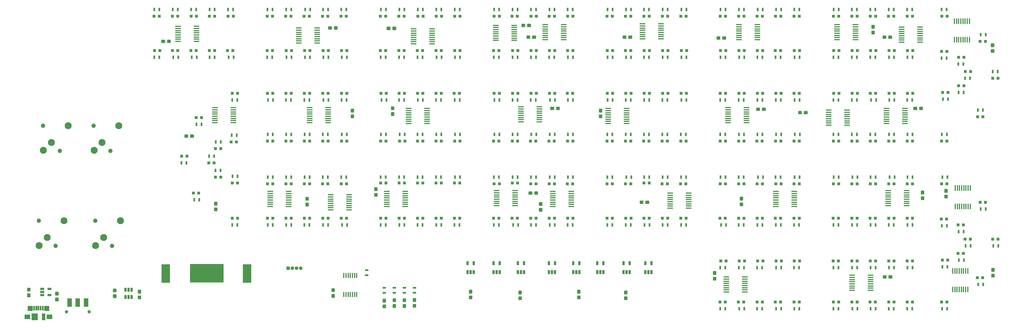
<source format=gbr>
G04 #@! TF.GenerationSoftware,KiCad,Pcbnew,5.1.4+dfsg1-1*
G04 #@! TF.CreationDate,2020-07-30T17:34:22-05:00*
G04 #@! TF.ProjectId,e-cribbage,652d6372-6962-4626-9167-652e6b696361,rev?*
G04 #@! TF.SameCoordinates,Original*
G04 #@! TF.FileFunction,Soldermask,Top*
G04 #@! TF.FilePolarity,Negative*
%FSLAX46Y46*%
G04 Gerber Fmt 4.6, Leading zero omitted, Abs format (unit mm)*
G04 Created by KiCad (PCBNEW 5.1.4+dfsg1-1) date 2020-07-30 17:34:22*
%MOMM*%
%LPD*%
G04 APERTURE LIST*
%ADD10C,0.100000*%
%ADD11C,1.050000*%
%ADD12R,1.740000X0.440000*%
%ADD13R,0.440000X1.740000*%
%ADD14C,1.319200*%
%ADD15C,2.098980*%
%ADD16R,0.450000X1.500000*%
%ADD17R,2.640000X5.688000*%
%ADD18R,10.260000X5.688000*%
%ADD19C,1.000000*%
%ADD20R,1.350000X2.600000*%
%ADD21R,1.160000X0.750000*%
%ADD22R,0.750000X1.160000*%
%ADD23R,1.100000X2.000000*%
%ADD24R,1.900000X2.000000*%
%ADD25R,1.750000X1.400000*%
%ADD26R,1.525000X1.650000*%
%ADD27R,0.550000X1.480000*%
%ADD28R,1.000000X0.600000*%
%ADD29R,0.600000X1.000000*%
%ADD30R,0.900000X0.900000*%
%ADD31O,1.100000X1.100000*%
%ADD32R,1.100000X1.100000*%
%ADD33R,0.740000X1.190000*%
G04 APERTURE END LIST*
D10*
G04 #@! TO.C,C17*
G36*
X147225229Y-90408264D02*
G01*
X147250711Y-90412044D01*
X147275700Y-90418303D01*
X147299954Y-90426982D01*
X147323242Y-90437996D01*
X147345337Y-90451239D01*
X147366028Y-90466585D01*
X147385116Y-90483884D01*
X147402415Y-90502972D01*
X147417761Y-90523663D01*
X147431004Y-90545758D01*
X147442018Y-90569046D01*
X147450697Y-90593300D01*
X147456956Y-90618289D01*
X147460736Y-90643771D01*
X147462000Y-90669500D01*
X147462000Y-91194500D01*
X147460736Y-91220229D01*
X147456956Y-91245711D01*
X147450697Y-91270700D01*
X147442018Y-91294954D01*
X147431004Y-91318242D01*
X147417761Y-91340337D01*
X147402415Y-91361028D01*
X147385116Y-91380116D01*
X147366028Y-91397415D01*
X147345337Y-91412761D01*
X147323242Y-91426004D01*
X147299954Y-91437018D01*
X147275700Y-91445697D01*
X147250711Y-91451956D01*
X147225229Y-91455736D01*
X147199500Y-91457000D01*
X146574500Y-91457000D01*
X146548771Y-91455736D01*
X146523289Y-91451956D01*
X146498300Y-91445697D01*
X146474046Y-91437018D01*
X146450758Y-91426004D01*
X146428663Y-91412761D01*
X146407972Y-91397415D01*
X146388884Y-91380116D01*
X146371585Y-91361028D01*
X146356239Y-91340337D01*
X146342996Y-91318242D01*
X146331982Y-91294954D01*
X146323303Y-91270700D01*
X146317044Y-91245711D01*
X146313264Y-91220229D01*
X146312000Y-91194500D01*
X146312000Y-90669500D01*
X146313264Y-90643771D01*
X146317044Y-90618289D01*
X146323303Y-90593300D01*
X146331982Y-90569046D01*
X146342996Y-90545758D01*
X146356239Y-90523663D01*
X146371585Y-90502972D01*
X146388884Y-90483884D01*
X146407972Y-90466585D01*
X146428663Y-90451239D01*
X146450758Y-90437996D01*
X146474046Y-90426982D01*
X146498300Y-90418303D01*
X146523289Y-90412044D01*
X146548771Y-90408264D01*
X146574500Y-90407000D01*
X147199500Y-90407000D01*
X147225229Y-90408264D01*
X147225229Y-90408264D01*
G37*
D11*
X146887000Y-90932000D03*
D10*
G36*
X148975229Y-90408264D02*
G01*
X149000711Y-90412044D01*
X149025700Y-90418303D01*
X149049954Y-90426982D01*
X149073242Y-90437996D01*
X149095337Y-90451239D01*
X149116028Y-90466585D01*
X149135116Y-90483884D01*
X149152415Y-90502972D01*
X149167761Y-90523663D01*
X149181004Y-90545758D01*
X149192018Y-90569046D01*
X149200697Y-90593300D01*
X149206956Y-90618289D01*
X149210736Y-90643771D01*
X149212000Y-90669500D01*
X149212000Y-91194500D01*
X149210736Y-91220229D01*
X149206956Y-91245711D01*
X149200697Y-91270700D01*
X149192018Y-91294954D01*
X149181004Y-91318242D01*
X149167761Y-91340337D01*
X149152415Y-91361028D01*
X149135116Y-91380116D01*
X149116028Y-91397415D01*
X149095337Y-91412761D01*
X149073242Y-91426004D01*
X149049954Y-91437018D01*
X149025700Y-91445697D01*
X149000711Y-91451956D01*
X148975229Y-91455736D01*
X148949500Y-91457000D01*
X148324500Y-91457000D01*
X148298771Y-91455736D01*
X148273289Y-91451956D01*
X148248300Y-91445697D01*
X148224046Y-91437018D01*
X148200758Y-91426004D01*
X148178663Y-91412761D01*
X148157972Y-91397415D01*
X148138884Y-91380116D01*
X148121585Y-91361028D01*
X148106239Y-91340337D01*
X148092996Y-91318242D01*
X148081982Y-91294954D01*
X148073303Y-91270700D01*
X148067044Y-91245711D01*
X148063264Y-91220229D01*
X148062000Y-91194500D01*
X148062000Y-90669500D01*
X148063264Y-90643771D01*
X148067044Y-90618289D01*
X148073303Y-90593300D01*
X148081982Y-90569046D01*
X148092996Y-90545758D01*
X148106239Y-90523663D01*
X148121585Y-90502972D01*
X148138884Y-90483884D01*
X148157972Y-90466585D01*
X148178663Y-90451239D01*
X148200758Y-90437996D01*
X148224046Y-90426982D01*
X148248300Y-90418303D01*
X148273289Y-90412044D01*
X148298771Y-90408264D01*
X148324500Y-90407000D01*
X148949500Y-90407000D01*
X148975229Y-90408264D01*
X148975229Y-90408264D01*
G37*
D11*
X148637000Y-90932000D03*
G04 #@! TD*
D10*
G04 #@! TO.C,C1*
G36*
X98429229Y-94472264D02*
G01*
X98454711Y-94476044D01*
X98479700Y-94482303D01*
X98503954Y-94490982D01*
X98527242Y-94501996D01*
X98549337Y-94515239D01*
X98570028Y-94530585D01*
X98589116Y-94547884D01*
X98606415Y-94566972D01*
X98621761Y-94587663D01*
X98635004Y-94609758D01*
X98646018Y-94633046D01*
X98654697Y-94657300D01*
X98660956Y-94682289D01*
X98664736Y-94707771D01*
X98666000Y-94733500D01*
X98666000Y-95258500D01*
X98664736Y-95284229D01*
X98660956Y-95309711D01*
X98654697Y-95334700D01*
X98646018Y-95358954D01*
X98635004Y-95382242D01*
X98621761Y-95404337D01*
X98606415Y-95425028D01*
X98589116Y-95444116D01*
X98570028Y-95461415D01*
X98549337Y-95476761D01*
X98527242Y-95490004D01*
X98503954Y-95501018D01*
X98479700Y-95509697D01*
X98454711Y-95515956D01*
X98429229Y-95519736D01*
X98403500Y-95521000D01*
X97778500Y-95521000D01*
X97752771Y-95519736D01*
X97727289Y-95515956D01*
X97702300Y-95509697D01*
X97678046Y-95501018D01*
X97654758Y-95490004D01*
X97632663Y-95476761D01*
X97611972Y-95461415D01*
X97592884Y-95444116D01*
X97575585Y-95425028D01*
X97560239Y-95404337D01*
X97546996Y-95382242D01*
X97535982Y-95358954D01*
X97527303Y-95334700D01*
X97521044Y-95309711D01*
X97517264Y-95284229D01*
X97516000Y-95258500D01*
X97516000Y-94733500D01*
X97517264Y-94707771D01*
X97521044Y-94682289D01*
X97527303Y-94657300D01*
X97535982Y-94633046D01*
X97546996Y-94609758D01*
X97560239Y-94587663D01*
X97575585Y-94566972D01*
X97592884Y-94547884D01*
X97611972Y-94530585D01*
X97632663Y-94515239D01*
X97654758Y-94501996D01*
X97678046Y-94490982D01*
X97702300Y-94482303D01*
X97727289Y-94476044D01*
X97752771Y-94472264D01*
X97778500Y-94471000D01*
X98403500Y-94471000D01*
X98429229Y-94472264D01*
X98429229Y-94472264D01*
G37*
D11*
X98091000Y-94996000D03*
D10*
G36*
X96679229Y-94472264D02*
G01*
X96704711Y-94476044D01*
X96729700Y-94482303D01*
X96753954Y-94490982D01*
X96777242Y-94501996D01*
X96799337Y-94515239D01*
X96820028Y-94530585D01*
X96839116Y-94547884D01*
X96856415Y-94566972D01*
X96871761Y-94587663D01*
X96885004Y-94609758D01*
X96896018Y-94633046D01*
X96904697Y-94657300D01*
X96910956Y-94682289D01*
X96914736Y-94707771D01*
X96916000Y-94733500D01*
X96916000Y-95258500D01*
X96914736Y-95284229D01*
X96910956Y-95309711D01*
X96904697Y-95334700D01*
X96896018Y-95358954D01*
X96885004Y-95382242D01*
X96871761Y-95404337D01*
X96856415Y-95425028D01*
X96839116Y-95444116D01*
X96820028Y-95461415D01*
X96799337Y-95476761D01*
X96777242Y-95490004D01*
X96753954Y-95501018D01*
X96729700Y-95509697D01*
X96704711Y-95515956D01*
X96679229Y-95519736D01*
X96653500Y-95521000D01*
X96028500Y-95521000D01*
X96002771Y-95519736D01*
X95977289Y-95515956D01*
X95952300Y-95509697D01*
X95928046Y-95501018D01*
X95904758Y-95490004D01*
X95882663Y-95476761D01*
X95861972Y-95461415D01*
X95842884Y-95444116D01*
X95825585Y-95425028D01*
X95810239Y-95404337D01*
X95796996Y-95382242D01*
X95785982Y-95358954D01*
X95777303Y-95334700D01*
X95771044Y-95309711D01*
X95767264Y-95284229D01*
X95766000Y-95258500D01*
X95766000Y-94733500D01*
X95767264Y-94707771D01*
X95771044Y-94682289D01*
X95777303Y-94657300D01*
X95785982Y-94633046D01*
X95796996Y-94609758D01*
X95810239Y-94587663D01*
X95825585Y-94566972D01*
X95842884Y-94547884D01*
X95861972Y-94530585D01*
X95882663Y-94515239D01*
X95904758Y-94501996D01*
X95928046Y-94490982D01*
X95952300Y-94482303D01*
X95977289Y-94476044D01*
X96002771Y-94472264D01*
X96028500Y-94471000D01*
X96653500Y-94471000D01*
X96679229Y-94472264D01*
X96679229Y-94472264D01*
G37*
D11*
X96341000Y-94996000D03*
G04 #@! TD*
D10*
G04 #@! TO.C,C2*
G36*
X148116229Y-169813264D02*
G01*
X148141711Y-169817044D01*
X148166700Y-169823303D01*
X148190954Y-169831982D01*
X148214242Y-169842996D01*
X148236337Y-169856239D01*
X148257028Y-169871585D01*
X148276116Y-169888884D01*
X148293415Y-169907972D01*
X148308761Y-169928663D01*
X148322004Y-169950758D01*
X148333018Y-169974046D01*
X148341697Y-169998300D01*
X148347956Y-170023289D01*
X148351736Y-170048771D01*
X148353000Y-170074500D01*
X148353000Y-170699500D01*
X148351736Y-170725229D01*
X148347956Y-170750711D01*
X148341697Y-170775700D01*
X148333018Y-170799954D01*
X148322004Y-170823242D01*
X148308761Y-170845337D01*
X148293415Y-170866028D01*
X148276116Y-170885116D01*
X148257028Y-170902415D01*
X148236337Y-170917761D01*
X148214242Y-170931004D01*
X148190954Y-170942018D01*
X148166700Y-170950697D01*
X148141711Y-170956956D01*
X148116229Y-170960736D01*
X148090500Y-170962000D01*
X147565500Y-170962000D01*
X147539771Y-170960736D01*
X147514289Y-170956956D01*
X147489300Y-170950697D01*
X147465046Y-170942018D01*
X147441758Y-170931004D01*
X147419663Y-170917761D01*
X147398972Y-170902415D01*
X147379884Y-170885116D01*
X147362585Y-170866028D01*
X147347239Y-170845337D01*
X147333996Y-170823242D01*
X147322982Y-170799954D01*
X147314303Y-170775700D01*
X147308044Y-170750711D01*
X147304264Y-170725229D01*
X147303000Y-170699500D01*
X147303000Y-170074500D01*
X147304264Y-170048771D01*
X147308044Y-170023289D01*
X147314303Y-169998300D01*
X147322982Y-169974046D01*
X147333996Y-169950758D01*
X147347239Y-169928663D01*
X147362585Y-169907972D01*
X147379884Y-169888884D01*
X147398972Y-169871585D01*
X147419663Y-169856239D01*
X147441758Y-169842996D01*
X147465046Y-169831982D01*
X147489300Y-169823303D01*
X147514289Y-169817044D01*
X147539771Y-169813264D01*
X147565500Y-169812000D01*
X148090500Y-169812000D01*
X148116229Y-169813264D01*
X148116229Y-169813264D01*
G37*
D11*
X147828000Y-170387000D03*
D10*
G36*
X148116229Y-171563264D02*
G01*
X148141711Y-171567044D01*
X148166700Y-171573303D01*
X148190954Y-171581982D01*
X148214242Y-171592996D01*
X148236337Y-171606239D01*
X148257028Y-171621585D01*
X148276116Y-171638884D01*
X148293415Y-171657972D01*
X148308761Y-171678663D01*
X148322004Y-171700758D01*
X148333018Y-171724046D01*
X148341697Y-171748300D01*
X148347956Y-171773289D01*
X148351736Y-171798771D01*
X148353000Y-171824500D01*
X148353000Y-172449500D01*
X148351736Y-172475229D01*
X148347956Y-172500711D01*
X148341697Y-172525700D01*
X148333018Y-172549954D01*
X148322004Y-172573242D01*
X148308761Y-172595337D01*
X148293415Y-172616028D01*
X148276116Y-172635116D01*
X148257028Y-172652415D01*
X148236337Y-172667761D01*
X148214242Y-172681004D01*
X148190954Y-172692018D01*
X148166700Y-172700697D01*
X148141711Y-172706956D01*
X148116229Y-172710736D01*
X148090500Y-172712000D01*
X147565500Y-172712000D01*
X147539771Y-172710736D01*
X147514289Y-172706956D01*
X147489300Y-172700697D01*
X147465046Y-172692018D01*
X147441758Y-172681004D01*
X147419663Y-172667761D01*
X147398972Y-172652415D01*
X147379884Y-172635116D01*
X147362585Y-172616028D01*
X147347239Y-172595337D01*
X147333996Y-172573242D01*
X147322982Y-172549954D01*
X147314303Y-172525700D01*
X147308044Y-172500711D01*
X147304264Y-172475229D01*
X147303000Y-172449500D01*
X147303000Y-171824500D01*
X147304264Y-171798771D01*
X147308044Y-171773289D01*
X147314303Y-171748300D01*
X147322982Y-171724046D01*
X147333996Y-171700758D01*
X147347239Y-171678663D01*
X147362585Y-171657972D01*
X147379884Y-171638884D01*
X147398972Y-171621585D01*
X147419663Y-171606239D01*
X147441758Y-171592996D01*
X147465046Y-171581982D01*
X147489300Y-171573303D01*
X147514289Y-171567044D01*
X147539771Y-171563264D01*
X147565500Y-171562000D01*
X148090500Y-171562000D01*
X148116229Y-171563264D01*
X148116229Y-171563264D01*
G37*
D11*
X147828000Y-172137000D03*
G04 #@! TD*
D10*
G04 #@! TO.C,C3*
G36*
X166708229Y-90535264D02*
G01*
X166733711Y-90539044D01*
X166758700Y-90545303D01*
X166782954Y-90553982D01*
X166806242Y-90564996D01*
X166828337Y-90578239D01*
X166849028Y-90593585D01*
X166868116Y-90610884D01*
X166885415Y-90629972D01*
X166900761Y-90650663D01*
X166914004Y-90672758D01*
X166925018Y-90696046D01*
X166933697Y-90720300D01*
X166939956Y-90745289D01*
X166943736Y-90770771D01*
X166945000Y-90796500D01*
X166945000Y-91321500D01*
X166943736Y-91347229D01*
X166939956Y-91372711D01*
X166933697Y-91397700D01*
X166925018Y-91421954D01*
X166914004Y-91445242D01*
X166900761Y-91467337D01*
X166885415Y-91488028D01*
X166868116Y-91507116D01*
X166849028Y-91524415D01*
X166828337Y-91539761D01*
X166806242Y-91553004D01*
X166782954Y-91564018D01*
X166758700Y-91572697D01*
X166733711Y-91578956D01*
X166708229Y-91582736D01*
X166682500Y-91584000D01*
X166057500Y-91584000D01*
X166031771Y-91582736D01*
X166006289Y-91578956D01*
X165981300Y-91572697D01*
X165957046Y-91564018D01*
X165933758Y-91553004D01*
X165911663Y-91539761D01*
X165890972Y-91524415D01*
X165871884Y-91507116D01*
X165854585Y-91488028D01*
X165839239Y-91467337D01*
X165825996Y-91445242D01*
X165814982Y-91421954D01*
X165806303Y-91397700D01*
X165800044Y-91372711D01*
X165796264Y-91347229D01*
X165795000Y-91321500D01*
X165795000Y-90796500D01*
X165796264Y-90770771D01*
X165800044Y-90745289D01*
X165806303Y-90720300D01*
X165814982Y-90696046D01*
X165825996Y-90672758D01*
X165839239Y-90650663D01*
X165854585Y-90629972D01*
X165871884Y-90610884D01*
X165890972Y-90593585D01*
X165911663Y-90578239D01*
X165933758Y-90564996D01*
X165957046Y-90553982D01*
X165981300Y-90545303D01*
X166006289Y-90539044D01*
X166031771Y-90535264D01*
X166057500Y-90534000D01*
X166682500Y-90534000D01*
X166708229Y-90535264D01*
X166708229Y-90535264D01*
G37*
D11*
X166370000Y-91059000D03*
D10*
G36*
X164958229Y-90535264D02*
G01*
X164983711Y-90539044D01*
X165008700Y-90545303D01*
X165032954Y-90553982D01*
X165056242Y-90564996D01*
X165078337Y-90578239D01*
X165099028Y-90593585D01*
X165118116Y-90610884D01*
X165135415Y-90629972D01*
X165150761Y-90650663D01*
X165164004Y-90672758D01*
X165175018Y-90696046D01*
X165183697Y-90720300D01*
X165189956Y-90745289D01*
X165193736Y-90770771D01*
X165195000Y-90796500D01*
X165195000Y-91321500D01*
X165193736Y-91347229D01*
X165189956Y-91372711D01*
X165183697Y-91397700D01*
X165175018Y-91421954D01*
X165164004Y-91445242D01*
X165150761Y-91467337D01*
X165135415Y-91488028D01*
X165118116Y-91507116D01*
X165099028Y-91524415D01*
X165078337Y-91539761D01*
X165056242Y-91553004D01*
X165032954Y-91564018D01*
X165008700Y-91572697D01*
X164983711Y-91578956D01*
X164958229Y-91582736D01*
X164932500Y-91584000D01*
X164307500Y-91584000D01*
X164281771Y-91582736D01*
X164256289Y-91578956D01*
X164231300Y-91572697D01*
X164207046Y-91564018D01*
X164183758Y-91553004D01*
X164161663Y-91539761D01*
X164140972Y-91524415D01*
X164121884Y-91507116D01*
X164104585Y-91488028D01*
X164089239Y-91467337D01*
X164075996Y-91445242D01*
X164064982Y-91421954D01*
X164056303Y-91397700D01*
X164050044Y-91372711D01*
X164046264Y-91347229D01*
X164045000Y-91321500D01*
X164045000Y-90796500D01*
X164046264Y-90770771D01*
X164050044Y-90745289D01*
X164056303Y-90720300D01*
X164064982Y-90696046D01*
X164075996Y-90672758D01*
X164089239Y-90650663D01*
X164104585Y-90629972D01*
X164121884Y-90610884D01*
X164140972Y-90593585D01*
X164161663Y-90578239D01*
X164183758Y-90564996D01*
X164207046Y-90553982D01*
X164231300Y-90545303D01*
X164256289Y-90539044D01*
X164281771Y-90535264D01*
X164307500Y-90534000D01*
X164932500Y-90534000D01*
X164958229Y-90535264D01*
X164958229Y-90535264D01*
G37*
D11*
X164620000Y-91059000D03*
G04 #@! TD*
D10*
G04 #@! TO.C,C5*
G36*
X266643229Y-93456264D02*
G01*
X266668711Y-93460044D01*
X266693700Y-93466303D01*
X266717954Y-93474982D01*
X266741242Y-93485996D01*
X266763337Y-93499239D01*
X266784028Y-93514585D01*
X266803116Y-93531884D01*
X266820415Y-93550972D01*
X266835761Y-93571663D01*
X266849004Y-93593758D01*
X266860018Y-93617046D01*
X266868697Y-93641300D01*
X266874956Y-93666289D01*
X266878736Y-93691771D01*
X266880000Y-93717500D01*
X266880000Y-94242500D01*
X266878736Y-94268229D01*
X266874956Y-94293711D01*
X266868697Y-94318700D01*
X266860018Y-94342954D01*
X266849004Y-94366242D01*
X266835761Y-94388337D01*
X266820415Y-94409028D01*
X266803116Y-94428116D01*
X266784028Y-94445415D01*
X266763337Y-94460761D01*
X266741242Y-94474004D01*
X266717954Y-94485018D01*
X266693700Y-94493697D01*
X266668711Y-94499956D01*
X266643229Y-94503736D01*
X266617500Y-94505000D01*
X265992500Y-94505000D01*
X265966771Y-94503736D01*
X265941289Y-94499956D01*
X265916300Y-94493697D01*
X265892046Y-94485018D01*
X265868758Y-94474004D01*
X265846663Y-94460761D01*
X265825972Y-94445415D01*
X265806884Y-94428116D01*
X265789585Y-94409028D01*
X265774239Y-94388337D01*
X265760996Y-94366242D01*
X265749982Y-94342954D01*
X265741303Y-94318700D01*
X265735044Y-94293711D01*
X265731264Y-94268229D01*
X265730000Y-94242500D01*
X265730000Y-93717500D01*
X265731264Y-93691771D01*
X265735044Y-93666289D01*
X265741303Y-93641300D01*
X265749982Y-93617046D01*
X265760996Y-93593758D01*
X265774239Y-93571663D01*
X265789585Y-93550972D01*
X265806884Y-93531884D01*
X265825972Y-93514585D01*
X265846663Y-93499239D01*
X265868758Y-93485996D01*
X265892046Y-93474982D01*
X265916300Y-93466303D01*
X265941289Y-93460044D01*
X265966771Y-93456264D01*
X265992500Y-93455000D01*
X266617500Y-93455000D01*
X266643229Y-93456264D01*
X266643229Y-93456264D01*
G37*
D11*
X266305000Y-93980000D03*
D10*
G36*
X264893229Y-93456264D02*
G01*
X264918711Y-93460044D01*
X264943700Y-93466303D01*
X264967954Y-93474982D01*
X264991242Y-93485996D01*
X265013337Y-93499239D01*
X265034028Y-93514585D01*
X265053116Y-93531884D01*
X265070415Y-93550972D01*
X265085761Y-93571663D01*
X265099004Y-93593758D01*
X265110018Y-93617046D01*
X265118697Y-93641300D01*
X265124956Y-93666289D01*
X265128736Y-93691771D01*
X265130000Y-93717500D01*
X265130000Y-94242500D01*
X265128736Y-94268229D01*
X265124956Y-94293711D01*
X265118697Y-94318700D01*
X265110018Y-94342954D01*
X265099004Y-94366242D01*
X265085761Y-94388337D01*
X265070415Y-94409028D01*
X265053116Y-94428116D01*
X265034028Y-94445415D01*
X265013337Y-94460761D01*
X264991242Y-94474004D01*
X264967954Y-94485018D01*
X264943700Y-94493697D01*
X264918711Y-94499956D01*
X264893229Y-94503736D01*
X264867500Y-94505000D01*
X264242500Y-94505000D01*
X264216771Y-94503736D01*
X264191289Y-94499956D01*
X264166300Y-94493697D01*
X264142046Y-94485018D01*
X264118758Y-94474004D01*
X264096663Y-94460761D01*
X264075972Y-94445415D01*
X264056884Y-94428116D01*
X264039585Y-94409028D01*
X264024239Y-94388337D01*
X264010996Y-94366242D01*
X263999982Y-94342954D01*
X263991303Y-94318700D01*
X263985044Y-94293711D01*
X263981264Y-94268229D01*
X263980000Y-94242500D01*
X263980000Y-93717500D01*
X263981264Y-93691771D01*
X263985044Y-93666289D01*
X263991303Y-93641300D01*
X263999982Y-93617046D01*
X264010996Y-93593758D01*
X264024239Y-93571663D01*
X264039585Y-93550972D01*
X264056884Y-93531884D01*
X264075972Y-93514585D01*
X264096663Y-93499239D01*
X264118758Y-93485996D01*
X264142046Y-93474982D01*
X264166300Y-93466303D01*
X264191289Y-93460044D01*
X264216771Y-93456264D01*
X264242500Y-93455000D01*
X264867500Y-93455000D01*
X264893229Y-93456264D01*
X264893229Y-93456264D01*
G37*
D11*
X264555000Y-93980000D03*
G04 #@! TD*
D10*
G04 #@! TO.C,C6*
G36*
X316935229Y-93202264D02*
G01*
X316960711Y-93206044D01*
X316985700Y-93212303D01*
X317009954Y-93220982D01*
X317033242Y-93231996D01*
X317055337Y-93245239D01*
X317076028Y-93260585D01*
X317095116Y-93277884D01*
X317112415Y-93296972D01*
X317127761Y-93317663D01*
X317141004Y-93339758D01*
X317152018Y-93363046D01*
X317160697Y-93387300D01*
X317166956Y-93412289D01*
X317170736Y-93437771D01*
X317172000Y-93463500D01*
X317172000Y-93988500D01*
X317170736Y-94014229D01*
X317166956Y-94039711D01*
X317160697Y-94064700D01*
X317152018Y-94088954D01*
X317141004Y-94112242D01*
X317127761Y-94134337D01*
X317112415Y-94155028D01*
X317095116Y-94174116D01*
X317076028Y-94191415D01*
X317055337Y-94206761D01*
X317033242Y-94220004D01*
X317009954Y-94231018D01*
X316985700Y-94239697D01*
X316960711Y-94245956D01*
X316935229Y-94249736D01*
X316909500Y-94251000D01*
X316284500Y-94251000D01*
X316258771Y-94249736D01*
X316233289Y-94245956D01*
X316208300Y-94239697D01*
X316184046Y-94231018D01*
X316160758Y-94220004D01*
X316138663Y-94206761D01*
X316117972Y-94191415D01*
X316098884Y-94174116D01*
X316081585Y-94155028D01*
X316066239Y-94134337D01*
X316052996Y-94112242D01*
X316041982Y-94088954D01*
X316033303Y-94064700D01*
X316027044Y-94039711D01*
X316023264Y-94014229D01*
X316022000Y-93988500D01*
X316022000Y-93463500D01*
X316023264Y-93437771D01*
X316027044Y-93412289D01*
X316033303Y-93387300D01*
X316041982Y-93363046D01*
X316052996Y-93339758D01*
X316066239Y-93317663D01*
X316081585Y-93296972D01*
X316098884Y-93277884D01*
X316117972Y-93260585D01*
X316138663Y-93245239D01*
X316160758Y-93231996D01*
X316184046Y-93220982D01*
X316208300Y-93212303D01*
X316233289Y-93206044D01*
X316258771Y-93202264D01*
X316284500Y-93201000D01*
X316909500Y-93201000D01*
X316935229Y-93202264D01*
X316935229Y-93202264D01*
G37*
D11*
X316597000Y-93726000D03*
D10*
G36*
X315185229Y-93202264D02*
G01*
X315210711Y-93206044D01*
X315235700Y-93212303D01*
X315259954Y-93220982D01*
X315283242Y-93231996D01*
X315305337Y-93245239D01*
X315326028Y-93260585D01*
X315345116Y-93277884D01*
X315362415Y-93296972D01*
X315377761Y-93317663D01*
X315391004Y-93339758D01*
X315402018Y-93363046D01*
X315410697Y-93387300D01*
X315416956Y-93412289D01*
X315420736Y-93437771D01*
X315422000Y-93463500D01*
X315422000Y-93988500D01*
X315420736Y-94014229D01*
X315416956Y-94039711D01*
X315410697Y-94064700D01*
X315402018Y-94088954D01*
X315391004Y-94112242D01*
X315377761Y-94134337D01*
X315362415Y-94155028D01*
X315345116Y-94174116D01*
X315326028Y-94191415D01*
X315305337Y-94206761D01*
X315283242Y-94220004D01*
X315259954Y-94231018D01*
X315235700Y-94239697D01*
X315210711Y-94245956D01*
X315185229Y-94249736D01*
X315159500Y-94251000D01*
X314534500Y-94251000D01*
X314508771Y-94249736D01*
X314483289Y-94245956D01*
X314458300Y-94239697D01*
X314434046Y-94231018D01*
X314410758Y-94220004D01*
X314388663Y-94206761D01*
X314367972Y-94191415D01*
X314348884Y-94174116D01*
X314331585Y-94155028D01*
X314316239Y-94134337D01*
X314302996Y-94112242D01*
X314291982Y-94088954D01*
X314283303Y-94064700D01*
X314277044Y-94039711D01*
X314273264Y-94014229D01*
X314272000Y-93988500D01*
X314272000Y-93463500D01*
X314273264Y-93437771D01*
X314277044Y-93412289D01*
X314283303Y-93387300D01*
X314291982Y-93363046D01*
X314302996Y-93339758D01*
X314316239Y-93317663D01*
X314331585Y-93296972D01*
X314348884Y-93277884D01*
X314367972Y-93260585D01*
X314388663Y-93245239D01*
X314410758Y-93231996D01*
X314434046Y-93220982D01*
X314458300Y-93212303D01*
X314483289Y-93206044D01*
X314508771Y-93202264D01*
X314534500Y-93201000D01*
X315159500Y-93201000D01*
X315185229Y-93202264D01*
X315185229Y-93202264D01*
G37*
D11*
X314847000Y-93726000D03*
G04 #@! TD*
D10*
G04 #@! TO.C,C7*
G36*
X324517229Y-114792264D02*
G01*
X324542711Y-114796044D01*
X324567700Y-114802303D01*
X324591954Y-114810982D01*
X324615242Y-114821996D01*
X324637337Y-114835239D01*
X324658028Y-114850585D01*
X324677116Y-114867884D01*
X324694415Y-114886972D01*
X324709761Y-114907663D01*
X324723004Y-114929758D01*
X324734018Y-114953046D01*
X324742697Y-114977300D01*
X324748956Y-115002289D01*
X324752736Y-115027771D01*
X324754000Y-115053500D01*
X324754000Y-115578500D01*
X324752736Y-115604229D01*
X324748956Y-115629711D01*
X324742697Y-115654700D01*
X324734018Y-115678954D01*
X324723004Y-115702242D01*
X324709761Y-115724337D01*
X324694415Y-115745028D01*
X324677116Y-115764116D01*
X324658028Y-115781415D01*
X324637337Y-115796761D01*
X324615242Y-115810004D01*
X324591954Y-115821018D01*
X324567700Y-115829697D01*
X324542711Y-115835956D01*
X324517229Y-115839736D01*
X324491500Y-115841000D01*
X323866500Y-115841000D01*
X323840771Y-115839736D01*
X323815289Y-115835956D01*
X323790300Y-115829697D01*
X323766046Y-115821018D01*
X323742758Y-115810004D01*
X323720663Y-115796761D01*
X323699972Y-115781415D01*
X323680884Y-115764116D01*
X323663585Y-115745028D01*
X323648239Y-115724337D01*
X323634996Y-115702242D01*
X323623982Y-115678954D01*
X323615303Y-115654700D01*
X323609044Y-115629711D01*
X323605264Y-115604229D01*
X323604000Y-115578500D01*
X323604000Y-115053500D01*
X323605264Y-115027771D01*
X323609044Y-115002289D01*
X323615303Y-114977300D01*
X323623982Y-114953046D01*
X323634996Y-114929758D01*
X323648239Y-114907663D01*
X323663585Y-114886972D01*
X323680884Y-114867884D01*
X323699972Y-114850585D01*
X323720663Y-114835239D01*
X323742758Y-114821996D01*
X323766046Y-114810982D01*
X323790300Y-114802303D01*
X323815289Y-114796044D01*
X323840771Y-114792264D01*
X323866500Y-114791000D01*
X324491500Y-114791000D01*
X324517229Y-114792264D01*
X324517229Y-114792264D01*
G37*
D11*
X324179000Y-115316000D03*
D10*
G36*
X326267229Y-114792264D02*
G01*
X326292711Y-114796044D01*
X326317700Y-114802303D01*
X326341954Y-114810982D01*
X326365242Y-114821996D01*
X326387337Y-114835239D01*
X326408028Y-114850585D01*
X326427116Y-114867884D01*
X326444415Y-114886972D01*
X326459761Y-114907663D01*
X326473004Y-114929758D01*
X326484018Y-114953046D01*
X326492697Y-114977300D01*
X326498956Y-115002289D01*
X326502736Y-115027771D01*
X326504000Y-115053500D01*
X326504000Y-115578500D01*
X326502736Y-115604229D01*
X326498956Y-115629711D01*
X326492697Y-115654700D01*
X326484018Y-115678954D01*
X326473004Y-115702242D01*
X326459761Y-115724337D01*
X326444415Y-115745028D01*
X326427116Y-115764116D01*
X326408028Y-115781415D01*
X326387337Y-115796761D01*
X326365242Y-115810004D01*
X326341954Y-115821018D01*
X326317700Y-115829697D01*
X326292711Y-115835956D01*
X326267229Y-115839736D01*
X326241500Y-115841000D01*
X325616500Y-115841000D01*
X325590771Y-115839736D01*
X325565289Y-115835956D01*
X325540300Y-115829697D01*
X325516046Y-115821018D01*
X325492758Y-115810004D01*
X325470663Y-115796761D01*
X325449972Y-115781415D01*
X325430884Y-115764116D01*
X325413585Y-115745028D01*
X325398239Y-115724337D01*
X325384996Y-115702242D01*
X325373982Y-115678954D01*
X325365303Y-115654700D01*
X325359044Y-115629711D01*
X325355264Y-115604229D01*
X325354000Y-115578500D01*
X325354000Y-115053500D01*
X325355264Y-115027771D01*
X325359044Y-115002289D01*
X325365303Y-114977300D01*
X325373982Y-114953046D01*
X325384996Y-114929758D01*
X325398239Y-114907663D01*
X325413585Y-114886972D01*
X325430884Y-114867884D01*
X325449972Y-114850585D01*
X325470663Y-114835239D01*
X325492758Y-114821996D01*
X325516046Y-114810982D01*
X325540300Y-114802303D01*
X325565289Y-114796044D01*
X325590771Y-114792264D01*
X325616500Y-114791000D01*
X326241500Y-114791000D01*
X326267229Y-114792264D01*
X326267229Y-114792264D01*
G37*
D11*
X325929000Y-115316000D03*
G04 #@! TD*
D10*
G04 #@! TO.C,C8*
G36*
X276897229Y-115046264D02*
G01*
X276922711Y-115050044D01*
X276947700Y-115056303D01*
X276971954Y-115064982D01*
X276995242Y-115075996D01*
X277017337Y-115089239D01*
X277038028Y-115104585D01*
X277057116Y-115121884D01*
X277074415Y-115140972D01*
X277089761Y-115161663D01*
X277103004Y-115183758D01*
X277114018Y-115207046D01*
X277122697Y-115231300D01*
X277128956Y-115256289D01*
X277132736Y-115281771D01*
X277134000Y-115307500D01*
X277134000Y-115832500D01*
X277132736Y-115858229D01*
X277128956Y-115883711D01*
X277122697Y-115908700D01*
X277114018Y-115932954D01*
X277103004Y-115956242D01*
X277089761Y-115978337D01*
X277074415Y-115999028D01*
X277057116Y-116018116D01*
X277038028Y-116035415D01*
X277017337Y-116050761D01*
X276995242Y-116064004D01*
X276971954Y-116075018D01*
X276947700Y-116083697D01*
X276922711Y-116089956D01*
X276897229Y-116093736D01*
X276871500Y-116095000D01*
X276246500Y-116095000D01*
X276220771Y-116093736D01*
X276195289Y-116089956D01*
X276170300Y-116083697D01*
X276146046Y-116075018D01*
X276122758Y-116064004D01*
X276100663Y-116050761D01*
X276079972Y-116035415D01*
X276060884Y-116018116D01*
X276043585Y-115999028D01*
X276028239Y-115978337D01*
X276014996Y-115956242D01*
X276003982Y-115932954D01*
X275995303Y-115908700D01*
X275989044Y-115883711D01*
X275985264Y-115858229D01*
X275984000Y-115832500D01*
X275984000Y-115307500D01*
X275985264Y-115281771D01*
X275989044Y-115256289D01*
X275995303Y-115231300D01*
X276003982Y-115207046D01*
X276014996Y-115183758D01*
X276028239Y-115161663D01*
X276043585Y-115140972D01*
X276060884Y-115121884D01*
X276079972Y-115104585D01*
X276100663Y-115089239D01*
X276122758Y-115075996D01*
X276146046Y-115064982D01*
X276170300Y-115056303D01*
X276195289Y-115050044D01*
X276220771Y-115046264D01*
X276246500Y-115045000D01*
X276871500Y-115045000D01*
X276897229Y-115046264D01*
X276897229Y-115046264D01*
G37*
D11*
X276559000Y-115570000D03*
D10*
G36*
X278647229Y-115046264D02*
G01*
X278672711Y-115050044D01*
X278697700Y-115056303D01*
X278721954Y-115064982D01*
X278745242Y-115075996D01*
X278767337Y-115089239D01*
X278788028Y-115104585D01*
X278807116Y-115121884D01*
X278824415Y-115140972D01*
X278839761Y-115161663D01*
X278853004Y-115183758D01*
X278864018Y-115207046D01*
X278872697Y-115231300D01*
X278878956Y-115256289D01*
X278882736Y-115281771D01*
X278884000Y-115307500D01*
X278884000Y-115832500D01*
X278882736Y-115858229D01*
X278878956Y-115883711D01*
X278872697Y-115908700D01*
X278864018Y-115932954D01*
X278853004Y-115956242D01*
X278839761Y-115978337D01*
X278824415Y-115999028D01*
X278807116Y-116018116D01*
X278788028Y-116035415D01*
X278767337Y-116050761D01*
X278745242Y-116064004D01*
X278721954Y-116075018D01*
X278697700Y-116083697D01*
X278672711Y-116089956D01*
X278647229Y-116093736D01*
X278621500Y-116095000D01*
X277996500Y-116095000D01*
X277970771Y-116093736D01*
X277945289Y-116089956D01*
X277920300Y-116083697D01*
X277896046Y-116075018D01*
X277872758Y-116064004D01*
X277850663Y-116050761D01*
X277829972Y-116035415D01*
X277810884Y-116018116D01*
X277793585Y-115999028D01*
X277778239Y-115978337D01*
X277764996Y-115956242D01*
X277753982Y-115932954D01*
X277745303Y-115908700D01*
X277739044Y-115883711D01*
X277735264Y-115858229D01*
X277734000Y-115832500D01*
X277734000Y-115307500D01*
X277735264Y-115281771D01*
X277739044Y-115256289D01*
X277745303Y-115231300D01*
X277753982Y-115207046D01*
X277764996Y-115183758D01*
X277778239Y-115161663D01*
X277793585Y-115140972D01*
X277810884Y-115121884D01*
X277829972Y-115104585D01*
X277850663Y-115089239D01*
X277872758Y-115075996D01*
X277896046Y-115064982D01*
X277920300Y-115056303D01*
X277945289Y-115050044D01*
X277970771Y-115046264D01*
X277996500Y-115045000D01*
X278621500Y-115045000D01*
X278647229Y-115046264D01*
X278647229Y-115046264D01*
G37*
D11*
X278309000Y-115570000D03*
G04 #@! TD*
D10*
G04 #@! TO.C,C9*
G36*
X214535229Y-114792264D02*
G01*
X214560711Y-114796044D01*
X214585700Y-114802303D01*
X214609954Y-114810982D01*
X214633242Y-114821996D01*
X214655337Y-114835239D01*
X214676028Y-114850585D01*
X214695116Y-114867884D01*
X214712415Y-114886972D01*
X214727761Y-114907663D01*
X214741004Y-114929758D01*
X214752018Y-114953046D01*
X214760697Y-114977300D01*
X214766956Y-115002289D01*
X214770736Y-115027771D01*
X214772000Y-115053500D01*
X214772000Y-115578500D01*
X214770736Y-115604229D01*
X214766956Y-115629711D01*
X214760697Y-115654700D01*
X214752018Y-115678954D01*
X214741004Y-115702242D01*
X214727761Y-115724337D01*
X214712415Y-115745028D01*
X214695116Y-115764116D01*
X214676028Y-115781415D01*
X214655337Y-115796761D01*
X214633242Y-115810004D01*
X214609954Y-115821018D01*
X214585700Y-115829697D01*
X214560711Y-115835956D01*
X214535229Y-115839736D01*
X214509500Y-115841000D01*
X213884500Y-115841000D01*
X213858771Y-115839736D01*
X213833289Y-115835956D01*
X213808300Y-115829697D01*
X213784046Y-115821018D01*
X213760758Y-115810004D01*
X213738663Y-115796761D01*
X213717972Y-115781415D01*
X213698884Y-115764116D01*
X213681585Y-115745028D01*
X213666239Y-115724337D01*
X213652996Y-115702242D01*
X213641982Y-115678954D01*
X213633303Y-115654700D01*
X213627044Y-115629711D01*
X213623264Y-115604229D01*
X213622000Y-115578500D01*
X213622000Y-115053500D01*
X213623264Y-115027771D01*
X213627044Y-115002289D01*
X213633303Y-114977300D01*
X213641982Y-114953046D01*
X213652996Y-114929758D01*
X213666239Y-114907663D01*
X213681585Y-114886972D01*
X213698884Y-114867884D01*
X213717972Y-114850585D01*
X213738663Y-114835239D01*
X213760758Y-114821996D01*
X213784046Y-114810982D01*
X213808300Y-114802303D01*
X213833289Y-114796044D01*
X213858771Y-114792264D01*
X213884500Y-114791000D01*
X214509500Y-114791000D01*
X214535229Y-114792264D01*
X214535229Y-114792264D01*
G37*
D11*
X214197000Y-115316000D03*
D10*
G36*
X216285229Y-114792264D02*
G01*
X216310711Y-114796044D01*
X216335700Y-114802303D01*
X216359954Y-114810982D01*
X216383242Y-114821996D01*
X216405337Y-114835239D01*
X216426028Y-114850585D01*
X216445116Y-114867884D01*
X216462415Y-114886972D01*
X216477761Y-114907663D01*
X216491004Y-114929758D01*
X216502018Y-114953046D01*
X216510697Y-114977300D01*
X216516956Y-115002289D01*
X216520736Y-115027771D01*
X216522000Y-115053500D01*
X216522000Y-115578500D01*
X216520736Y-115604229D01*
X216516956Y-115629711D01*
X216510697Y-115654700D01*
X216502018Y-115678954D01*
X216491004Y-115702242D01*
X216477761Y-115724337D01*
X216462415Y-115745028D01*
X216445116Y-115764116D01*
X216426028Y-115781415D01*
X216405337Y-115796761D01*
X216383242Y-115810004D01*
X216359954Y-115821018D01*
X216335700Y-115829697D01*
X216310711Y-115835956D01*
X216285229Y-115839736D01*
X216259500Y-115841000D01*
X215634500Y-115841000D01*
X215608771Y-115839736D01*
X215583289Y-115835956D01*
X215558300Y-115829697D01*
X215534046Y-115821018D01*
X215510758Y-115810004D01*
X215488663Y-115796761D01*
X215467972Y-115781415D01*
X215448884Y-115764116D01*
X215431585Y-115745028D01*
X215416239Y-115724337D01*
X215402996Y-115702242D01*
X215391982Y-115678954D01*
X215383303Y-115654700D01*
X215377044Y-115629711D01*
X215373264Y-115604229D01*
X215372000Y-115578500D01*
X215372000Y-115053500D01*
X215373264Y-115027771D01*
X215377044Y-115002289D01*
X215383303Y-114977300D01*
X215391982Y-114953046D01*
X215402996Y-114929758D01*
X215416239Y-114907663D01*
X215431585Y-114886972D01*
X215448884Y-114867884D01*
X215467972Y-114850585D01*
X215488663Y-114835239D01*
X215510758Y-114821996D01*
X215534046Y-114810982D01*
X215558300Y-114802303D01*
X215583289Y-114796044D01*
X215608771Y-114792264D01*
X215634500Y-114791000D01*
X216259500Y-114791000D01*
X216285229Y-114792264D01*
X216285229Y-114792264D01*
G37*
D11*
X215947000Y-115316000D03*
G04 #@! TD*
D10*
G04 #@! TO.C,C10*
G36*
X153958229Y-117141264D02*
G01*
X153983711Y-117145044D01*
X154008700Y-117151303D01*
X154032954Y-117159982D01*
X154056242Y-117170996D01*
X154078337Y-117184239D01*
X154099028Y-117199585D01*
X154118116Y-117216884D01*
X154135415Y-117235972D01*
X154150761Y-117256663D01*
X154164004Y-117278758D01*
X154175018Y-117302046D01*
X154183697Y-117326300D01*
X154189956Y-117351289D01*
X154193736Y-117376771D01*
X154195000Y-117402500D01*
X154195000Y-118027500D01*
X154193736Y-118053229D01*
X154189956Y-118078711D01*
X154183697Y-118103700D01*
X154175018Y-118127954D01*
X154164004Y-118151242D01*
X154150761Y-118173337D01*
X154135415Y-118194028D01*
X154118116Y-118213116D01*
X154099028Y-118230415D01*
X154078337Y-118245761D01*
X154056242Y-118259004D01*
X154032954Y-118270018D01*
X154008700Y-118278697D01*
X153983711Y-118284956D01*
X153958229Y-118288736D01*
X153932500Y-118290000D01*
X153407500Y-118290000D01*
X153381771Y-118288736D01*
X153356289Y-118284956D01*
X153331300Y-118278697D01*
X153307046Y-118270018D01*
X153283758Y-118259004D01*
X153261663Y-118245761D01*
X153240972Y-118230415D01*
X153221884Y-118213116D01*
X153204585Y-118194028D01*
X153189239Y-118173337D01*
X153175996Y-118151242D01*
X153164982Y-118127954D01*
X153156303Y-118103700D01*
X153150044Y-118078711D01*
X153146264Y-118053229D01*
X153145000Y-118027500D01*
X153145000Y-117402500D01*
X153146264Y-117376771D01*
X153150044Y-117351289D01*
X153156303Y-117326300D01*
X153164982Y-117302046D01*
X153175996Y-117278758D01*
X153189239Y-117256663D01*
X153204585Y-117235972D01*
X153221884Y-117216884D01*
X153240972Y-117199585D01*
X153261663Y-117184239D01*
X153283758Y-117170996D01*
X153307046Y-117159982D01*
X153331300Y-117151303D01*
X153356289Y-117145044D01*
X153381771Y-117141264D01*
X153407500Y-117140000D01*
X153932500Y-117140000D01*
X153958229Y-117141264D01*
X153958229Y-117141264D01*
G37*
D11*
X153670000Y-117715000D03*
D10*
G36*
X153958229Y-115391264D02*
G01*
X153983711Y-115395044D01*
X154008700Y-115401303D01*
X154032954Y-115409982D01*
X154056242Y-115420996D01*
X154078337Y-115434239D01*
X154099028Y-115449585D01*
X154118116Y-115466884D01*
X154135415Y-115485972D01*
X154150761Y-115506663D01*
X154164004Y-115528758D01*
X154175018Y-115552046D01*
X154183697Y-115576300D01*
X154189956Y-115601289D01*
X154193736Y-115626771D01*
X154195000Y-115652500D01*
X154195000Y-116277500D01*
X154193736Y-116303229D01*
X154189956Y-116328711D01*
X154183697Y-116353700D01*
X154175018Y-116377954D01*
X154164004Y-116401242D01*
X154150761Y-116423337D01*
X154135415Y-116444028D01*
X154118116Y-116463116D01*
X154099028Y-116480415D01*
X154078337Y-116495761D01*
X154056242Y-116509004D01*
X154032954Y-116520018D01*
X154008700Y-116528697D01*
X153983711Y-116534956D01*
X153958229Y-116538736D01*
X153932500Y-116540000D01*
X153407500Y-116540000D01*
X153381771Y-116538736D01*
X153356289Y-116534956D01*
X153331300Y-116528697D01*
X153307046Y-116520018D01*
X153283758Y-116509004D01*
X153261663Y-116495761D01*
X153240972Y-116480415D01*
X153221884Y-116463116D01*
X153204585Y-116444028D01*
X153189239Y-116423337D01*
X153175996Y-116401242D01*
X153164982Y-116377954D01*
X153156303Y-116353700D01*
X153150044Y-116328711D01*
X153146264Y-116303229D01*
X153145000Y-116277500D01*
X153145000Y-115652500D01*
X153146264Y-115626771D01*
X153150044Y-115601289D01*
X153156303Y-115576300D01*
X153164982Y-115552046D01*
X153175996Y-115528758D01*
X153189239Y-115506663D01*
X153204585Y-115485972D01*
X153221884Y-115466884D01*
X153240972Y-115449585D01*
X153261663Y-115434239D01*
X153283758Y-115420996D01*
X153307046Y-115409982D01*
X153331300Y-115401303D01*
X153356289Y-115395044D01*
X153381771Y-115391264D01*
X153407500Y-115390000D01*
X153932500Y-115390000D01*
X153958229Y-115391264D01*
X153958229Y-115391264D01*
G37*
D11*
X153670000Y-115965000D03*
G04 #@! TD*
D10*
G04 #@! TO.C,C11*
G36*
X112556229Y-143585264D02*
G01*
X112581711Y-143589044D01*
X112606700Y-143595303D01*
X112630954Y-143603982D01*
X112654242Y-143614996D01*
X112676337Y-143628239D01*
X112697028Y-143643585D01*
X112716116Y-143660884D01*
X112733415Y-143679972D01*
X112748761Y-143700663D01*
X112762004Y-143722758D01*
X112773018Y-143746046D01*
X112781697Y-143770300D01*
X112787956Y-143795289D01*
X112791736Y-143820771D01*
X112793000Y-143846500D01*
X112793000Y-144471500D01*
X112791736Y-144497229D01*
X112787956Y-144522711D01*
X112781697Y-144547700D01*
X112773018Y-144571954D01*
X112762004Y-144595242D01*
X112748761Y-144617337D01*
X112733415Y-144638028D01*
X112716116Y-144657116D01*
X112697028Y-144674415D01*
X112676337Y-144689761D01*
X112654242Y-144703004D01*
X112630954Y-144714018D01*
X112606700Y-144722697D01*
X112581711Y-144728956D01*
X112556229Y-144732736D01*
X112530500Y-144734000D01*
X112005500Y-144734000D01*
X111979771Y-144732736D01*
X111954289Y-144728956D01*
X111929300Y-144722697D01*
X111905046Y-144714018D01*
X111881758Y-144703004D01*
X111859663Y-144689761D01*
X111838972Y-144674415D01*
X111819884Y-144657116D01*
X111802585Y-144638028D01*
X111787239Y-144617337D01*
X111773996Y-144595242D01*
X111762982Y-144571954D01*
X111754303Y-144547700D01*
X111748044Y-144522711D01*
X111744264Y-144497229D01*
X111743000Y-144471500D01*
X111743000Y-143846500D01*
X111744264Y-143820771D01*
X111748044Y-143795289D01*
X111754303Y-143770300D01*
X111762982Y-143746046D01*
X111773996Y-143722758D01*
X111787239Y-143700663D01*
X111802585Y-143679972D01*
X111819884Y-143660884D01*
X111838972Y-143643585D01*
X111859663Y-143628239D01*
X111881758Y-143614996D01*
X111905046Y-143603982D01*
X111929300Y-143595303D01*
X111954289Y-143589044D01*
X111979771Y-143585264D01*
X112005500Y-143584000D01*
X112530500Y-143584000D01*
X112556229Y-143585264D01*
X112556229Y-143585264D01*
G37*
D11*
X112268000Y-144159000D03*
D10*
G36*
X112556229Y-145335264D02*
G01*
X112581711Y-145339044D01*
X112606700Y-145345303D01*
X112630954Y-145353982D01*
X112654242Y-145364996D01*
X112676337Y-145378239D01*
X112697028Y-145393585D01*
X112716116Y-145410884D01*
X112733415Y-145429972D01*
X112748761Y-145450663D01*
X112762004Y-145472758D01*
X112773018Y-145496046D01*
X112781697Y-145520300D01*
X112787956Y-145545289D01*
X112791736Y-145570771D01*
X112793000Y-145596500D01*
X112793000Y-146221500D01*
X112791736Y-146247229D01*
X112787956Y-146272711D01*
X112781697Y-146297700D01*
X112773018Y-146321954D01*
X112762004Y-146345242D01*
X112748761Y-146367337D01*
X112733415Y-146388028D01*
X112716116Y-146407116D01*
X112697028Y-146424415D01*
X112676337Y-146439761D01*
X112654242Y-146453004D01*
X112630954Y-146464018D01*
X112606700Y-146472697D01*
X112581711Y-146478956D01*
X112556229Y-146482736D01*
X112530500Y-146484000D01*
X112005500Y-146484000D01*
X111979771Y-146482736D01*
X111954289Y-146478956D01*
X111929300Y-146472697D01*
X111905046Y-146464018D01*
X111881758Y-146453004D01*
X111859663Y-146439761D01*
X111838972Y-146424415D01*
X111819884Y-146407116D01*
X111802585Y-146388028D01*
X111787239Y-146367337D01*
X111773996Y-146345242D01*
X111762982Y-146321954D01*
X111754303Y-146297700D01*
X111748044Y-146272711D01*
X111744264Y-146247229D01*
X111743000Y-146221500D01*
X111743000Y-145596500D01*
X111744264Y-145570771D01*
X111748044Y-145545289D01*
X111754303Y-145520300D01*
X111762982Y-145496046D01*
X111773996Y-145472758D01*
X111787239Y-145450663D01*
X111802585Y-145429972D01*
X111819884Y-145410884D01*
X111838972Y-145393585D01*
X111859663Y-145378239D01*
X111881758Y-145364996D01*
X111905046Y-145353982D01*
X111929300Y-145345303D01*
X111954289Y-145339044D01*
X111979771Y-145335264D01*
X112005500Y-145334000D01*
X112530500Y-145334000D01*
X112556229Y-145335264D01*
X112556229Y-145335264D01*
G37*
D11*
X112268000Y-145909000D03*
G04 #@! TD*
D10*
G04 #@! TO.C,C12*
G36*
X207931229Y-140446264D02*
G01*
X207956711Y-140450044D01*
X207981700Y-140456303D01*
X208005954Y-140464982D01*
X208029242Y-140475996D01*
X208051337Y-140489239D01*
X208072028Y-140504585D01*
X208091116Y-140521884D01*
X208108415Y-140540972D01*
X208123761Y-140561663D01*
X208137004Y-140583758D01*
X208148018Y-140607046D01*
X208156697Y-140631300D01*
X208162956Y-140656289D01*
X208166736Y-140681771D01*
X208168000Y-140707500D01*
X208168000Y-141232500D01*
X208166736Y-141258229D01*
X208162956Y-141283711D01*
X208156697Y-141308700D01*
X208148018Y-141332954D01*
X208137004Y-141356242D01*
X208123761Y-141378337D01*
X208108415Y-141399028D01*
X208091116Y-141418116D01*
X208072028Y-141435415D01*
X208051337Y-141450761D01*
X208029242Y-141464004D01*
X208005954Y-141475018D01*
X207981700Y-141483697D01*
X207956711Y-141489956D01*
X207931229Y-141493736D01*
X207905500Y-141495000D01*
X207280500Y-141495000D01*
X207254771Y-141493736D01*
X207229289Y-141489956D01*
X207204300Y-141483697D01*
X207180046Y-141475018D01*
X207156758Y-141464004D01*
X207134663Y-141450761D01*
X207113972Y-141435415D01*
X207094884Y-141418116D01*
X207077585Y-141399028D01*
X207062239Y-141378337D01*
X207048996Y-141356242D01*
X207037982Y-141332954D01*
X207029303Y-141308700D01*
X207023044Y-141283711D01*
X207019264Y-141258229D01*
X207018000Y-141232500D01*
X207018000Y-140707500D01*
X207019264Y-140681771D01*
X207023044Y-140656289D01*
X207029303Y-140631300D01*
X207037982Y-140607046D01*
X207048996Y-140583758D01*
X207062239Y-140561663D01*
X207077585Y-140540972D01*
X207094884Y-140521884D01*
X207113972Y-140504585D01*
X207134663Y-140489239D01*
X207156758Y-140475996D01*
X207180046Y-140464982D01*
X207204300Y-140456303D01*
X207229289Y-140450044D01*
X207254771Y-140446264D01*
X207280500Y-140445000D01*
X207905500Y-140445000D01*
X207931229Y-140446264D01*
X207931229Y-140446264D01*
G37*
D11*
X207593000Y-140970000D03*
D10*
G36*
X209681229Y-140446264D02*
G01*
X209706711Y-140450044D01*
X209731700Y-140456303D01*
X209755954Y-140464982D01*
X209779242Y-140475996D01*
X209801337Y-140489239D01*
X209822028Y-140504585D01*
X209841116Y-140521884D01*
X209858415Y-140540972D01*
X209873761Y-140561663D01*
X209887004Y-140583758D01*
X209898018Y-140607046D01*
X209906697Y-140631300D01*
X209912956Y-140656289D01*
X209916736Y-140681771D01*
X209918000Y-140707500D01*
X209918000Y-141232500D01*
X209916736Y-141258229D01*
X209912956Y-141283711D01*
X209906697Y-141308700D01*
X209898018Y-141332954D01*
X209887004Y-141356242D01*
X209873761Y-141378337D01*
X209858415Y-141399028D01*
X209841116Y-141418116D01*
X209822028Y-141435415D01*
X209801337Y-141450761D01*
X209779242Y-141464004D01*
X209755954Y-141475018D01*
X209731700Y-141483697D01*
X209706711Y-141489956D01*
X209681229Y-141493736D01*
X209655500Y-141495000D01*
X209030500Y-141495000D01*
X209004771Y-141493736D01*
X208979289Y-141489956D01*
X208954300Y-141483697D01*
X208930046Y-141475018D01*
X208906758Y-141464004D01*
X208884663Y-141450761D01*
X208863972Y-141435415D01*
X208844884Y-141418116D01*
X208827585Y-141399028D01*
X208812239Y-141378337D01*
X208798996Y-141356242D01*
X208787982Y-141332954D01*
X208779303Y-141308700D01*
X208773044Y-141283711D01*
X208769264Y-141258229D01*
X208768000Y-141232500D01*
X208768000Y-140707500D01*
X208769264Y-140681771D01*
X208773044Y-140656289D01*
X208779303Y-140631300D01*
X208787982Y-140607046D01*
X208798996Y-140583758D01*
X208812239Y-140561663D01*
X208827585Y-140540972D01*
X208844884Y-140521884D01*
X208863972Y-140504585D01*
X208884663Y-140489239D01*
X208906758Y-140475996D01*
X208930046Y-140464982D01*
X208954300Y-140456303D01*
X208979289Y-140450044D01*
X209004771Y-140446264D01*
X209030500Y-140445000D01*
X209655500Y-140445000D01*
X209681229Y-140446264D01*
X209681229Y-140446264D01*
G37*
D11*
X209343000Y-140970000D03*
G04 #@! TD*
D10*
G04 #@! TO.C,C14*
G36*
X326678229Y-141967264D02*
G01*
X326703711Y-141971044D01*
X326728700Y-141977303D01*
X326752954Y-141985982D01*
X326776242Y-141996996D01*
X326798337Y-142010239D01*
X326819028Y-142025585D01*
X326838116Y-142042884D01*
X326855415Y-142061972D01*
X326870761Y-142082663D01*
X326884004Y-142104758D01*
X326895018Y-142128046D01*
X326903697Y-142152300D01*
X326909956Y-142177289D01*
X326913736Y-142202771D01*
X326915000Y-142228500D01*
X326915000Y-142853500D01*
X326913736Y-142879229D01*
X326909956Y-142904711D01*
X326903697Y-142929700D01*
X326895018Y-142953954D01*
X326884004Y-142977242D01*
X326870761Y-142999337D01*
X326855415Y-143020028D01*
X326838116Y-143039116D01*
X326819028Y-143056415D01*
X326798337Y-143071761D01*
X326776242Y-143085004D01*
X326752954Y-143096018D01*
X326728700Y-143104697D01*
X326703711Y-143110956D01*
X326678229Y-143114736D01*
X326652500Y-143116000D01*
X326127500Y-143116000D01*
X326101771Y-143114736D01*
X326076289Y-143110956D01*
X326051300Y-143104697D01*
X326027046Y-143096018D01*
X326003758Y-143085004D01*
X325981663Y-143071761D01*
X325960972Y-143056415D01*
X325941884Y-143039116D01*
X325924585Y-143020028D01*
X325909239Y-142999337D01*
X325895996Y-142977242D01*
X325884982Y-142953954D01*
X325876303Y-142929700D01*
X325870044Y-142904711D01*
X325866264Y-142879229D01*
X325865000Y-142853500D01*
X325865000Y-142228500D01*
X325866264Y-142202771D01*
X325870044Y-142177289D01*
X325876303Y-142152300D01*
X325884982Y-142128046D01*
X325895996Y-142104758D01*
X325909239Y-142082663D01*
X325924585Y-142061972D01*
X325941884Y-142042884D01*
X325960972Y-142025585D01*
X325981663Y-142010239D01*
X326003758Y-141996996D01*
X326027046Y-141985982D01*
X326051300Y-141977303D01*
X326076289Y-141971044D01*
X326101771Y-141967264D01*
X326127500Y-141966000D01*
X326652500Y-141966000D01*
X326678229Y-141967264D01*
X326678229Y-141967264D01*
G37*
D11*
X326390000Y-142541000D03*
D10*
G36*
X326678229Y-140217264D02*
G01*
X326703711Y-140221044D01*
X326728700Y-140227303D01*
X326752954Y-140235982D01*
X326776242Y-140246996D01*
X326798337Y-140260239D01*
X326819028Y-140275585D01*
X326838116Y-140292884D01*
X326855415Y-140311972D01*
X326870761Y-140332663D01*
X326884004Y-140354758D01*
X326895018Y-140378046D01*
X326903697Y-140402300D01*
X326909956Y-140427289D01*
X326913736Y-140452771D01*
X326915000Y-140478500D01*
X326915000Y-141103500D01*
X326913736Y-141129229D01*
X326909956Y-141154711D01*
X326903697Y-141179700D01*
X326895018Y-141203954D01*
X326884004Y-141227242D01*
X326870761Y-141249337D01*
X326855415Y-141270028D01*
X326838116Y-141289116D01*
X326819028Y-141306415D01*
X326798337Y-141321761D01*
X326776242Y-141335004D01*
X326752954Y-141346018D01*
X326728700Y-141354697D01*
X326703711Y-141360956D01*
X326678229Y-141364736D01*
X326652500Y-141366000D01*
X326127500Y-141366000D01*
X326101771Y-141364736D01*
X326076289Y-141360956D01*
X326051300Y-141354697D01*
X326027046Y-141346018D01*
X326003758Y-141335004D01*
X325981663Y-141321761D01*
X325960972Y-141306415D01*
X325941884Y-141289116D01*
X325924585Y-141270028D01*
X325909239Y-141249337D01*
X325895996Y-141227242D01*
X325884982Y-141203954D01*
X325876303Y-141179700D01*
X325870044Y-141154711D01*
X325866264Y-141129229D01*
X325865000Y-141103500D01*
X325865000Y-140478500D01*
X325866264Y-140452771D01*
X325870044Y-140427289D01*
X325876303Y-140402300D01*
X325884982Y-140378046D01*
X325895996Y-140354758D01*
X325909239Y-140332663D01*
X325924585Y-140311972D01*
X325941884Y-140292884D01*
X325960972Y-140275585D01*
X325981663Y-140260239D01*
X326003758Y-140246996D01*
X326027046Y-140235982D01*
X326051300Y-140227303D01*
X326076289Y-140221044D01*
X326101771Y-140217264D01*
X326127500Y-140216000D01*
X326652500Y-140216000D01*
X326678229Y-140217264D01*
X326678229Y-140217264D01*
G37*
D11*
X326390000Y-140791000D03*
G04 #@! TD*
D10*
G04 #@! TO.C,C15*
G36*
X348014229Y-165401264D02*
G01*
X348039711Y-165405044D01*
X348064700Y-165411303D01*
X348088954Y-165419982D01*
X348112242Y-165430996D01*
X348134337Y-165444239D01*
X348155028Y-165459585D01*
X348174116Y-165476884D01*
X348191415Y-165495972D01*
X348206761Y-165516663D01*
X348220004Y-165538758D01*
X348231018Y-165562046D01*
X348239697Y-165586300D01*
X348245956Y-165611289D01*
X348249736Y-165636771D01*
X348251000Y-165662500D01*
X348251000Y-166287500D01*
X348249736Y-166313229D01*
X348245956Y-166338711D01*
X348239697Y-166363700D01*
X348231018Y-166387954D01*
X348220004Y-166411242D01*
X348206761Y-166433337D01*
X348191415Y-166454028D01*
X348174116Y-166473116D01*
X348155028Y-166490415D01*
X348134337Y-166505761D01*
X348112242Y-166519004D01*
X348088954Y-166530018D01*
X348064700Y-166538697D01*
X348039711Y-166544956D01*
X348014229Y-166548736D01*
X347988500Y-166550000D01*
X347463500Y-166550000D01*
X347437771Y-166548736D01*
X347412289Y-166544956D01*
X347387300Y-166538697D01*
X347363046Y-166530018D01*
X347339758Y-166519004D01*
X347317663Y-166505761D01*
X347296972Y-166490415D01*
X347277884Y-166473116D01*
X347260585Y-166454028D01*
X347245239Y-166433337D01*
X347231996Y-166411242D01*
X347220982Y-166387954D01*
X347212303Y-166363700D01*
X347206044Y-166338711D01*
X347202264Y-166313229D01*
X347201000Y-166287500D01*
X347201000Y-165662500D01*
X347202264Y-165636771D01*
X347206044Y-165611289D01*
X347212303Y-165586300D01*
X347220982Y-165562046D01*
X347231996Y-165538758D01*
X347245239Y-165516663D01*
X347260585Y-165495972D01*
X347277884Y-165476884D01*
X347296972Y-165459585D01*
X347317663Y-165444239D01*
X347339758Y-165430996D01*
X347363046Y-165419982D01*
X347387300Y-165411303D01*
X347412289Y-165405044D01*
X347437771Y-165401264D01*
X347463500Y-165400000D01*
X347988500Y-165400000D01*
X348014229Y-165401264D01*
X348014229Y-165401264D01*
G37*
D11*
X347726000Y-165975000D03*
D10*
G36*
X348014229Y-163651264D02*
G01*
X348039711Y-163655044D01*
X348064700Y-163661303D01*
X348088954Y-163669982D01*
X348112242Y-163680996D01*
X348134337Y-163694239D01*
X348155028Y-163709585D01*
X348174116Y-163726884D01*
X348191415Y-163745972D01*
X348206761Y-163766663D01*
X348220004Y-163788758D01*
X348231018Y-163812046D01*
X348239697Y-163836300D01*
X348245956Y-163861289D01*
X348249736Y-163886771D01*
X348251000Y-163912500D01*
X348251000Y-164537500D01*
X348249736Y-164563229D01*
X348245956Y-164588711D01*
X348239697Y-164613700D01*
X348231018Y-164637954D01*
X348220004Y-164661242D01*
X348206761Y-164683337D01*
X348191415Y-164704028D01*
X348174116Y-164723116D01*
X348155028Y-164740415D01*
X348134337Y-164755761D01*
X348112242Y-164769004D01*
X348088954Y-164780018D01*
X348064700Y-164788697D01*
X348039711Y-164794956D01*
X348014229Y-164798736D01*
X347988500Y-164800000D01*
X347463500Y-164800000D01*
X347437771Y-164798736D01*
X347412289Y-164794956D01*
X347387300Y-164788697D01*
X347363046Y-164780018D01*
X347339758Y-164769004D01*
X347317663Y-164755761D01*
X347296972Y-164740415D01*
X347277884Y-164723116D01*
X347260585Y-164704028D01*
X347245239Y-164683337D01*
X347231996Y-164661242D01*
X347220982Y-164637954D01*
X347212303Y-164613700D01*
X347206044Y-164588711D01*
X347202264Y-164563229D01*
X347201000Y-164537500D01*
X347201000Y-163912500D01*
X347202264Y-163886771D01*
X347206044Y-163861289D01*
X347212303Y-163836300D01*
X347220982Y-163812046D01*
X347231996Y-163788758D01*
X347245239Y-163766663D01*
X347260585Y-163745972D01*
X347277884Y-163726884D01*
X347296972Y-163709585D01*
X347317663Y-163694239D01*
X347339758Y-163680996D01*
X347363046Y-163669982D01*
X347387300Y-163661303D01*
X347412289Y-163655044D01*
X347437771Y-163651264D01*
X347463500Y-163650000D01*
X347988500Y-163650000D01*
X348014229Y-163651264D01*
X348014229Y-163651264D01*
G37*
D11*
X347726000Y-164225000D03*
G04 #@! TD*
D10*
G04 #@! TO.C,C16*
G36*
X315251229Y-165846264D02*
G01*
X315276711Y-165850044D01*
X315301700Y-165856303D01*
X315325954Y-165864982D01*
X315349242Y-165875996D01*
X315371337Y-165889239D01*
X315392028Y-165904585D01*
X315411116Y-165921884D01*
X315428415Y-165940972D01*
X315443761Y-165961663D01*
X315457004Y-165983758D01*
X315468018Y-166007046D01*
X315476697Y-166031300D01*
X315482956Y-166056289D01*
X315486736Y-166081771D01*
X315488000Y-166107500D01*
X315488000Y-166632500D01*
X315486736Y-166658229D01*
X315482956Y-166683711D01*
X315476697Y-166708700D01*
X315468018Y-166732954D01*
X315457004Y-166756242D01*
X315443761Y-166778337D01*
X315428415Y-166799028D01*
X315411116Y-166818116D01*
X315392028Y-166835415D01*
X315371337Y-166850761D01*
X315349242Y-166864004D01*
X315325954Y-166875018D01*
X315301700Y-166883697D01*
X315276711Y-166889956D01*
X315251229Y-166893736D01*
X315225500Y-166895000D01*
X314600500Y-166895000D01*
X314574771Y-166893736D01*
X314549289Y-166889956D01*
X314524300Y-166883697D01*
X314500046Y-166875018D01*
X314476758Y-166864004D01*
X314454663Y-166850761D01*
X314433972Y-166835415D01*
X314414884Y-166818116D01*
X314397585Y-166799028D01*
X314382239Y-166778337D01*
X314368996Y-166756242D01*
X314357982Y-166732954D01*
X314349303Y-166708700D01*
X314343044Y-166683711D01*
X314339264Y-166658229D01*
X314338000Y-166632500D01*
X314338000Y-166107500D01*
X314339264Y-166081771D01*
X314343044Y-166056289D01*
X314349303Y-166031300D01*
X314357982Y-166007046D01*
X314368996Y-165983758D01*
X314382239Y-165961663D01*
X314397585Y-165940972D01*
X314414884Y-165921884D01*
X314433972Y-165904585D01*
X314454663Y-165889239D01*
X314476758Y-165875996D01*
X314500046Y-165864982D01*
X314524300Y-165856303D01*
X314549289Y-165850044D01*
X314574771Y-165846264D01*
X314600500Y-165845000D01*
X315225500Y-165845000D01*
X315251229Y-165846264D01*
X315251229Y-165846264D01*
G37*
D11*
X314913000Y-166370000D03*
D10*
G36*
X317001229Y-165846264D02*
G01*
X317026711Y-165850044D01*
X317051700Y-165856303D01*
X317075954Y-165864982D01*
X317099242Y-165875996D01*
X317121337Y-165889239D01*
X317142028Y-165904585D01*
X317161116Y-165921884D01*
X317178415Y-165940972D01*
X317193761Y-165961663D01*
X317207004Y-165983758D01*
X317218018Y-166007046D01*
X317226697Y-166031300D01*
X317232956Y-166056289D01*
X317236736Y-166081771D01*
X317238000Y-166107500D01*
X317238000Y-166632500D01*
X317236736Y-166658229D01*
X317232956Y-166683711D01*
X317226697Y-166708700D01*
X317218018Y-166732954D01*
X317207004Y-166756242D01*
X317193761Y-166778337D01*
X317178415Y-166799028D01*
X317161116Y-166818116D01*
X317142028Y-166835415D01*
X317121337Y-166850761D01*
X317099242Y-166864004D01*
X317075954Y-166875018D01*
X317051700Y-166883697D01*
X317026711Y-166889956D01*
X317001229Y-166893736D01*
X316975500Y-166895000D01*
X316350500Y-166895000D01*
X316324771Y-166893736D01*
X316299289Y-166889956D01*
X316274300Y-166883697D01*
X316250046Y-166875018D01*
X316226758Y-166864004D01*
X316204663Y-166850761D01*
X316183972Y-166835415D01*
X316164884Y-166818116D01*
X316147585Y-166799028D01*
X316132239Y-166778337D01*
X316118996Y-166756242D01*
X316107982Y-166732954D01*
X316099303Y-166708700D01*
X316093044Y-166683711D01*
X316089264Y-166658229D01*
X316088000Y-166632500D01*
X316088000Y-166107500D01*
X316089264Y-166081771D01*
X316093044Y-166056289D01*
X316099303Y-166031300D01*
X316107982Y-166007046D01*
X316118996Y-165983758D01*
X316132239Y-165961663D01*
X316147585Y-165940972D01*
X316164884Y-165921884D01*
X316183972Y-165904585D01*
X316204663Y-165889239D01*
X316226758Y-165875996D01*
X316250046Y-165864982D01*
X316274300Y-165856303D01*
X316299289Y-165850044D01*
X316324771Y-165846264D01*
X316350500Y-165845000D01*
X316975500Y-165845000D01*
X317001229Y-165846264D01*
X317001229Y-165846264D01*
G37*
D11*
X316663000Y-166370000D03*
G04 #@! TD*
D10*
G04 #@! TO.C,C18*
G36*
X205772229Y-89646264D02*
G01*
X205797711Y-89650044D01*
X205822700Y-89656303D01*
X205846954Y-89664982D01*
X205870242Y-89675996D01*
X205892337Y-89689239D01*
X205913028Y-89704585D01*
X205932116Y-89721884D01*
X205949415Y-89740972D01*
X205964761Y-89761663D01*
X205978004Y-89783758D01*
X205989018Y-89807046D01*
X205997697Y-89831300D01*
X206003956Y-89856289D01*
X206007736Y-89881771D01*
X206009000Y-89907500D01*
X206009000Y-90432500D01*
X206007736Y-90458229D01*
X206003956Y-90483711D01*
X205997697Y-90508700D01*
X205989018Y-90532954D01*
X205978004Y-90556242D01*
X205964761Y-90578337D01*
X205949415Y-90599028D01*
X205932116Y-90618116D01*
X205913028Y-90635415D01*
X205892337Y-90650761D01*
X205870242Y-90664004D01*
X205846954Y-90675018D01*
X205822700Y-90683697D01*
X205797711Y-90689956D01*
X205772229Y-90693736D01*
X205746500Y-90695000D01*
X205121500Y-90695000D01*
X205095771Y-90693736D01*
X205070289Y-90689956D01*
X205045300Y-90683697D01*
X205021046Y-90675018D01*
X204997758Y-90664004D01*
X204975663Y-90650761D01*
X204954972Y-90635415D01*
X204935884Y-90618116D01*
X204918585Y-90599028D01*
X204903239Y-90578337D01*
X204889996Y-90556242D01*
X204878982Y-90532954D01*
X204870303Y-90508700D01*
X204864044Y-90483711D01*
X204860264Y-90458229D01*
X204859000Y-90432500D01*
X204859000Y-89907500D01*
X204860264Y-89881771D01*
X204864044Y-89856289D01*
X204870303Y-89831300D01*
X204878982Y-89807046D01*
X204889996Y-89783758D01*
X204903239Y-89761663D01*
X204918585Y-89740972D01*
X204935884Y-89721884D01*
X204954972Y-89704585D01*
X204975663Y-89689239D01*
X204997758Y-89675996D01*
X205021046Y-89664982D01*
X205045300Y-89656303D01*
X205070289Y-89650044D01*
X205095771Y-89646264D01*
X205121500Y-89645000D01*
X205746500Y-89645000D01*
X205772229Y-89646264D01*
X205772229Y-89646264D01*
G37*
D11*
X205434000Y-90170000D03*
D10*
G36*
X207522229Y-89646264D02*
G01*
X207547711Y-89650044D01*
X207572700Y-89656303D01*
X207596954Y-89664982D01*
X207620242Y-89675996D01*
X207642337Y-89689239D01*
X207663028Y-89704585D01*
X207682116Y-89721884D01*
X207699415Y-89740972D01*
X207714761Y-89761663D01*
X207728004Y-89783758D01*
X207739018Y-89807046D01*
X207747697Y-89831300D01*
X207753956Y-89856289D01*
X207757736Y-89881771D01*
X207759000Y-89907500D01*
X207759000Y-90432500D01*
X207757736Y-90458229D01*
X207753956Y-90483711D01*
X207747697Y-90508700D01*
X207739018Y-90532954D01*
X207728004Y-90556242D01*
X207714761Y-90578337D01*
X207699415Y-90599028D01*
X207682116Y-90618116D01*
X207663028Y-90635415D01*
X207642337Y-90650761D01*
X207620242Y-90664004D01*
X207596954Y-90675018D01*
X207572700Y-90683697D01*
X207547711Y-90689956D01*
X207522229Y-90693736D01*
X207496500Y-90695000D01*
X206871500Y-90695000D01*
X206845771Y-90693736D01*
X206820289Y-90689956D01*
X206795300Y-90683697D01*
X206771046Y-90675018D01*
X206747758Y-90664004D01*
X206725663Y-90650761D01*
X206704972Y-90635415D01*
X206685884Y-90618116D01*
X206668585Y-90599028D01*
X206653239Y-90578337D01*
X206639996Y-90556242D01*
X206628982Y-90532954D01*
X206620303Y-90508700D01*
X206614044Y-90483711D01*
X206610264Y-90458229D01*
X206609000Y-90432500D01*
X206609000Y-89907500D01*
X206610264Y-89881771D01*
X206614044Y-89856289D01*
X206620303Y-89831300D01*
X206628982Y-89807046D01*
X206639996Y-89783758D01*
X206653239Y-89761663D01*
X206668585Y-89740972D01*
X206685884Y-89721884D01*
X206704972Y-89704585D01*
X206725663Y-89689239D01*
X206747758Y-89675996D01*
X206771046Y-89664982D01*
X206795300Y-89656303D01*
X206820289Y-89650044D01*
X206845771Y-89646264D01*
X206871500Y-89645000D01*
X207496500Y-89645000D01*
X207522229Y-89646264D01*
X207522229Y-89646264D01*
G37*
D11*
X207184000Y-90170000D03*
G04 #@! TD*
D10*
G04 #@! TO.C,C19*
G36*
X238195229Y-93202264D02*
G01*
X238220711Y-93206044D01*
X238245700Y-93212303D01*
X238269954Y-93220982D01*
X238293242Y-93231996D01*
X238315337Y-93245239D01*
X238336028Y-93260585D01*
X238355116Y-93277884D01*
X238372415Y-93296972D01*
X238387761Y-93317663D01*
X238401004Y-93339758D01*
X238412018Y-93363046D01*
X238420697Y-93387300D01*
X238426956Y-93412289D01*
X238430736Y-93437771D01*
X238432000Y-93463500D01*
X238432000Y-93988500D01*
X238430736Y-94014229D01*
X238426956Y-94039711D01*
X238420697Y-94064700D01*
X238412018Y-94088954D01*
X238401004Y-94112242D01*
X238387761Y-94134337D01*
X238372415Y-94155028D01*
X238355116Y-94174116D01*
X238336028Y-94191415D01*
X238315337Y-94206761D01*
X238293242Y-94220004D01*
X238269954Y-94231018D01*
X238245700Y-94239697D01*
X238220711Y-94245956D01*
X238195229Y-94249736D01*
X238169500Y-94251000D01*
X237544500Y-94251000D01*
X237518771Y-94249736D01*
X237493289Y-94245956D01*
X237468300Y-94239697D01*
X237444046Y-94231018D01*
X237420758Y-94220004D01*
X237398663Y-94206761D01*
X237377972Y-94191415D01*
X237358884Y-94174116D01*
X237341585Y-94155028D01*
X237326239Y-94134337D01*
X237312996Y-94112242D01*
X237301982Y-94088954D01*
X237293303Y-94064700D01*
X237287044Y-94039711D01*
X237283264Y-94014229D01*
X237282000Y-93988500D01*
X237282000Y-93463500D01*
X237283264Y-93437771D01*
X237287044Y-93412289D01*
X237293303Y-93387300D01*
X237301982Y-93363046D01*
X237312996Y-93339758D01*
X237326239Y-93317663D01*
X237341585Y-93296972D01*
X237358884Y-93277884D01*
X237377972Y-93260585D01*
X237398663Y-93245239D01*
X237420758Y-93231996D01*
X237444046Y-93220982D01*
X237468300Y-93212303D01*
X237493289Y-93206044D01*
X237518771Y-93202264D01*
X237544500Y-93201000D01*
X238169500Y-93201000D01*
X238195229Y-93202264D01*
X238195229Y-93202264D01*
G37*
D11*
X237857000Y-93726000D03*
D10*
G36*
X236445229Y-93202264D02*
G01*
X236470711Y-93206044D01*
X236495700Y-93212303D01*
X236519954Y-93220982D01*
X236543242Y-93231996D01*
X236565337Y-93245239D01*
X236586028Y-93260585D01*
X236605116Y-93277884D01*
X236622415Y-93296972D01*
X236637761Y-93317663D01*
X236651004Y-93339758D01*
X236662018Y-93363046D01*
X236670697Y-93387300D01*
X236676956Y-93412289D01*
X236680736Y-93437771D01*
X236682000Y-93463500D01*
X236682000Y-93988500D01*
X236680736Y-94014229D01*
X236676956Y-94039711D01*
X236670697Y-94064700D01*
X236662018Y-94088954D01*
X236651004Y-94112242D01*
X236637761Y-94134337D01*
X236622415Y-94155028D01*
X236605116Y-94174116D01*
X236586028Y-94191415D01*
X236565337Y-94206761D01*
X236543242Y-94220004D01*
X236519954Y-94231018D01*
X236495700Y-94239697D01*
X236470711Y-94245956D01*
X236445229Y-94249736D01*
X236419500Y-94251000D01*
X235794500Y-94251000D01*
X235768771Y-94249736D01*
X235743289Y-94245956D01*
X235718300Y-94239697D01*
X235694046Y-94231018D01*
X235670758Y-94220004D01*
X235648663Y-94206761D01*
X235627972Y-94191415D01*
X235608884Y-94174116D01*
X235591585Y-94155028D01*
X235576239Y-94134337D01*
X235562996Y-94112242D01*
X235551982Y-94088954D01*
X235543303Y-94064700D01*
X235537044Y-94039711D01*
X235533264Y-94014229D01*
X235532000Y-93988500D01*
X235532000Y-93463500D01*
X235533264Y-93437771D01*
X235537044Y-93412289D01*
X235543303Y-93387300D01*
X235551982Y-93363046D01*
X235562996Y-93339758D01*
X235576239Y-93317663D01*
X235591585Y-93296972D01*
X235608884Y-93277884D01*
X235627972Y-93260585D01*
X235648663Y-93245239D01*
X235670758Y-93231996D01*
X235694046Y-93220982D01*
X235718300Y-93212303D01*
X235743289Y-93206044D01*
X235768771Y-93202264D01*
X235794500Y-93201000D01*
X236419500Y-93201000D01*
X236445229Y-93202264D01*
X236445229Y-93202264D01*
G37*
D11*
X236107000Y-93726000D03*
G04 #@! TD*
D10*
G04 #@! TO.C,C20*
G36*
X311692229Y-91741264D02*
G01*
X311717711Y-91745044D01*
X311742700Y-91751303D01*
X311766954Y-91759982D01*
X311790242Y-91770996D01*
X311812337Y-91784239D01*
X311833028Y-91799585D01*
X311852116Y-91816884D01*
X311869415Y-91835972D01*
X311884761Y-91856663D01*
X311898004Y-91878758D01*
X311909018Y-91902046D01*
X311917697Y-91926300D01*
X311923956Y-91951289D01*
X311927736Y-91976771D01*
X311929000Y-92002500D01*
X311929000Y-92627500D01*
X311927736Y-92653229D01*
X311923956Y-92678711D01*
X311917697Y-92703700D01*
X311909018Y-92727954D01*
X311898004Y-92751242D01*
X311884761Y-92773337D01*
X311869415Y-92794028D01*
X311852116Y-92813116D01*
X311833028Y-92830415D01*
X311812337Y-92845761D01*
X311790242Y-92859004D01*
X311766954Y-92870018D01*
X311742700Y-92878697D01*
X311717711Y-92884956D01*
X311692229Y-92888736D01*
X311666500Y-92890000D01*
X311141500Y-92890000D01*
X311115771Y-92888736D01*
X311090289Y-92884956D01*
X311065300Y-92878697D01*
X311041046Y-92870018D01*
X311017758Y-92859004D01*
X310995663Y-92845761D01*
X310974972Y-92830415D01*
X310955884Y-92813116D01*
X310938585Y-92794028D01*
X310923239Y-92773337D01*
X310909996Y-92751242D01*
X310898982Y-92727954D01*
X310890303Y-92703700D01*
X310884044Y-92678711D01*
X310880264Y-92653229D01*
X310879000Y-92627500D01*
X310879000Y-92002500D01*
X310880264Y-91976771D01*
X310884044Y-91951289D01*
X310890303Y-91926300D01*
X310898982Y-91902046D01*
X310909996Y-91878758D01*
X310923239Y-91856663D01*
X310938585Y-91835972D01*
X310955884Y-91816884D01*
X310974972Y-91799585D01*
X310995663Y-91784239D01*
X311017758Y-91770996D01*
X311041046Y-91759982D01*
X311065300Y-91751303D01*
X311090289Y-91745044D01*
X311115771Y-91741264D01*
X311141500Y-91740000D01*
X311666500Y-91740000D01*
X311692229Y-91741264D01*
X311692229Y-91741264D01*
G37*
D11*
X311404000Y-92315000D03*
D10*
G36*
X311692229Y-89991264D02*
G01*
X311717711Y-89995044D01*
X311742700Y-90001303D01*
X311766954Y-90009982D01*
X311790242Y-90020996D01*
X311812337Y-90034239D01*
X311833028Y-90049585D01*
X311852116Y-90066884D01*
X311869415Y-90085972D01*
X311884761Y-90106663D01*
X311898004Y-90128758D01*
X311909018Y-90152046D01*
X311917697Y-90176300D01*
X311923956Y-90201289D01*
X311927736Y-90226771D01*
X311929000Y-90252500D01*
X311929000Y-90877500D01*
X311927736Y-90903229D01*
X311923956Y-90928711D01*
X311917697Y-90953700D01*
X311909018Y-90977954D01*
X311898004Y-91001242D01*
X311884761Y-91023337D01*
X311869415Y-91044028D01*
X311852116Y-91063116D01*
X311833028Y-91080415D01*
X311812337Y-91095761D01*
X311790242Y-91109004D01*
X311766954Y-91120018D01*
X311742700Y-91128697D01*
X311717711Y-91134956D01*
X311692229Y-91138736D01*
X311666500Y-91140000D01*
X311141500Y-91140000D01*
X311115771Y-91138736D01*
X311090289Y-91134956D01*
X311065300Y-91128697D01*
X311041046Y-91120018D01*
X311017758Y-91109004D01*
X310995663Y-91095761D01*
X310974972Y-91080415D01*
X310955884Y-91063116D01*
X310938585Y-91044028D01*
X310923239Y-91023337D01*
X310909996Y-91001242D01*
X310898982Y-90977954D01*
X310890303Y-90953700D01*
X310884044Y-90928711D01*
X310880264Y-90903229D01*
X310879000Y-90877500D01*
X310879000Y-90252500D01*
X310880264Y-90226771D01*
X310884044Y-90201289D01*
X310890303Y-90176300D01*
X310898982Y-90152046D01*
X310909996Y-90128758D01*
X310923239Y-90106663D01*
X310938585Y-90085972D01*
X310955884Y-90066884D01*
X310974972Y-90049585D01*
X310995663Y-90034239D01*
X311017758Y-90020996D01*
X311041046Y-90009982D01*
X311065300Y-90001303D01*
X311090289Y-89995044D01*
X311115771Y-89991264D01*
X311141500Y-89990000D01*
X311666500Y-89990000D01*
X311692229Y-89991264D01*
X311692229Y-89991264D01*
G37*
D11*
X311404000Y-90565000D03*
G04 #@! TD*
D10*
G04 #@! TO.C,C21*
G36*
X347887229Y-95579264D02*
G01*
X347912711Y-95583044D01*
X347937700Y-95589303D01*
X347961954Y-95597982D01*
X347985242Y-95608996D01*
X348007337Y-95622239D01*
X348028028Y-95637585D01*
X348047116Y-95654884D01*
X348064415Y-95673972D01*
X348079761Y-95694663D01*
X348093004Y-95716758D01*
X348104018Y-95740046D01*
X348112697Y-95764300D01*
X348118956Y-95789289D01*
X348122736Y-95814771D01*
X348124000Y-95840500D01*
X348124000Y-96465500D01*
X348122736Y-96491229D01*
X348118956Y-96516711D01*
X348112697Y-96541700D01*
X348104018Y-96565954D01*
X348093004Y-96589242D01*
X348079761Y-96611337D01*
X348064415Y-96632028D01*
X348047116Y-96651116D01*
X348028028Y-96668415D01*
X348007337Y-96683761D01*
X347985242Y-96697004D01*
X347961954Y-96708018D01*
X347937700Y-96716697D01*
X347912711Y-96722956D01*
X347887229Y-96726736D01*
X347861500Y-96728000D01*
X347336500Y-96728000D01*
X347310771Y-96726736D01*
X347285289Y-96722956D01*
X347260300Y-96716697D01*
X347236046Y-96708018D01*
X347212758Y-96697004D01*
X347190663Y-96683761D01*
X347169972Y-96668415D01*
X347150884Y-96651116D01*
X347133585Y-96632028D01*
X347118239Y-96611337D01*
X347104996Y-96589242D01*
X347093982Y-96565954D01*
X347085303Y-96541700D01*
X347079044Y-96516711D01*
X347075264Y-96491229D01*
X347074000Y-96465500D01*
X347074000Y-95840500D01*
X347075264Y-95814771D01*
X347079044Y-95789289D01*
X347085303Y-95764300D01*
X347093982Y-95740046D01*
X347104996Y-95716758D01*
X347118239Y-95694663D01*
X347133585Y-95673972D01*
X347150884Y-95654884D01*
X347169972Y-95637585D01*
X347190663Y-95622239D01*
X347212758Y-95608996D01*
X347236046Y-95597982D01*
X347260300Y-95589303D01*
X347285289Y-95583044D01*
X347310771Y-95579264D01*
X347336500Y-95578000D01*
X347861500Y-95578000D01*
X347887229Y-95579264D01*
X347887229Y-95579264D01*
G37*
D11*
X347599000Y-96153000D03*
D10*
G36*
X347887229Y-97329264D02*
G01*
X347912711Y-97333044D01*
X347937700Y-97339303D01*
X347961954Y-97347982D01*
X347985242Y-97358996D01*
X348007337Y-97372239D01*
X348028028Y-97387585D01*
X348047116Y-97404884D01*
X348064415Y-97423972D01*
X348079761Y-97444663D01*
X348093004Y-97466758D01*
X348104018Y-97490046D01*
X348112697Y-97514300D01*
X348118956Y-97539289D01*
X348122736Y-97564771D01*
X348124000Y-97590500D01*
X348124000Y-98215500D01*
X348122736Y-98241229D01*
X348118956Y-98266711D01*
X348112697Y-98291700D01*
X348104018Y-98315954D01*
X348093004Y-98339242D01*
X348079761Y-98361337D01*
X348064415Y-98382028D01*
X348047116Y-98401116D01*
X348028028Y-98418415D01*
X348007337Y-98433761D01*
X347985242Y-98447004D01*
X347961954Y-98458018D01*
X347937700Y-98466697D01*
X347912711Y-98472956D01*
X347887229Y-98476736D01*
X347861500Y-98478000D01*
X347336500Y-98478000D01*
X347310771Y-98476736D01*
X347285289Y-98472956D01*
X347260300Y-98466697D01*
X347236046Y-98458018D01*
X347212758Y-98447004D01*
X347190663Y-98433761D01*
X347169972Y-98418415D01*
X347150884Y-98401116D01*
X347133585Y-98382028D01*
X347118239Y-98361337D01*
X347104996Y-98339242D01*
X347093982Y-98315954D01*
X347085303Y-98291700D01*
X347079044Y-98266711D01*
X347075264Y-98241229D01*
X347074000Y-98215500D01*
X347074000Y-97590500D01*
X347075264Y-97564771D01*
X347079044Y-97539289D01*
X347085303Y-97514300D01*
X347093982Y-97490046D01*
X347104996Y-97466758D01*
X347118239Y-97444663D01*
X347133585Y-97423972D01*
X347150884Y-97404884D01*
X347169972Y-97387585D01*
X347190663Y-97372239D01*
X347212758Y-97358996D01*
X347236046Y-97347982D01*
X347260300Y-97339303D01*
X347285289Y-97333044D01*
X347310771Y-97329264D01*
X347336500Y-97328000D01*
X347861500Y-97328000D01*
X347887229Y-97329264D01*
X347887229Y-97329264D01*
G37*
D11*
X347599000Y-97903000D03*
G04 #@! TD*
D10*
G04 #@! TO.C,C22*
G36*
X289597229Y-116062264D02*
G01*
X289622711Y-116066044D01*
X289647700Y-116072303D01*
X289671954Y-116080982D01*
X289695242Y-116091996D01*
X289717337Y-116105239D01*
X289738028Y-116120585D01*
X289757116Y-116137884D01*
X289774415Y-116156972D01*
X289789761Y-116177663D01*
X289803004Y-116199758D01*
X289814018Y-116223046D01*
X289822697Y-116247300D01*
X289828956Y-116272289D01*
X289832736Y-116297771D01*
X289834000Y-116323500D01*
X289834000Y-116848500D01*
X289832736Y-116874229D01*
X289828956Y-116899711D01*
X289822697Y-116924700D01*
X289814018Y-116948954D01*
X289803004Y-116972242D01*
X289789761Y-116994337D01*
X289774415Y-117015028D01*
X289757116Y-117034116D01*
X289738028Y-117051415D01*
X289717337Y-117066761D01*
X289695242Y-117080004D01*
X289671954Y-117091018D01*
X289647700Y-117099697D01*
X289622711Y-117105956D01*
X289597229Y-117109736D01*
X289571500Y-117111000D01*
X288946500Y-117111000D01*
X288920771Y-117109736D01*
X288895289Y-117105956D01*
X288870300Y-117099697D01*
X288846046Y-117091018D01*
X288822758Y-117080004D01*
X288800663Y-117066761D01*
X288779972Y-117051415D01*
X288760884Y-117034116D01*
X288743585Y-117015028D01*
X288728239Y-116994337D01*
X288714996Y-116972242D01*
X288703982Y-116948954D01*
X288695303Y-116924700D01*
X288689044Y-116899711D01*
X288685264Y-116874229D01*
X288684000Y-116848500D01*
X288684000Y-116323500D01*
X288685264Y-116297771D01*
X288689044Y-116272289D01*
X288695303Y-116247300D01*
X288703982Y-116223046D01*
X288714996Y-116199758D01*
X288728239Y-116177663D01*
X288743585Y-116156972D01*
X288760884Y-116137884D01*
X288779972Y-116120585D01*
X288800663Y-116105239D01*
X288822758Y-116091996D01*
X288846046Y-116080982D01*
X288870300Y-116072303D01*
X288895289Y-116066044D01*
X288920771Y-116062264D01*
X288946500Y-116061000D01*
X289571500Y-116061000D01*
X289597229Y-116062264D01*
X289597229Y-116062264D01*
G37*
D11*
X289259000Y-116586000D03*
D10*
G36*
X291347229Y-116062264D02*
G01*
X291372711Y-116066044D01*
X291397700Y-116072303D01*
X291421954Y-116080982D01*
X291445242Y-116091996D01*
X291467337Y-116105239D01*
X291488028Y-116120585D01*
X291507116Y-116137884D01*
X291524415Y-116156972D01*
X291539761Y-116177663D01*
X291553004Y-116199758D01*
X291564018Y-116223046D01*
X291572697Y-116247300D01*
X291578956Y-116272289D01*
X291582736Y-116297771D01*
X291584000Y-116323500D01*
X291584000Y-116848500D01*
X291582736Y-116874229D01*
X291578956Y-116899711D01*
X291572697Y-116924700D01*
X291564018Y-116948954D01*
X291553004Y-116972242D01*
X291539761Y-116994337D01*
X291524415Y-117015028D01*
X291507116Y-117034116D01*
X291488028Y-117051415D01*
X291467337Y-117066761D01*
X291445242Y-117080004D01*
X291421954Y-117091018D01*
X291397700Y-117099697D01*
X291372711Y-117105956D01*
X291347229Y-117109736D01*
X291321500Y-117111000D01*
X290696500Y-117111000D01*
X290670771Y-117109736D01*
X290645289Y-117105956D01*
X290620300Y-117099697D01*
X290596046Y-117091018D01*
X290572758Y-117080004D01*
X290550663Y-117066761D01*
X290529972Y-117051415D01*
X290510884Y-117034116D01*
X290493585Y-117015028D01*
X290478239Y-116994337D01*
X290464996Y-116972242D01*
X290453982Y-116948954D01*
X290445303Y-116924700D01*
X290439044Y-116899711D01*
X290435264Y-116874229D01*
X290434000Y-116848500D01*
X290434000Y-116323500D01*
X290435264Y-116297771D01*
X290439044Y-116272289D01*
X290445303Y-116247300D01*
X290453982Y-116223046D01*
X290464996Y-116199758D01*
X290478239Y-116177663D01*
X290493585Y-116156972D01*
X290510884Y-116137884D01*
X290529972Y-116120585D01*
X290550663Y-116105239D01*
X290572758Y-116091996D01*
X290596046Y-116080982D01*
X290620300Y-116072303D01*
X290645289Y-116066044D01*
X290670771Y-116062264D01*
X290696500Y-116061000D01*
X291321500Y-116061000D01*
X291347229Y-116062264D01*
X291347229Y-116062264D01*
G37*
D11*
X291009000Y-116586000D03*
G04 #@! TD*
D10*
G04 #@! TO.C,C23*
G36*
X229142229Y-117141264D02*
G01*
X229167711Y-117145044D01*
X229192700Y-117151303D01*
X229216954Y-117159982D01*
X229240242Y-117170996D01*
X229262337Y-117184239D01*
X229283028Y-117199585D01*
X229302116Y-117216884D01*
X229319415Y-117235972D01*
X229334761Y-117256663D01*
X229348004Y-117278758D01*
X229359018Y-117302046D01*
X229367697Y-117326300D01*
X229373956Y-117351289D01*
X229377736Y-117376771D01*
X229379000Y-117402500D01*
X229379000Y-118027500D01*
X229377736Y-118053229D01*
X229373956Y-118078711D01*
X229367697Y-118103700D01*
X229359018Y-118127954D01*
X229348004Y-118151242D01*
X229334761Y-118173337D01*
X229319415Y-118194028D01*
X229302116Y-118213116D01*
X229283028Y-118230415D01*
X229262337Y-118245761D01*
X229240242Y-118259004D01*
X229216954Y-118270018D01*
X229192700Y-118278697D01*
X229167711Y-118284956D01*
X229142229Y-118288736D01*
X229116500Y-118290000D01*
X228591500Y-118290000D01*
X228565771Y-118288736D01*
X228540289Y-118284956D01*
X228515300Y-118278697D01*
X228491046Y-118270018D01*
X228467758Y-118259004D01*
X228445663Y-118245761D01*
X228424972Y-118230415D01*
X228405884Y-118213116D01*
X228388585Y-118194028D01*
X228373239Y-118173337D01*
X228359996Y-118151242D01*
X228348982Y-118127954D01*
X228340303Y-118103700D01*
X228334044Y-118078711D01*
X228330264Y-118053229D01*
X228329000Y-118027500D01*
X228329000Y-117402500D01*
X228330264Y-117376771D01*
X228334044Y-117351289D01*
X228340303Y-117326300D01*
X228348982Y-117302046D01*
X228359996Y-117278758D01*
X228373239Y-117256663D01*
X228388585Y-117235972D01*
X228405884Y-117216884D01*
X228424972Y-117199585D01*
X228445663Y-117184239D01*
X228467758Y-117170996D01*
X228491046Y-117159982D01*
X228515300Y-117151303D01*
X228540289Y-117145044D01*
X228565771Y-117141264D01*
X228591500Y-117140000D01*
X229116500Y-117140000D01*
X229142229Y-117141264D01*
X229142229Y-117141264D01*
G37*
D11*
X228854000Y-117715000D03*
D10*
G36*
X229142229Y-115391264D02*
G01*
X229167711Y-115395044D01*
X229192700Y-115401303D01*
X229216954Y-115409982D01*
X229240242Y-115420996D01*
X229262337Y-115434239D01*
X229283028Y-115449585D01*
X229302116Y-115466884D01*
X229319415Y-115485972D01*
X229334761Y-115506663D01*
X229348004Y-115528758D01*
X229359018Y-115552046D01*
X229367697Y-115576300D01*
X229373956Y-115601289D01*
X229377736Y-115626771D01*
X229379000Y-115652500D01*
X229379000Y-116277500D01*
X229377736Y-116303229D01*
X229373956Y-116328711D01*
X229367697Y-116353700D01*
X229359018Y-116377954D01*
X229348004Y-116401242D01*
X229334761Y-116423337D01*
X229319415Y-116444028D01*
X229302116Y-116463116D01*
X229283028Y-116480415D01*
X229262337Y-116495761D01*
X229240242Y-116509004D01*
X229216954Y-116520018D01*
X229192700Y-116528697D01*
X229167711Y-116534956D01*
X229142229Y-116538736D01*
X229116500Y-116540000D01*
X228591500Y-116540000D01*
X228565771Y-116538736D01*
X228540289Y-116534956D01*
X228515300Y-116528697D01*
X228491046Y-116520018D01*
X228467758Y-116509004D01*
X228445663Y-116495761D01*
X228424972Y-116480415D01*
X228405884Y-116463116D01*
X228388585Y-116444028D01*
X228373239Y-116423337D01*
X228359996Y-116401242D01*
X228348982Y-116377954D01*
X228340303Y-116353700D01*
X228334044Y-116328711D01*
X228330264Y-116303229D01*
X228329000Y-116277500D01*
X228329000Y-115652500D01*
X228330264Y-115626771D01*
X228334044Y-115601289D01*
X228340303Y-115576300D01*
X228348982Y-115552046D01*
X228359996Y-115528758D01*
X228373239Y-115506663D01*
X228388585Y-115485972D01*
X228405884Y-115466884D01*
X228424972Y-115449585D01*
X228445663Y-115434239D01*
X228467758Y-115420996D01*
X228491046Y-115409982D01*
X228515300Y-115401303D01*
X228540289Y-115395044D01*
X228565771Y-115391264D01*
X228591500Y-115390000D01*
X229116500Y-115390000D01*
X229142229Y-115391264D01*
X229142229Y-115391264D01*
G37*
D11*
X228854000Y-115965000D03*
G04 #@! TD*
D10*
G04 #@! TO.C,C24*
G36*
X166150229Y-116445264D02*
G01*
X166175711Y-116449044D01*
X166200700Y-116455303D01*
X166224954Y-116463982D01*
X166248242Y-116474996D01*
X166270337Y-116488239D01*
X166291028Y-116503585D01*
X166310116Y-116520884D01*
X166327415Y-116539972D01*
X166342761Y-116560663D01*
X166356004Y-116582758D01*
X166367018Y-116606046D01*
X166375697Y-116630300D01*
X166381956Y-116655289D01*
X166385736Y-116680771D01*
X166387000Y-116706500D01*
X166387000Y-117331500D01*
X166385736Y-117357229D01*
X166381956Y-117382711D01*
X166375697Y-117407700D01*
X166367018Y-117431954D01*
X166356004Y-117455242D01*
X166342761Y-117477337D01*
X166327415Y-117498028D01*
X166310116Y-117517116D01*
X166291028Y-117534415D01*
X166270337Y-117549761D01*
X166248242Y-117563004D01*
X166224954Y-117574018D01*
X166200700Y-117582697D01*
X166175711Y-117588956D01*
X166150229Y-117592736D01*
X166124500Y-117594000D01*
X165599500Y-117594000D01*
X165573771Y-117592736D01*
X165548289Y-117588956D01*
X165523300Y-117582697D01*
X165499046Y-117574018D01*
X165475758Y-117563004D01*
X165453663Y-117549761D01*
X165432972Y-117534415D01*
X165413884Y-117517116D01*
X165396585Y-117498028D01*
X165381239Y-117477337D01*
X165367996Y-117455242D01*
X165356982Y-117431954D01*
X165348303Y-117407700D01*
X165342044Y-117382711D01*
X165338264Y-117357229D01*
X165337000Y-117331500D01*
X165337000Y-116706500D01*
X165338264Y-116680771D01*
X165342044Y-116655289D01*
X165348303Y-116630300D01*
X165356982Y-116606046D01*
X165367996Y-116582758D01*
X165381239Y-116560663D01*
X165396585Y-116539972D01*
X165413884Y-116520884D01*
X165432972Y-116503585D01*
X165453663Y-116488239D01*
X165475758Y-116474996D01*
X165499046Y-116463982D01*
X165523300Y-116455303D01*
X165548289Y-116449044D01*
X165573771Y-116445264D01*
X165599500Y-116444000D01*
X166124500Y-116444000D01*
X166150229Y-116445264D01*
X166150229Y-116445264D01*
G37*
D11*
X165862000Y-117019000D03*
D10*
G36*
X166150229Y-114695264D02*
G01*
X166175711Y-114699044D01*
X166200700Y-114705303D01*
X166224954Y-114713982D01*
X166248242Y-114724996D01*
X166270337Y-114738239D01*
X166291028Y-114753585D01*
X166310116Y-114770884D01*
X166327415Y-114789972D01*
X166342761Y-114810663D01*
X166356004Y-114832758D01*
X166367018Y-114856046D01*
X166375697Y-114880300D01*
X166381956Y-114905289D01*
X166385736Y-114930771D01*
X166387000Y-114956500D01*
X166387000Y-115581500D01*
X166385736Y-115607229D01*
X166381956Y-115632711D01*
X166375697Y-115657700D01*
X166367018Y-115681954D01*
X166356004Y-115705242D01*
X166342761Y-115727337D01*
X166327415Y-115748028D01*
X166310116Y-115767116D01*
X166291028Y-115784415D01*
X166270337Y-115799761D01*
X166248242Y-115813004D01*
X166224954Y-115824018D01*
X166200700Y-115832697D01*
X166175711Y-115838956D01*
X166150229Y-115842736D01*
X166124500Y-115844000D01*
X165599500Y-115844000D01*
X165573771Y-115842736D01*
X165548289Y-115838956D01*
X165523300Y-115832697D01*
X165499046Y-115824018D01*
X165475758Y-115813004D01*
X165453663Y-115799761D01*
X165432972Y-115784415D01*
X165413884Y-115767116D01*
X165396585Y-115748028D01*
X165381239Y-115727337D01*
X165367996Y-115705242D01*
X165356982Y-115681954D01*
X165348303Y-115657700D01*
X165342044Y-115632711D01*
X165338264Y-115607229D01*
X165337000Y-115581500D01*
X165337000Y-114956500D01*
X165338264Y-114930771D01*
X165342044Y-114905289D01*
X165348303Y-114880300D01*
X165356982Y-114856046D01*
X165367996Y-114832758D01*
X165381239Y-114810663D01*
X165396585Y-114789972D01*
X165413884Y-114770884D01*
X165432972Y-114753585D01*
X165453663Y-114738239D01*
X165475758Y-114724996D01*
X165499046Y-114713982D01*
X165523300Y-114705303D01*
X165548289Y-114699044D01*
X165573771Y-114695264D01*
X165599500Y-114694000D01*
X166124500Y-114694000D01*
X166150229Y-114695264D01*
X166150229Y-114695264D01*
G37*
D11*
X165862000Y-115269000D03*
G04 #@! TD*
D10*
G04 #@! TO.C,C25*
G36*
X103669229Y-123174264D02*
G01*
X103694711Y-123178044D01*
X103719700Y-123184303D01*
X103743954Y-123192982D01*
X103767242Y-123203996D01*
X103789337Y-123217239D01*
X103810028Y-123232585D01*
X103829116Y-123249884D01*
X103846415Y-123268972D01*
X103861761Y-123289663D01*
X103875004Y-123311758D01*
X103886018Y-123335046D01*
X103894697Y-123359300D01*
X103900956Y-123384289D01*
X103904736Y-123409771D01*
X103906000Y-123435500D01*
X103906000Y-123960500D01*
X103904736Y-123986229D01*
X103900956Y-124011711D01*
X103894697Y-124036700D01*
X103886018Y-124060954D01*
X103875004Y-124084242D01*
X103861761Y-124106337D01*
X103846415Y-124127028D01*
X103829116Y-124146116D01*
X103810028Y-124163415D01*
X103789337Y-124178761D01*
X103767242Y-124192004D01*
X103743954Y-124203018D01*
X103719700Y-124211697D01*
X103694711Y-124217956D01*
X103669229Y-124221736D01*
X103643500Y-124223000D01*
X103018500Y-124223000D01*
X102992771Y-124221736D01*
X102967289Y-124217956D01*
X102942300Y-124211697D01*
X102918046Y-124203018D01*
X102894758Y-124192004D01*
X102872663Y-124178761D01*
X102851972Y-124163415D01*
X102832884Y-124146116D01*
X102815585Y-124127028D01*
X102800239Y-124106337D01*
X102786996Y-124084242D01*
X102775982Y-124060954D01*
X102767303Y-124036700D01*
X102761044Y-124011711D01*
X102757264Y-123986229D01*
X102756000Y-123960500D01*
X102756000Y-123435500D01*
X102757264Y-123409771D01*
X102761044Y-123384289D01*
X102767303Y-123359300D01*
X102775982Y-123335046D01*
X102786996Y-123311758D01*
X102800239Y-123289663D01*
X102815585Y-123268972D01*
X102832884Y-123249884D01*
X102851972Y-123232585D01*
X102872663Y-123217239D01*
X102894758Y-123203996D01*
X102918046Y-123192982D01*
X102942300Y-123184303D01*
X102967289Y-123178044D01*
X102992771Y-123174264D01*
X103018500Y-123173000D01*
X103643500Y-123173000D01*
X103669229Y-123174264D01*
X103669229Y-123174264D01*
G37*
D11*
X103331000Y-123698000D03*
D10*
G36*
X105419229Y-123174264D02*
G01*
X105444711Y-123178044D01*
X105469700Y-123184303D01*
X105493954Y-123192982D01*
X105517242Y-123203996D01*
X105539337Y-123217239D01*
X105560028Y-123232585D01*
X105579116Y-123249884D01*
X105596415Y-123268972D01*
X105611761Y-123289663D01*
X105625004Y-123311758D01*
X105636018Y-123335046D01*
X105644697Y-123359300D01*
X105650956Y-123384289D01*
X105654736Y-123409771D01*
X105656000Y-123435500D01*
X105656000Y-123960500D01*
X105654736Y-123986229D01*
X105650956Y-124011711D01*
X105644697Y-124036700D01*
X105636018Y-124060954D01*
X105625004Y-124084242D01*
X105611761Y-124106337D01*
X105596415Y-124127028D01*
X105579116Y-124146116D01*
X105560028Y-124163415D01*
X105539337Y-124178761D01*
X105517242Y-124192004D01*
X105493954Y-124203018D01*
X105469700Y-124211697D01*
X105444711Y-124217956D01*
X105419229Y-124221736D01*
X105393500Y-124223000D01*
X104768500Y-124223000D01*
X104742771Y-124221736D01*
X104717289Y-124217956D01*
X104692300Y-124211697D01*
X104668046Y-124203018D01*
X104644758Y-124192004D01*
X104622663Y-124178761D01*
X104601972Y-124163415D01*
X104582884Y-124146116D01*
X104565585Y-124127028D01*
X104550239Y-124106337D01*
X104536996Y-124084242D01*
X104525982Y-124060954D01*
X104517303Y-124036700D01*
X104511044Y-124011711D01*
X104507264Y-123986229D01*
X104506000Y-123960500D01*
X104506000Y-123435500D01*
X104507264Y-123409771D01*
X104511044Y-123384289D01*
X104517303Y-123359300D01*
X104525982Y-123335046D01*
X104536996Y-123311758D01*
X104550239Y-123289663D01*
X104565585Y-123268972D01*
X104582884Y-123249884D01*
X104601972Y-123232585D01*
X104622663Y-123217239D01*
X104644758Y-123203996D01*
X104668046Y-123192982D01*
X104692300Y-123184303D01*
X104717289Y-123178044D01*
X104742771Y-123174264D01*
X104768500Y-123173000D01*
X105393500Y-123173000D01*
X105419229Y-123174264D01*
X105419229Y-123174264D01*
G37*
D11*
X105081000Y-123698000D03*
G04 #@! TD*
D10*
G04 #@! TO.C,C26*
G36*
X140242229Y-142127264D02*
G01*
X140267711Y-142131044D01*
X140292700Y-142137303D01*
X140316954Y-142145982D01*
X140340242Y-142156996D01*
X140362337Y-142170239D01*
X140383028Y-142185585D01*
X140402116Y-142202884D01*
X140419415Y-142221972D01*
X140434761Y-142242663D01*
X140448004Y-142264758D01*
X140459018Y-142288046D01*
X140467697Y-142312300D01*
X140473956Y-142337289D01*
X140477736Y-142362771D01*
X140479000Y-142388500D01*
X140479000Y-143013500D01*
X140477736Y-143039229D01*
X140473956Y-143064711D01*
X140467697Y-143089700D01*
X140459018Y-143113954D01*
X140448004Y-143137242D01*
X140434761Y-143159337D01*
X140419415Y-143180028D01*
X140402116Y-143199116D01*
X140383028Y-143216415D01*
X140362337Y-143231761D01*
X140340242Y-143245004D01*
X140316954Y-143256018D01*
X140292700Y-143264697D01*
X140267711Y-143270956D01*
X140242229Y-143274736D01*
X140216500Y-143276000D01*
X139691500Y-143276000D01*
X139665771Y-143274736D01*
X139640289Y-143270956D01*
X139615300Y-143264697D01*
X139591046Y-143256018D01*
X139567758Y-143245004D01*
X139545663Y-143231761D01*
X139524972Y-143216415D01*
X139505884Y-143199116D01*
X139488585Y-143180028D01*
X139473239Y-143159337D01*
X139459996Y-143137242D01*
X139448982Y-143113954D01*
X139440303Y-143089700D01*
X139434044Y-143064711D01*
X139430264Y-143039229D01*
X139429000Y-143013500D01*
X139429000Y-142388500D01*
X139430264Y-142362771D01*
X139434044Y-142337289D01*
X139440303Y-142312300D01*
X139448982Y-142288046D01*
X139459996Y-142264758D01*
X139473239Y-142242663D01*
X139488585Y-142221972D01*
X139505884Y-142202884D01*
X139524972Y-142185585D01*
X139545663Y-142170239D01*
X139567758Y-142156996D01*
X139591046Y-142145982D01*
X139615300Y-142137303D01*
X139640289Y-142131044D01*
X139665771Y-142127264D01*
X139691500Y-142126000D01*
X140216500Y-142126000D01*
X140242229Y-142127264D01*
X140242229Y-142127264D01*
G37*
D11*
X139954000Y-142701000D03*
D10*
G36*
X140242229Y-143877264D02*
G01*
X140267711Y-143881044D01*
X140292700Y-143887303D01*
X140316954Y-143895982D01*
X140340242Y-143906996D01*
X140362337Y-143920239D01*
X140383028Y-143935585D01*
X140402116Y-143952884D01*
X140419415Y-143971972D01*
X140434761Y-143992663D01*
X140448004Y-144014758D01*
X140459018Y-144038046D01*
X140467697Y-144062300D01*
X140473956Y-144087289D01*
X140477736Y-144112771D01*
X140479000Y-144138500D01*
X140479000Y-144763500D01*
X140477736Y-144789229D01*
X140473956Y-144814711D01*
X140467697Y-144839700D01*
X140459018Y-144863954D01*
X140448004Y-144887242D01*
X140434761Y-144909337D01*
X140419415Y-144930028D01*
X140402116Y-144949116D01*
X140383028Y-144966415D01*
X140362337Y-144981761D01*
X140340242Y-144995004D01*
X140316954Y-145006018D01*
X140292700Y-145014697D01*
X140267711Y-145020956D01*
X140242229Y-145024736D01*
X140216500Y-145026000D01*
X139691500Y-145026000D01*
X139665771Y-145024736D01*
X139640289Y-145020956D01*
X139615300Y-145014697D01*
X139591046Y-145006018D01*
X139567758Y-144995004D01*
X139545663Y-144981761D01*
X139524972Y-144966415D01*
X139505884Y-144949116D01*
X139488585Y-144930028D01*
X139473239Y-144909337D01*
X139459996Y-144887242D01*
X139448982Y-144863954D01*
X139440303Y-144839700D01*
X139434044Y-144814711D01*
X139430264Y-144789229D01*
X139429000Y-144763500D01*
X139429000Y-144138500D01*
X139430264Y-144112771D01*
X139434044Y-144087289D01*
X139440303Y-144062300D01*
X139448982Y-144038046D01*
X139459996Y-144014758D01*
X139473239Y-143992663D01*
X139488585Y-143971972D01*
X139505884Y-143952884D01*
X139524972Y-143935585D01*
X139545663Y-143920239D01*
X139567758Y-143906996D01*
X139591046Y-143895982D01*
X139615300Y-143887303D01*
X139640289Y-143881044D01*
X139665771Y-143877264D01*
X139691500Y-143876000D01*
X140216500Y-143876000D01*
X140242229Y-143877264D01*
X140242229Y-143877264D01*
G37*
D11*
X139954000Y-144451000D03*
G04 #@! TD*
D10*
G04 #@! TO.C,C27*
G36*
X161070229Y-140951264D02*
G01*
X161095711Y-140955044D01*
X161120700Y-140961303D01*
X161144954Y-140969982D01*
X161168242Y-140980996D01*
X161190337Y-140994239D01*
X161211028Y-141009585D01*
X161230116Y-141026884D01*
X161247415Y-141045972D01*
X161262761Y-141066663D01*
X161276004Y-141088758D01*
X161287018Y-141112046D01*
X161295697Y-141136300D01*
X161301956Y-141161289D01*
X161305736Y-141186771D01*
X161307000Y-141212500D01*
X161307000Y-141837500D01*
X161305736Y-141863229D01*
X161301956Y-141888711D01*
X161295697Y-141913700D01*
X161287018Y-141937954D01*
X161276004Y-141961242D01*
X161262761Y-141983337D01*
X161247415Y-142004028D01*
X161230116Y-142023116D01*
X161211028Y-142040415D01*
X161190337Y-142055761D01*
X161168242Y-142069004D01*
X161144954Y-142080018D01*
X161120700Y-142088697D01*
X161095711Y-142094956D01*
X161070229Y-142098736D01*
X161044500Y-142100000D01*
X160519500Y-142100000D01*
X160493771Y-142098736D01*
X160468289Y-142094956D01*
X160443300Y-142088697D01*
X160419046Y-142080018D01*
X160395758Y-142069004D01*
X160373663Y-142055761D01*
X160352972Y-142040415D01*
X160333884Y-142023116D01*
X160316585Y-142004028D01*
X160301239Y-141983337D01*
X160287996Y-141961242D01*
X160276982Y-141937954D01*
X160268303Y-141913700D01*
X160262044Y-141888711D01*
X160258264Y-141863229D01*
X160257000Y-141837500D01*
X160257000Y-141212500D01*
X160258264Y-141186771D01*
X160262044Y-141161289D01*
X160268303Y-141136300D01*
X160276982Y-141112046D01*
X160287996Y-141088758D01*
X160301239Y-141066663D01*
X160316585Y-141045972D01*
X160333884Y-141026884D01*
X160352972Y-141009585D01*
X160373663Y-140994239D01*
X160395758Y-140980996D01*
X160419046Y-140969982D01*
X160443300Y-140961303D01*
X160468289Y-140955044D01*
X160493771Y-140951264D01*
X160519500Y-140950000D01*
X161044500Y-140950000D01*
X161070229Y-140951264D01*
X161070229Y-140951264D01*
G37*
D11*
X160782000Y-141525000D03*
D10*
G36*
X161070229Y-139201264D02*
G01*
X161095711Y-139205044D01*
X161120700Y-139211303D01*
X161144954Y-139219982D01*
X161168242Y-139230996D01*
X161190337Y-139244239D01*
X161211028Y-139259585D01*
X161230116Y-139276884D01*
X161247415Y-139295972D01*
X161262761Y-139316663D01*
X161276004Y-139338758D01*
X161287018Y-139362046D01*
X161295697Y-139386300D01*
X161301956Y-139411289D01*
X161305736Y-139436771D01*
X161307000Y-139462500D01*
X161307000Y-140087500D01*
X161305736Y-140113229D01*
X161301956Y-140138711D01*
X161295697Y-140163700D01*
X161287018Y-140187954D01*
X161276004Y-140211242D01*
X161262761Y-140233337D01*
X161247415Y-140254028D01*
X161230116Y-140273116D01*
X161211028Y-140290415D01*
X161190337Y-140305761D01*
X161168242Y-140319004D01*
X161144954Y-140330018D01*
X161120700Y-140338697D01*
X161095711Y-140344956D01*
X161070229Y-140348736D01*
X161044500Y-140350000D01*
X160519500Y-140350000D01*
X160493771Y-140348736D01*
X160468289Y-140344956D01*
X160443300Y-140338697D01*
X160419046Y-140330018D01*
X160395758Y-140319004D01*
X160373663Y-140305761D01*
X160352972Y-140290415D01*
X160333884Y-140273116D01*
X160316585Y-140254028D01*
X160301239Y-140233337D01*
X160287996Y-140211242D01*
X160276982Y-140187954D01*
X160268303Y-140163700D01*
X160262044Y-140138711D01*
X160258264Y-140113229D01*
X160257000Y-140087500D01*
X160257000Y-139462500D01*
X160258264Y-139436771D01*
X160262044Y-139411289D01*
X160268303Y-139386300D01*
X160276982Y-139362046D01*
X160287996Y-139338758D01*
X160301239Y-139316663D01*
X160316585Y-139295972D01*
X160333884Y-139276884D01*
X160352972Y-139259585D01*
X160373663Y-139244239D01*
X160395758Y-139230996D01*
X160419046Y-139219982D01*
X160443300Y-139211303D01*
X160468289Y-139205044D01*
X160493771Y-139201264D01*
X160519500Y-139200000D01*
X161044500Y-139200000D01*
X161070229Y-139201264D01*
X161070229Y-139201264D01*
G37*
D11*
X160782000Y-139775000D03*
G04 #@! TD*
D10*
G04 #@! TO.C,C28*
G36*
X241591229Y-143240264D02*
G01*
X241616711Y-143244044D01*
X241641700Y-143250303D01*
X241665954Y-143258982D01*
X241689242Y-143269996D01*
X241711337Y-143283239D01*
X241732028Y-143298585D01*
X241751116Y-143315884D01*
X241768415Y-143334972D01*
X241783761Y-143355663D01*
X241797004Y-143377758D01*
X241808018Y-143401046D01*
X241816697Y-143425300D01*
X241822956Y-143450289D01*
X241826736Y-143475771D01*
X241828000Y-143501500D01*
X241828000Y-144026500D01*
X241826736Y-144052229D01*
X241822956Y-144077711D01*
X241816697Y-144102700D01*
X241808018Y-144126954D01*
X241797004Y-144150242D01*
X241783761Y-144172337D01*
X241768415Y-144193028D01*
X241751116Y-144212116D01*
X241732028Y-144229415D01*
X241711337Y-144244761D01*
X241689242Y-144258004D01*
X241665954Y-144269018D01*
X241641700Y-144277697D01*
X241616711Y-144283956D01*
X241591229Y-144287736D01*
X241565500Y-144289000D01*
X240940500Y-144289000D01*
X240914771Y-144287736D01*
X240889289Y-144283956D01*
X240864300Y-144277697D01*
X240840046Y-144269018D01*
X240816758Y-144258004D01*
X240794663Y-144244761D01*
X240773972Y-144229415D01*
X240754884Y-144212116D01*
X240737585Y-144193028D01*
X240722239Y-144172337D01*
X240708996Y-144150242D01*
X240697982Y-144126954D01*
X240689303Y-144102700D01*
X240683044Y-144077711D01*
X240679264Y-144052229D01*
X240678000Y-144026500D01*
X240678000Y-143501500D01*
X240679264Y-143475771D01*
X240683044Y-143450289D01*
X240689303Y-143425300D01*
X240697982Y-143401046D01*
X240708996Y-143377758D01*
X240722239Y-143355663D01*
X240737585Y-143334972D01*
X240754884Y-143315884D01*
X240773972Y-143298585D01*
X240794663Y-143283239D01*
X240816758Y-143269996D01*
X240840046Y-143258982D01*
X240864300Y-143250303D01*
X240889289Y-143244044D01*
X240914771Y-143240264D01*
X240940500Y-143239000D01*
X241565500Y-143239000D01*
X241591229Y-143240264D01*
X241591229Y-143240264D01*
G37*
D11*
X241253000Y-143764000D03*
D10*
G36*
X243341229Y-143240264D02*
G01*
X243366711Y-143244044D01*
X243391700Y-143250303D01*
X243415954Y-143258982D01*
X243439242Y-143269996D01*
X243461337Y-143283239D01*
X243482028Y-143298585D01*
X243501116Y-143315884D01*
X243518415Y-143334972D01*
X243533761Y-143355663D01*
X243547004Y-143377758D01*
X243558018Y-143401046D01*
X243566697Y-143425300D01*
X243572956Y-143450289D01*
X243576736Y-143475771D01*
X243578000Y-143501500D01*
X243578000Y-144026500D01*
X243576736Y-144052229D01*
X243572956Y-144077711D01*
X243566697Y-144102700D01*
X243558018Y-144126954D01*
X243547004Y-144150242D01*
X243533761Y-144172337D01*
X243518415Y-144193028D01*
X243501116Y-144212116D01*
X243482028Y-144229415D01*
X243461337Y-144244761D01*
X243439242Y-144258004D01*
X243415954Y-144269018D01*
X243391700Y-144277697D01*
X243366711Y-144283956D01*
X243341229Y-144287736D01*
X243315500Y-144289000D01*
X242690500Y-144289000D01*
X242664771Y-144287736D01*
X242639289Y-144283956D01*
X242614300Y-144277697D01*
X242590046Y-144269018D01*
X242566758Y-144258004D01*
X242544663Y-144244761D01*
X242523972Y-144229415D01*
X242504884Y-144212116D01*
X242487585Y-144193028D01*
X242472239Y-144172337D01*
X242458996Y-144150242D01*
X242447982Y-144126954D01*
X242439303Y-144102700D01*
X242433044Y-144077711D01*
X242429264Y-144052229D01*
X242428000Y-144026500D01*
X242428000Y-143501500D01*
X242429264Y-143475771D01*
X242433044Y-143450289D01*
X242439303Y-143425300D01*
X242447982Y-143401046D01*
X242458996Y-143377758D01*
X242472239Y-143355663D01*
X242487585Y-143334972D01*
X242504884Y-143315884D01*
X242523972Y-143298585D01*
X242544663Y-143283239D01*
X242566758Y-143269996D01*
X242590046Y-143258982D01*
X242614300Y-143250303D01*
X242639289Y-143244044D01*
X242664771Y-143240264D01*
X242690500Y-143239000D01*
X243315500Y-143239000D01*
X243341229Y-143240264D01*
X243341229Y-143240264D01*
G37*
D11*
X243003000Y-143764000D03*
G04 #@! TD*
D10*
G04 #@! TO.C,C29*
G36*
X271814229Y-142061264D02*
G01*
X271839711Y-142065044D01*
X271864700Y-142071303D01*
X271888954Y-142079982D01*
X271912242Y-142090996D01*
X271934337Y-142104239D01*
X271955028Y-142119585D01*
X271974116Y-142136884D01*
X271991415Y-142155972D01*
X272006761Y-142176663D01*
X272020004Y-142198758D01*
X272031018Y-142222046D01*
X272039697Y-142246300D01*
X272045956Y-142271289D01*
X272049736Y-142296771D01*
X272051000Y-142322500D01*
X272051000Y-142947500D01*
X272049736Y-142973229D01*
X272045956Y-142998711D01*
X272039697Y-143023700D01*
X272031018Y-143047954D01*
X272020004Y-143071242D01*
X272006761Y-143093337D01*
X271991415Y-143114028D01*
X271974116Y-143133116D01*
X271955028Y-143150415D01*
X271934337Y-143165761D01*
X271912242Y-143179004D01*
X271888954Y-143190018D01*
X271864700Y-143198697D01*
X271839711Y-143204956D01*
X271814229Y-143208736D01*
X271788500Y-143210000D01*
X271263500Y-143210000D01*
X271237771Y-143208736D01*
X271212289Y-143204956D01*
X271187300Y-143198697D01*
X271163046Y-143190018D01*
X271139758Y-143179004D01*
X271117663Y-143165761D01*
X271096972Y-143150415D01*
X271077884Y-143133116D01*
X271060585Y-143114028D01*
X271045239Y-143093337D01*
X271031996Y-143071242D01*
X271020982Y-143047954D01*
X271012303Y-143023700D01*
X271006044Y-142998711D01*
X271002264Y-142973229D01*
X271001000Y-142947500D01*
X271001000Y-142322500D01*
X271002264Y-142296771D01*
X271006044Y-142271289D01*
X271012303Y-142246300D01*
X271020982Y-142222046D01*
X271031996Y-142198758D01*
X271045239Y-142176663D01*
X271060585Y-142155972D01*
X271077884Y-142136884D01*
X271096972Y-142119585D01*
X271117663Y-142104239D01*
X271139758Y-142090996D01*
X271163046Y-142079982D01*
X271187300Y-142071303D01*
X271212289Y-142065044D01*
X271237771Y-142061264D01*
X271263500Y-142060000D01*
X271788500Y-142060000D01*
X271814229Y-142061264D01*
X271814229Y-142061264D01*
G37*
D11*
X271526000Y-142635000D03*
D10*
G36*
X271814229Y-143811264D02*
G01*
X271839711Y-143815044D01*
X271864700Y-143821303D01*
X271888954Y-143829982D01*
X271912242Y-143840996D01*
X271934337Y-143854239D01*
X271955028Y-143869585D01*
X271974116Y-143886884D01*
X271991415Y-143905972D01*
X272006761Y-143926663D01*
X272020004Y-143948758D01*
X272031018Y-143972046D01*
X272039697Y-143996300D01*
X272045956Y-144021289D01*
X272049736Y-144046771D01*
X272051000Y-144072500D01*
X272051000Y-144697500D01*
X272049736Y-144723229D01*
X272045956Y-144748711D01*
X272039697Y-144773700D01*
X272031018Y-144797954D01*
X272020004Y-144821242D01*
X272006761Y-144843337D01*
X271991415Y-144864028D01*
X271974116Y-144883116D01*
X271955028Y-144900415D01*
X271934337Y-144915761D01*
X271912242Y-144929004D01*
X271888954Y-144940018D01*
X271864700Y-144948697D01*
X271839711Y-144954956D01*
X271814229Y-144958736D01*
X271788500Y-144960000D01*
X271263500Y-144960000D01*
X271237771Y-144958736D01*
X271212289Y-144954956D01*
X271187300Y-144948697D01*
X271163046Y-144940018D01*
X271139758Y-144929004D01*
X271117663Y-144915761D01*
X271096972Y-144900415D01*
X271077884Y-144883116D01*
X271060585Y-144864028D01*
X271045239Y-144843337D01*
X271031996Y-144821242D01*
X271020982Y-144797954D01*
X271012303Y-144773700D01*
X271006044Y-144748711D01*
X271002264Y-144723229D01*
X271001000Y-144697500D01*
X271001000Y-144072500D01*
X271002264Y-144046771D01*
X271006044Y-144021289D01*
X271012303Y-143996300D01*
X271020982Y-143972046D01*
X271031996Y-143948758D01*
X271045239Y-143926663D01*
X271060585Y-143905972D01*
X271077884Y-143886884D01*
X271096972Y-143869585D01*
X271117663Y-143854239D01*
X271139758Y-143840996D01*
X271163046Y-143829982D01*
X271187300Y-143821303D01*
X271212289Y-143815044D01*
X271237771Y-143811264D01*
X271263500Y-143810000D01*
X271788500Y-143810000D01*
X271814229Y-143811264D01*
X271814229Y-143811264D01*
G37*
D11*
X271526000Y-144385000D03*
G04 #@! TD*
D10*
G04 #@! TO.C,C30*
G36*
X333790229Y-141459264D02*
G01*
X333815711Y-141463044D01*
X333840700Y-141469303D01*
X333864954Y-141477982D01*
X333888242Y-141488996D01*
X333910337Y-141502239D01*
X333931028Y-141517585D01*
X333950116Y-141534884D01*
X333967415Y-141553972D01*
X333982761Y-141574663D01*
X333996004Y-141596758D01*
X334007018Y-141620046D01*
X334015697Y-141644300D01*
X334021956Y-141669289D01*
X334025736Y-141694771D01*
X334027000Y-141720500D01*
X334027000Y-142345500D01*
X334025736Y-142371229D01*
X334021956Y-142396711D01*
X334015697Y-142421700D01*
X334007018Y-142445954D01*
X333996004Y-142469242D01*
X333982761Y-142491337D01*
X333967415Y-142512028D01*
X333950116Y-142531116D01*
X333931028Y-142548415D01*
X333910337Y-142563761D01*
X333888242Y-142577004D01*
X333864954Y-142588018D01*
X333840700Y-142596697D01*
X333815711Y-142602956D01*
X333790229Y-142606736D01*
X333764500Y-142608000D01*
X333239500Y-142608000D01*
X333213771Y-142606736D01*
X333188289Y-142602956D01*
X333163300Y-142596697D01*
X333139046Y-142588018D01*
X333115758Y-142577004D01*
X333093663Y-142563761D01*
X333072972Y-142548415D01*
X333053884Y-142531116D01*
X333036585Y-142512028D01*
X333021239Y-142491337D01*
X333007996Y-142469242D01*
X332996982Y-142445954D01*
X332988303Y-142421700D01*
X332982044Y-142396711D01*
X332978264Y-142371229D01*
X332977000Y-142345500D01*
X332977000Y-141720500D01*
X332978264Y-141694771D01*
X332982044Y-141669289D01*
X332988303Y-141644300D01*
X332996982Y-141620046D01*
X333007996Y-141596758D01*
X333021239Y-141574663D01*
X333036585Y-141553972D01*
X333053884Y-141534884D01*
X333072972Y-141517585D01*
X333093663Y-141502239D01*
X333115758Y-141488996D01*
X333139046Y-141477982D01*
X333163300Y-141469303D01*
X333188289Y-141463044D01*
X333213771Y-141459264D01*
X333239500Y-141458000D01*
X333764500Y-141458000D01*
X333790229Y-141459264D01*
X333790229Y-141459264D01*
G37*
D11*
X333502000Y-142033000D03*
D10*
G36*
X333790229Y-139709264D02*
G01*
X333815711Y-139713044D01*
X333840700Y-139719303D01*
X333864954Y-139727982D01*
X333888242Y-139738996D01*
X333910337Y-139752239D01*
X333931028Y-139767585D01*
X333950116Y-139784884D01*
X333967415Y-139803972D01*
X333982761Y-139824663D01*
X333996004Y-139846758D01*
X334007018Y-139870046D01*
X334015697Y-139894300D01*
X334021956Y-139919289D01*
X334025736Y-139944771D01*
X334027000Y-139970500D01*
X334027000Y-140595500D01*
X334025736Y-140621229D01*
X334021956Y-140646711D01*
X334015697Y-140671700D01*
X334007018Y-140695954D01*
X333996004Y-140719242D01*
X333982761Y-140741337D01*
X333967415Y-140762028D01*
X333950116Y-140781116D01*
X333931028Y-140798415D01*
X333910337Y-140813761D01*
X333888242Y-140827004D01*
X333864954Y-140838018D01*
X333840700Y-140846697D01*
X333815711Y-140852956D01*
X333790229Y-140856736D01*
X333764500Y-140858000D01*
X333239500Y-140858000D01*
X333213771Y-140856736D01*
X333188289Y-140852956D01*
X333163300Y-140846697D01*
X333139046Y-140838018D01*
X333115758Y-140827004D01*
X333093663Y-140813761D01*
X333072972Y-140798415D01*
X333053884Y-140781116D01*
X333036585Y-140762028D01*
X333021239Y-140741337D01*
X333007996Y-140719242D01*
X332996982Y-140695954D01*
X332988303Y-140671700D01*
X332982044Y-140646711D01*
X332978264Y-140621229D01*
X332977000Y-140595500D01*
X332977000Y-139970500D01*
X332978264Y-139944771D01*
X332982044Y-139919289D01*
X332988303Y-139894300D01*
X332996982Y-139870046D01*
X333007996Y-139846758D01*
X333021239Y-139824663D01*
X333036585Y-139803972D01*
X333053884Y-139784884D01*
X333072972Y-139767585D01*
X333093663Y-139752239D01*
X333115758Y-139738996D01*
X333139046Y-139727982D01*
X333163300Y-139719303D01*
X333188289Y-139713044D01*
X333213771Y-139709264D01*
X333239500Y-139708000D01*
X333764500Y-139708000D01*
X333790229Y-139709264D01*
X333790229Y-139709264D01*
G37*
D11*
X333502000Y-140283000D03*
G04 #@! TD*
D10*
G04 #@! TO.C,C31*
G36*
X263686229Y-166351264D02*
G01*
X263711711Y-166355044D01*
X263736700Y-166361303D01*
X263760954Y-166369982D01*
X263784242Y-166380996D01*
X263806337Y-166394239D01*
X263827028Y-166409585D01*
X263846116Y-166426884D01*
X263863415Y-166445972D01*
X263878761Y-166466663D01*
X263892004Y-166488758D01*
X263903018Y-166512046D01*
X263911697Y-166536300D01*
X263917956Y-166561289D01*
X263921736Y-166586771D01*
X263923000Y-166612500D01*
X263923000Y-167237500D01*
X263921736Y-167263229D01*
X263917956Y-167288711D01*
X263911697Y-167313700D01*
X263903018Y-167337954D01*
X263892004Y-167361242D01*
X263878761Y-167383337D01*
X263863415Y-167404028D01*
X263846116Y-167423116D01*
X263827028Y-167440415D01*
X263806337Y-167455761D01*
X263784242Y-167469004D01*
X263760954Y-167480018D01*
X263736700Y-167488697D01*
X263711711Y-167494956D01*
X263686229Y-167498736D01*
X263660500Y-167500000D01*
X263135500Y-167500000D01*
X263109771Y-167498736D01*
X263084289Y-167494956D01*
X263059300Y-167488697D01*
X263035046Y-167480018D01*
X263011758Y-167469004D01*
X262989663Y-167455761D01*
X262968972Y-167440415D01*
X262949884Y-167423116D01*
X262932585Y-167404028D01*
X262917239Y-167383337D01*
X262903996Y-167361242D01*
X262892982Y-167337954D01*
X262884303Y-167313700D01*
X262878044Y-167288711D01*
X262874264Y-167263229D01*
X262873000Y-167237500D01*
X262873000Y-166612500D01*
X262874264Y-166586771D01*
X262878044Y-166561289D01*
X262884303Y-166536300D01*
X262892982Y-166512046D01*
X262903996Y-166488758D01*
X262917239Y-166466663D01*
X262932585Y-166445972D01*
X262949884Y-166426884D01*
X262968972Y-166409585D01*
X262989663Y-166394239D01*
X263011758Y-166380996D01*
X263035046Y-166369982D01*
X263059300Y-166361303D01*
X263084289Y-166355044D01*
X263109771Y-166351264D01*
X263135500Y-166350000D01*
X263660500Y-166350000D01*
X263686229Y-166351264D01*
X263686229Y-166351264D01*
G37*
D11*
X263398000Y-166925000D03*
D10*
G36*
X263686229Y-164601264D02*
G01*
X263711711Y-164605044D01*
X263736700Y-164611303D01*
X263760954Y-164619982D01*
X263784242Y-164630996D01*
X263806337Y-164644239D01*
X263827028Y-164659585D01*
X263846116Y-164676884D01*
X263863415Y-164695972D01*
X263878761Y-164716663D01*
X263892004Y-164738758D01*
X263903018Y-164762046D01*
X263911697Y-164786300D01*
X263917956Y-164811289D01*
X263921736Y-164836771D01*
X263923000Y-164862500D01*
X263923000Y-165487500D01*
X263921736Y-165513229D01*
X263917956Y-165538711D01*
X263911697Y-165563700D01*
X263903018Y-165587954D01*
X263892004Y-165611242D01*
X263878761Y-165633337D01*
X263863415Y-165654028D01*
X263846116Y-165673116D01*
X263827028Y-165690415D01*
X263806337Y-165705761D01*
X263784242Y-165719004D01*
X263760954Y-165730018D01*
X263736700Y-165738697D01*
X263711711Y-165744956D01*
X263686229Y-165748736D01*
X263660500Y-165750000D01*
X263135500Y-165750000D01*
X263109771Y-165748736D01*
X263084289Y-165744956D01*
X263059300Y-165738697D01*
X263035046Y-165730018D01*
X263011758Y-165719004D01*
X262989663Y-165705761D01*
X262968972Y-165690415D01*
X262949884Y-165673116D01*
X262932585Y-165654028D01*
X262917239Y-165633337D01*
X262903996Y-165611242D01*
X262892982Y-165587954D01*
X262884303Y-165563700D01*
X262878044Y-165538711D01*
X262874264Y-165513229D01*
X262873000Y-165487500D01*
X262873000Y-164862500D01*
X262874264Y-164836771D01*
X262878044Y-164811289D01*
X262884303Y-164786300D01*
X262892982Y-164762046D01*
X262903996Y-164738758D01*
X262917239Y-164716663D01*
X262932585Y-164695972D01*
X262949884Y-164676884D01*
X262968972Y-164659585D01*
X262989663Y-164644239D01*
X263011758Y-164630996D01*
X263035046Y-164619982D01*
X263059300Y-164611303D01*
X263084289Y-164605044D01*
X263109771Y-164601264D01*
X263135500Y-164600000D01*
X263660500Y-164600000D01*
X263686229Y-164601264D01*
X263686229Y-164601264D01*
G37*
D11*
X263398000Y-165175000D03*
G04 #@! TD*
D10*
G04 #@! TO.C,C32*
G36*
X163610229Y-172983264D02*
G01*
X163635711Y-172987044D01*
X163660700Y-172993303D01*
X163684954Y-173001982D01*
X163708242Y-173012996D01*
X163730337Y-173026239D01*
X163751028Y-173041585D01*
X163770116Y-173058884D01*
X163787415Y-173077972D01*
X163802761Y-173098663D01*
X163816004Y-173120758D01*
X163827018Y-173144046D01*
X163835697Y-173168300D01*
X163841956Y-173193289D01*
X163845736Y-173218771D01*
X163847000Y-173244500D01*
X163847000Y-173869500D01*
X163845736Y-173895229D01*
X163841956Y-173920711D01*
X163835697Y-173945700D01*
X163827018Y-173969954D01*
X163816004Y-173993242D01*
X163802761Y-174015337D01*
X163787415Y-174036028D01*
X163770116Y-174055116D01*
X163751028Y-174072415D01*
X163730337Y-174087761D01*
X163708242Y-174101004D01*
X163684954Y-174112018D01*
X163660700Y-174120697D01*
X163635711Y-174126956D01*
X163610229Y-174130736D01*
X163584500Y-174132000D01*
X163059500Y-174132000D01*
X163033771Y-174130736D01*
X163008289Y-174126956D01*
X162983300Y-174120697D01*
X162959046Y-174112018D01*
X162935758Y-174101004D01*
X162913663Y-174087761D01*
X162892972Y-174072415D01*
X162873884Y-174055116D01*
X162856585Y-174036028D01*
X162841239Y-174015337D01*
X162827996Y-173993242D01*
X162816982Y-173969954D01*
X162808303Y-173945700D01*
X162802044Y-173920711D01*
X162798264Y-173895229D01*
X162797000Y-173869500D01*
X162797000Y-173244500D01*
X162798264Y-173218771D01*
X162802044Y-173193289D01*
X162808303Y-173168300D01*
X162816982Y-173144046D01*
X162827996Y-173120758D01*
X162841239Y-173098663D01*
X162856585Y-173077972D01*
X162873884Y-173058884D01*
X162892972Y-173041585D01*
X162913663Y-173026239D01*
X162935758Y-173012996D01*
X162959046Y-173001982D01*
X162983300Y-172993303D01*
X163008289Y-172987044D01*
X163033771Y-172983264D01*
X163059500Y-172982000D01*
X163584500Y-172982000D01*
X163610229Y-172983264D01*
X163610229Y-172983264D01*
G37*
D11*
X163322000Y-173557000D03*
D10*
G36*
X163610229Y-174733264D02*
G01*
X163635711Y-174737044D01*
X163660700Y-174743303D01*
X163684954Y-174751982D01*
X163708242Y-174762996D01*
X163730337Y-174776239D01*
X163751028Y-174791585D01*
X163770116Y-174808884D01*
X163787415Y-174827972D01*
X163802761Y-174848663D01*
X163816004Y-174870758D01*
X163827018Y-174894046D01*
X163835697Y-174918300D01*
X163841956Y-174943289D01*
X163845736Y-174968771D01*
X163847000Y-174994500D01*
X163847000Y-175619500D01*
X163845736Y-175645229D01*
X163841956Y-175670711D01*
X163835697Y-175695700D01*
X163827018Y-175719954D01*
X163816004Y-175743242D01*
X163802761Y-175765337D01*
X163787415Y-175786028D01*
X163770116Y-175805116D01*
X163751028Y-175822415D01*
X163730337Y-175837761D01*
X163708242Y-175851004D01*
X163684954Y-175862018D01*
X163660700Y-175870697D01*
X163635711Y-175876956D01*
X163610229Y-175880736D01*
X163584500Y-175882000D01*
X163059500Y-175882000D01*
X163033771Y-175880736D01*
X163008289Y-175876956D01*
X162983300Y-175870697D01*
X162959046Y-175862018D01*
X162935758Y-175851004D01*
X162913663Y-175837761D01*
X162892972Y-175822415D01*
X162873884Y-175805116D01*
X162856585Y-175786028D01*
X162841239Y-175765337D01*
X162827996Y-175743242D01*
X162816982Y-175719954D01*
X162808303Y-175695700D01*
X162802044Y-175670711D01*
X162798264Y-175645229D01*
X162797000Y-175619500D01*
X162797000Y-174994500D01*
X162798264Y-174968771D01*
X162802044Y-174943289D01*
X162808303Y-174918300D01*
X162816982Y-174894046D01*
X162827996Y-174870758D01*
X162841239Y-174848663D01*
X162856585Y-174827972D01*
X162873884Y-174808884D01*
X162892972Y-174791585D01*
X162913663Y-174776239D01*
X162935758Y-174762996D01*
X162959046Y-174751982D01*
X162983300Y-174743303D01*
X163008289Y-174737044D01*
X163033771Y-174733264D01*
X163059500Y-174732000D01*
X163584500Y-174732000D01*
X163610229Y-174733264D01*
X163610229Y-174733264D01*
G37*
D11*
X163322000Y-175307000D03*
G04 #@! TD*
D10*
G04 #@! TO.C,C33*
G36*
X166658229Y-172861264D02*
G01*
X166683711Y-172865044D01*
X166708700Y-172871303D01*
X166732954Y-172879982D01*
X166756242Y-172890996D01*
X166778337Y-172904239D01*
X166799028Y-172919585D01*
X166818116Y-172936884D01*
X166835415Y-172955972D01*
X166850761Y-172976663D01*
X166864004Y-172998758D01*
X166875018Y-173022046D01*
X166883697Y-173046300D01*
X166889956Y-173071289D01*
X166893736Y-173096771D01*
X166895000Y-173122500D01*
X166895000Y-173747500D01*
X166893736Y-173773229D01*
X166889956Y-173798711D01*
X166883697Y-173823700D01*
X166875018Y-173847954D01*
X166864004Y-173871242D01*
X166850761Y-173893337D01*
X166835415Y-173914028D01*
X166818116Y-173933116D01*
X166799028Y-173950415D01*
X166778337Y-173965761D01*
X166756242Y-173979004D01*
X166732954Y-173990018D01*
X166708700Y-173998697D01*
X166683711Y-174004956D01*
X166658229Y-174008736D01*
X166632500Y-174010000D01*
X166107500Y-174010000D01*
X166081771Y-174008736D01*
X166056289Y-174004956D01*
X166031300Y-173998697D01*
X166007046Y-173990018D01*
X165983758Y-173979004D01*
X165961663Y-173965761D01*
X165940972Y-173950415D01*
X165921884Y-173933116D01*
X165904585Y-173914028D01*
X165889239Y-173893337D01*
X165875996Y-173871242D01*
X165864982Y-173847954D01*
X165856303Y-173823700D01*
X165850044Y-173798711D01*
X165846264Y-173773229D01*
X165845000Y-173747500D01*
X165845000Y-173122500D01*
X165846264Y-173096771D01*
X165850044Y-173071289D01*
X165856303Y-173046300D01*
X165864982Y-173022046D01*
X165875996Y-172998758D01*
X165889239Y-172976663D01*
X165904585Y-172955972D01*
X165921884Y-172936884D01*
X165940972Y-172919585D01*
X165961663Y-172904239D01*
X165983758Y-172890996D01*
X166007046Y-172879982D01*
X166031300Y-172871303D01*
X166056289Y-172865044D01*
X166081771Y-172861264D01*
X166107500Y-172860000D01*
X166632500Y-172860000D01*
X166658229Y-172861264D01*
X166658229Y-172861264D01*
G37*
D11*
X166370000Y-173435000D03*
D10*
G36*
X166658229Y-174611264D02*
G01*
X166683711Y-174615044D01*
X166708700Y-174621303D01*
X166732954Y-174629982D01*
X166756242Y-174640996D01*
X166778337Y-174654239D01*
X166799028Y-174669585D01*
X166818116Y-174686884D01*
X166835415Y-174705972D01*
X166850761Y-174726663D01*
X166864004Y-174748758D01*
X166875018Y-174772046D01*
X166883697Y-174796300D01*
X166889956Y-174821289D01*
X166893736Y-174846771D01*
X166895000Y-174872500D01*
X166895000Y-175497500D01*
X166893736Y-175523229D01*
X166889956Y-175548711D01*
X166883697Y-175573700D01*
X166875018Y-175597954D01*
X166864004Y-175621242D01*
X166850761Y-175643337D01*
X166835415Y-175664028D01*
X166818116Y-175683116D01*
X166799028Y-175700415D01*
X166778337Y-175715761D01*
X166756242Y-175729004D01*
X166732954Y-175740018D01*
X166708700Y-175748697D01*
X166683711Y-175754956D01*
X166658229Y-175758736D01*
X166632500Y-175760000D01*
X166107500Y-175760000D01*
X166081771Y-175758736D01*
X166056289Y-175754956D01*
X166031300Y-175748697D01*
X166007046Y-175740018D01*
X165983758Y-175729004D01*
X165961663Y-175715761D01*
X165940972Y-175700415D01*
X165921884Y-175683116D01*
X165904585Y-175664028D01*
X165889239Y-175643337D01*
X165875996Y-175621242D01*
X165864982Y-175597954D01*
X165856303Y-175573700D01*
X165850044Y-175548711D01*
X165846264Y-175523229D01*
X165845000Y-175497500D01*
X165845000Y-174872500D01*
X165846264Y-174846771D01*
X165850044Y-174821289D01*
X165856303Y-174796300D01*
X165864982Y-174772046D01*
X165875996Y-174748758D01*
X165889239Y-174726663D01*
X165904585Y-174705972D01*
X165921884Y-174686884D01*
X165940972Y-174669585D01*
X165961663Y-174654239D01*
X165983758Y-174640996D01*
X166007046Y-174629982D01*
X166031300Y-174621303D01*
X166056289Y-174615044D01*
X166081771Y-174611264D01*
X166107500Y-174610000D01*
X166632500Y-174610000D01*
X166658229Y-174611264D01*
X166658229Y-174611264D01*
G37*
D11*
X166370000Y-175185000D03*
G04 #@! TD*
D10*
G04 #@! TO.C,C34*
G36*
X169706229Y-172861264D02*
G01*
X169731711Y-172865044D01*
X169756700Y-172871303D01*
X169780954Y-172879982D01*
X169804242Y-172890996D01*
X169826337Y-172904239D01*
X169847028Y-172919585D01*
X169866116Y-172936884D01*
X169883415Y-172955972D01*
X169898761Y-172976663D01*
X169912004Y-172998758D01*
X169923018Y-173022046D01*
X169931697Y-173046300D01*
X169937956Y-173071289D01*
X169941736Y-173096771D01*
X169943000Y-173122500D01*
X169943000Y-173747500D01*
X169941736Y-173773229D01*
X169937956Y-173798711D01*
X169931697Y-173823700D01*
X169923018Y-173847954D01*
X169912004Y-173871242D01*
X169898761Y-173893337D01*
X169883415Y-173914028D01*
X169866116Y-173933116D01*
X169847028Y-173950415D01*
X169826337Y-173965761D01*
X169804242Y-173979004D01*
X169780954Y-173990018D01*
X169756700Y-173998697D01*
X169731711Y-174004956D01*
X169706229Y-174008736D01*
X169680500Y-174010000D01*
X169155500Y-174010000D01*
X169129771Y-174008736D01*
X169104289Y-174004956D01*
X169079300Y-173998697D01*
X169055046Y-173990018D01*
X169031758Y-173979004D01*
X169009663Y-173965761D01*
X168988972Y-173950415D01*
X168969884Y-173933116D01*
X168952585Y-173914028D01*
X168937239Y-173893337D01*
X168923996Y-173871242D01*
X168912982Y-173847954D01*
X168904303Y-173823700D01*
X168898044Y-173798711D01*
X168894264Y-173773229D01*
X168893000Y-173747500D01*
X168893000Y-173122500D01*
X168894264Y-173096771D01*
X168898044Y-173071289D01*
X168904303Y-173046300D01*
X168912982Y-173022046D01*
X168923996Y-172998758D01*
X168937239Y-172976663D01*
X168952585Y-172955972D01*
X168969884Y-172936884D01*
X168988972Y-172919585D01*
X169009663Y-172904239D01*
X169031758Y-172890996D01*
X169055046Y-172879982D01*
X169079300Y-172871303D01*
X169104289Y-172865044D01*
X169129771Y-172861264D01*
X169155500Y-172860000D01*
X169680500Y-172860000D01*
X169706229Y-172861264D01*
X169706229Y-172861264D01*
G37*
D11*
X169418000Y-173435000D03*
D10*
G36*
X169706229Y-174611264D02*
G01*
X169731711Y-174615044D01*
X169756700Y-174621303D01*
X169780954Y-174629982D01*
X169804242Y-174640996D01*
X169826337Y-174654239D01*
X169847028Y-174669585D01*
X169866116Y-174686884D01*
X169883415Y-174705972D01*
X169898761Y-174726663D01*
X169912004Y-174748758D01*
X169923018Y-174772046D01*
X169931697Y-174796300D01*
X169937956Y-174821289D01*
X169941736Y-174846771D01*
X169943000Y-174872500D01*
X169943000Y-175497500D01*
X169941736Y-175523229D01*
X169937956Y-175548711D01*
X169931697Y-175573700D01*
X169923018Y-175597954D01*
X169912004Y-175621242D01*
X169898761Y-175643337D01*
X169883415Y-175664028D01*
X169866116Y-175683116D01*
X169847028Y-175700415D01*
X169826337Y-175715761D01*
X169804242Y-175729004D01*
X169780954Y-175740018D01*
X169756700Y-175748697D01*
X169731711Y-175754956D01*
X169706229Y-175758736D01*
X169680500Y-175760000D01*
X169155500Y-175760000D01*
X169129771Y-175758736D01*
X169104289Y-175754956D01*
X169079300Y-175748697D01*
X169055046Y-175740018D01*
X169031758Y-175729004D01*
X169009663Y-175715761D01*
X168988972Y-175700415D01*
X168969884Y-175683116D01*
X168952585Y-175664028D01*
X168937239Y-175643337D01*
X168923996Y-175621242D01*
X168912982Y-175597954D01*
X168904303Y-175573700D01*
X168898044Y-175548711D01*
X168894264Y-175523229D01*
X168893000Y-175497500D01*
X168893000Y-174872500D01*
X168894264Y-174846771D01*
X168898044Y-174821289D01*
X168904303Y-174796300D01*
X168912982Y-174772046D01*
X168923996Y-174748758D01*
X168937239Y-174726663D01*
X168952585Y-174705972D01*
X168969884Y-174686884D01*
X168988972Y-174669585D01*
X169009663Y-174654239D01*
X169031758Y-174640996D01*
X169055046Y-174629982D01*
X169079300Y-174621303D01*
X169104289Y-174615044D01*
X169129771Y-174611264D01*
X169155500Y-174610000D01*
X169680500Y-174610000D01*
X169706229Y-174611264D01*
X169706229Y-174611264D01*
G37*
D11*
X169418000Y-175185000D03*
G04 #@! TD*
D10*
G04 #@! TO.C,C35*
G36*
X172754229Y-172795264D02*
G01*
X172779711Y-172799044D01*
X172804700Y-172805303D01*
X172828954Y-172813982D01*
X172852242Y-172824996D01*
X172874337Y-172838239D01*
X172895028Y-172853585D01*
X172914116Y-172870884D01*
X172931415Y-172889972D01*
X172946761Y-172910663D01*
X172960004Y-172932758D01*
X172971018Y-172956046D01*
X172979697Y-172980300D01*
X172985956Y-173005289D01*
X172989736Y-173030771D01*
X172991000Y-173056500D01*
X172991000Y-173681500D01*
X172989736Y-173707229D01*
X172985956Y-173732711D01*
X172979697Y-173757700D01*
X172971018Y-173781954D01*
X172960004Y-173805242D01*
X172946761Y-173827337D01*
X172931415Y-173848028D01*
X172914116Y-173867116D01*
X172895028Y-173884415D01*
X172874337Y-173899761D01*
X172852242Y-173913004D01*
X172828954Y-173924018D01*
X172804700Y-173932697D01*
X172779711Y-173938956D01*
X172754229Y-173942736D01*
X172728500Y-173944000D01*
X172203500Y-173944000D01*
X172177771Y-173942736D01*
X172152289Y-173938956D01*
X172127300Y-173932697D01*
X172103046Y-173924018D01*
X172079758Y-173913004D01*
X172057663Y-173899761D01*
X172036972Y-173884415D01*
X172017884Y-173867116D01*
X172000585Y-173848028D01*
X171985239Y-173827337D01*
X171971996Y-173805242D01*
X171960982Y-173781954D01*
X171952303Y-173757700D01*
X171946044Y-173732711D01*
X171942264Y-173707229D01*
X171941000Y-173681500D01*
X171941000Y-173056500D01*
X171942264Y-173030771D01*
X171946044Y-173005289D01*
X171952303Y-172980300D01*
X171960982Y-172956046D01*
X171971996Y-172932758D01*
X171985239Y-172910663D01*
X172000585Y-172889972D01*
X172017884Y-172870884D01*
X172036972Y-172853585D01*
X172057663Y-172838239D01*
X172079758Y-172824996D01*
X172103046Y-172813982D01*
X172127300Y-172805303D01*
X172152289Y-172799044D01*
X172177771Y-172795264D01*
X172203500Y-172794000D01*
X172728500Y-172794000D01*
X172754229Y-172795264D01*
X172754229Y-172795264D01*
G37*
D11*
X172466000Y-173369000D03*
D10*
G36*
X172754229Y-174545264D02*
G01*
X172779711Y-174549044D01*
X172804700Y-174555303D01*
X172828954Y-174563982D01*
X172852242Y-174574996D01*
X172874337Y-174588239D01*
X172895028Y-174603585D01*
X172914116Y-174620884D01*
X172931415Y-174639972D01*
X172946761Y-174660663D01*
X172960004Y-174682758D01*
X172971018Y-174706046D01*
X172979697Y-174730300D01*
X172985956Y-174755289D01*
X172989736Y-174780771D01*
X172991000Y-174806500D01*
X172991000Y-175431500D01*
X172989736Y-175457229D01*
X172985956Y-175482711D01*
X172979697Y-175507700D01*
X172971018Y-175531954D01*
X172960004Y-175555242D01*
X172946761Y-175577337D01*
X172931415Y-175598028D01*
X172914116Y-175617116D01*
X172895028Y-175634415D01*
X172874337Y-175649761D01*
X172852242Y-175663004D01*
X172828954Y-175674018D01*
X172804700Y-175682697D01*
X172779711Y-175688956D01*
X172754229Y-175692736D01*
X172728500Y-175694000D01*
X172203500Y-175694000D01*
X172177771Y-175692736D01*
X172152289Y-175688956D01*
X172127300Y-175682697D01*
X172103046Y-175674018D01*
X172079758Y-175663004D01*
X172057663Y-175649761D01*
X172036972Y-175634415D01*
X172017884Y-175617116D01*
X172000585Y-175598028D01*
X171985239Y-175577337D01*
X171971996Y-175555242D01*
X171960982Y-175531954D01*
X171952303Y-175507700D01*
X171946044Y-175482711D01*
X171942264Y-175457229D01*
X171941000Y-175431500D01*
X171941000Y-174806500D01*
X171942264Y-174780771D01*
X171946044Y-174755289D01*
X171952303Y-174730300D01*
X171960982Y-174706046D01*
X171971996Y-174682758D01*
X171985239Y-174660663D01*
X172000585Y-174639972D01*
X172017884Y-174620884D01*
X172036972Y-174603585D01*
X172057663Y-174588239D01*
X172079758Y-174574996D01*
X172103046Y-174563982D01*
X172127300Y-174555303D01*
X172152289Y-174549044D01*
X172177771Y-174545264D01*
X172203500Y-174544000D01*
X172728500Y-174544000D01*
X172754229Y-174545264D01*
X172754229Y-174545264D01*
G37*
D11*
X172466000Y-175119000D03*
G04 #@! TD*
D10*
G04 #@! TO.C,C36*
G36*
X189772229Y-170255264D02*
G01*
X189797711Y-170259044D01*
X189822700Y-170265303D01*
X189846954Y-170273982D01*
X189870242Y-170284996D01*
X189892337Y-170298239D01*
X189913028Y-170313585D01*
X189932116Y-170330884D01*
X189949415Y-170349972D01*
X189964761Y-170370663D01*
X189978004Y-170392758D01*
X189989018Y-170416046D01*
X189997697Y-170440300D01*
X190003956Y-170465289D01*
X190007736Y-170490771D01*
X190009000Y-170516500D01*
X190009000Y-171141500D01*
X190007736Y-171167229D01*
X190003956Y-171192711D01*
X189997697Y-171217700D01*
X189989018Y-171241954D01*
X189978004Y-171265242D01*
X189964761Y-171287337D01*
X189949415Y-171308028D01*
X189932116Y-171327116D01*
X189913028Y-171344415D01*
X189892337Y-171359761D01*
X189870242Y-171373004D01*
X189846954Y-171384018D01*
X189822700Y-171392697D01*
X189797711Y-171398956D01*
X189772229Y-171402736D01*
X189746500Y-171404000D01*
X189221500Y-171404000D01*
X189195771Y-171402736D01*
X189170289Y-171398956D01*
X189145300Y-171392697D01*
X189121046Y-171384018D01*
X189097758Y-171373004D01*
X189075663Y-171359761D01*
X189054972Y-171344415D01*
X189035884Y-171327116D01*
X189018585Y-171308028D01*
X189003239Y-171287337D01*
X188989996Y-171265242D01*
X188978982Y-171241954D01*
X188970303Y-171217700D01*
X188964044Y-171192711D01*
X188960264Y-171167229D01*
X188959000Y-171141500D01*
X188959000Y-170516500D01*
X188960264Y-170490771D01*
X188964044Y-170465289D01*
X188970303Y-170440300D01*
X188978982Y-170416046D01*
X188989996Y-170392758D01*
X189003239Y-170370663D01*
X189018585Y-170349972D01*
X189035884Y-170330884D01*
X189054972Y-170313585D01*
X189075663Y-170298239D01*
X189097758Y-170284996D01*
X189121046Y-170273982D01*
X189145300Y-170265303D01*
X189170289Y-170259044D01*
X189195771Y-170255264D01*
X189221500Y-170254000D01*
X189746500Y-170254000D01*
X189772229Y-170255264D01*
X189772229Y-170255264D01*
G37*
D11*
X189484000Y-170829000D03*
D10*
G36*
X189772229Y-172005264D02*
G01*
X189797711Y-172009044D01*
X189822700Y-172015303D01*
X189846954Y-172023982D01*
X189870242Y-172034996D01*
X189892337Y-172048239D01*
X189913028Y-172063585D01*
X189932116Y-172080884D01*
X189949415Y-172099972D01*
X189964761Y-172120663D01*
X189978004Y-172142758D01*
X189989018Y-172166046D01*
X189997697Y-172190300D01*
X190003956Y-172215289D01*
X190007736Y-172240771D01*
X190009000Y-172266500D01*
X190009000Y-172891500D01*
X190007736Y-172917229D01*
X190003956Y-172942711D01*
X189997697Y-172967700D01*
X189989018Y-172991954D01*
X189978004Y-173015242D01*
X189964761Y-173037337D01*
X189949415Y-173058028D01*
X189932116Y-173077116D01*
X189913028Y-173094415D01*
X189892337Y-173109761D01*
X189870242Y-173123004D01*
X189846954Y-173134018D01*
X189822700Y-173142697D01*
X189797711Y-173148956D01*
X189772229Y-173152736D01*
X189746500Y-173154000D01*
X189221500Y-173154000D01*
X189195771Y-173152736D01*
X189170289Y-173148956D01*
X189145300Y-173142697D01*
X189121046Y-173134018D01*
X189097758Y-173123004D01*
X189075663Y-173109761D01*
X189054972Y-173094415D01*
X189035884Y-173077116D01*
X189018585Y-173058028D01*
X189003239Y-173037337D01*
X188989996Y-173015242D01*
X188978982Y-172991954D01*
X188970303Y-172967700D01*
X188964044Y-172942711D01*
X188960264Y-172917229D01*
X188959000Y-172891500D01*
X188959000Y-172266500D01*
X188960264Y-172240771D01*
X188964044Y-172215289D01*
X188970303Y-172190300D01*
X188978982Y-172166046D01*
X188989996Y-172142758D01*
X189003239Y-172120663D01*
X189018585Y-172099972D01*
X189035884Y-172080884D01*
X189054972Y-172063585D01*
X189075663Y-172048239D01*
X189097758Y-172034996D01*
X189121046Y-172023982D01*
X189145300Y-172015303D01*
X189170289Y-172009044D01*
X189195771Y-172005264D01*
X189221500Y-172004000D01*
X189746500Y-172004000D01*
X189772229Y-172005264D01*
X189772229Y-172005264D01*
G37*
D11*
X189484000Y-172579000D03*
G04 #@! TD*
D10*
G04 #@! TO.C,C37*
G36*
X204758229Y-170509264D02*
G01*
X204783711Y-170513044D01*
X204808700Y-170519303D01*
X204832954Y-170527982D01*
X204856242Y-170538996D01*
X204878337Y-170552239D01*
X204899028Y-170567585D01*
X204918116Y-170584884D01*
X204935415Y-170603972D01*
X204950761Y-170624663D01*
X204964004Y-170646758D01*
X204975018Y-170670046D01*
X204983697Y-170694300D01*
X204989956Y-170719289D01*
X204993736Y-170744771D01*
X204995000Y-170770500D01*
X204995000Y-171395500D01*
X204993736Y-171421229D01*
X204989956Y-171446711D01*
X204983697Y-171471700D01*
X204975018Y-171495954D01*
X204964004Y-171519242D01*
X204950761Y-171541337D01*
X204935415Y-171562028D01*
X204918116Y-171581116D01*
X204899028Y-171598415D01*
X204878337Y-171613761D01*
X204856242Y-171627004D01*
X204832954Y-171638018D01*
X204808700Y-171646697D01*
X204783711Y-171652956D01*
X204758229Y-171656736D01*
X204732500Y-171658000D01*
X204207500Y-171658000D01*
X204181771Y-171656736D01*
X204156289Y-171652956D01*
X204131300Y-171646697D01*
X204107046Y-171638018D01*
X204083758Y-171627004D01*
X204061663Y-171613761D01*
X204040972Y-171598415D01*
X204021884Y-171581116D01*
X204004585Y-171562028D01*
X203989239Y-171541337D01*
X203975996Y-171519242D01*
X203964982Y-171495954D01*
X203956303Y-171471700D01*
X203950044Y-171446711D01*
X203946264Y-171421229D01*
X203945000Y-171395500D01*
X203945000Y-170770500D01*
X203946264Y-170744771D01*
X203950044Y-170719289D01*
X203956303Y-170694300D01*
X203964982Y-170670046D01*
X203975996Y-170646758D01*
X203989239Y-170624663D01*
X204004585Y-170603972D01*
X204021884Y-170584884D01*
X204040972Y-170567585D01*
X204061663Y-170552239D01*
X204083758Y-170538996D01*
X204107046Y-170527982D01*
X204131300Y-170519303D01*
X204156289Y-170513044D01*
X204181771Y-170509264D01*
X204207500Y-170508000D01*
X204732500Y-170508000D01*
X204758229Y-170509264D01*
X204758229Y-170509264D01*
G37*
D11*
X204470000Y-171083000D03*
D10*
G36*
X204758229Y-172259264D02*
G01*
X204783711Y-172263044D01*
X204808700Y-172269303D01*
X204832954Y-172277982D01*
X204856242Y-172288996D01*
X204878337Y-172302239D01*
X204899028Y-172317585D01*
X204918116Y-172334884D01*
X204935415Y-172353972D01*
X204950761Y-172374663D01*
X204964004Y-172396758D01*
X204975018Y-172420046D01*
X204983697Y-172444300D01*
X204989956Y-172469289D01*
X204993736Y-172494771D01*
X204995000Y-172520500D01*
X204995000Y-173145500D01*
X204993736Y-173171229D01*
X204989956Y-173196711D01*
X204983697Y-173221700D01*
X204975018Y-173245954D01*
X204964004Y-173269242D01*
X204950761Y-173291337D01*
X204935415Y-173312028D01*
X204918116Y-173331116D01*
X204899028Y-173348415D01*
X204878337Y-173363761D01*
X204856242Y-173377004D01*
X204832954Y-173388018D01*
X204808700Y-173396697D01*
X204783711Y-173402956D01*
X204758229Y-173406736D01*
X204732500Y-173408000D01*
X204207500Y-173408000D01*
X204181771Y-173406736D01*
X204156289Y-173402956D01*
X204131300Y-173396697D01*
X204107046Y-173388018D01*
X204083758Y-173377004D01*
X204061663Y-173363761D01*
X204040972Y-173348415D01*
X204021884Y-173331116D01*
X204004585Y-173312028D01*
X203989239Y-173291337D01*
X203975996Y-173269242D01*
X203964982Y-173245954D01*
X203956303Y-173221700D01*
X203950044Y-173196711D01*
X203946264Y-173171229D01*
X203945000Y-173145500D01*
X203945000Y-172520500D01*
X203946264Y-172494771D01*
X203950044Y-172469289D01*
X203956303Y-172444300D01*
X203964982Y-172420046D01*
X203975996Y-172396758D01*
X203989239Y-172374663D01*
X204004585Y-172353972D01*
X204021884Y-172334884D01*
X204040972Y-172317585D01*
X204061663Y-172302239D01*
X204083758Y-172288996D01*
X204107046Y-172277982D01*
X204131300Y-172269303D01*
X204156289Y-172263044D01*
X204181771Y-172259264D01*
X204207500Y-172258000D01*
X204732500Y-172258000D01*
X204758229Y-172259264D01*
X204758229Y-172259264D01*
G37*
D11*
X204470000Y-172833000D03*
G04 #@! TD*
D10*
G04 #@! TO.C,C38*
G36*
X222538229Y-170255264D02*
G01*
X222563711Y-170259044D01*
X222588700Y-170265303D01*
X222612954Y-170273982D01*
X222636242Y-170284996D01*
X222658337Y-170298239D01*
X222679028Y-170313585D01*
X222698116Y-170330884D01*
X222715415Y-170349972D01*
X222730761Y-170370663D01*
X222744004Y-170392758D01*
X222755018Y-170416046D01*
X222763697Y-170440300D01*
X222769956Y-170465289D01*
X222773736Y-170490771D01*
X222775000Y-170516500D01*
X222775000Y-171141500D01*
X222773736Y-171167229D01*
X222769956Y-171192711D01*
X222763697Y-171217700D01*
X222755018Y-171241954D01*
X222744004Y-171265242D01*
X222730761Y-171287337D01*
X222715415Y-171308028D01*
X222698116Y-171327116D01*
X222679028Y-171344415D01*
X222658337Y-171359761D01*
X222636242Y-171373004D01*
X222612954Y-171384018D01*
X222588700Y-171392697D01*
X222563711Y-171398956D01*
X222538229Y-171402736D01*
X222512500Y-171404000D01*
X221987500Y-171404000D01*
X221961771Y-171402736D01*
X221936289Y-171398956D01*
X221911300Y-171392697D01*
X221887046Y-171384018D01*
X221863758Y-171373004D01*
X221841663Y-171359761D01*
X221820972Y-171344415D01*
X221801884Y-171327116D01*
X221784585Y-171308028D01*
X221769239Y-171287337D01*
X221755996Y-171265242D01*
X221744982Y-171241954D01*
X221736303Y-171217700D01*
X221730044Y-171192711D01*
X221726264Y-171167229D01*
X221725000Y-171141500D01*
X221725000Y-170516500D01*
X221726264Y-170490771D01*
X221730044Y-170465289D01*
X221736303Y-170440300D01*
X221744982Y-170416046D01*
X221755996Y-170392758D01*
X221769239Y-170370663D01*
X221784585Y-170349972D01*
X221801884Y-170330884D01*
X221820972Y-170313585D01*
X221841663Y-170298239D01*
X221863758Y-170284996D01*
X221887046Y-170273982D01*
X221911300Y-170265303D01*
X221936289Y-170259044D01*
X221961771Y-170255264D01*
X221987500Y-170254000D01*
X222512500Y-170254000D01*
X222538229Y-170255264D01*
X222538229Y-170255264D01*
G37*
D11*
X222250000Y-170829000D03*
D10*
G36*
X222538229Y-172005264D02*
G01*
X222563711Y-172009044D01*
X222588700Y-172015303D01*
X222612954Y-172023982D01*
X222636242Y-172034996D01*
X222658337Y-172048239D01*
X222679028Y-172063585D01*
X222698116Y-172080884D01*
X222715415Y-172099972D01*
X222730761Y-172120663D01*
X222744004Y-172142758D01*
X222755018Y-172166046D01*
X222763697Y-172190300D01*
X222769956Y-172215289D01*
X222773736Y-172240771D01*
X222775000Y-172266500D01*
X222775000Y-172891500D01*
X222773736Y-172917229D01*
X222769956Y-172942711D01*
X222763697Y-172967700D01*
X222755018Y-172991954D01*
X222744004Y-173015242D01*
X222730761Y-173037337D01*
X222715415Y-173058028D01*
X222698116Y-173077116D01*
X222679028Y-173094415D01*
X222658337Y-173109761D01*
X222636242Y-173123004D01*
X222612954Y-173134018D01*
X222588700Y-173142697D01*
X222563711Y-173148956D01*
X222538229Y-173152736D01*
X222512500Y-173154000D01*
X221987500Y-173154000D01*
X221961771Y-173152736D01*
X221936289Y-173148956D01*
X221911300Y-173142697D01*
X221887046Y-173134018D01*
X221863758Y-173123004D01*
X221841663Y-173109761D01*
X221820972Y-173094415D01*
X221801884Y-173077116D01*
X221784585Y-173058028D01*
X221769239Y-173037337D01*
X221755996Y-173015242D01*
X221744982Y-172991954D01*
X221736303Y-172967700D01*
X221730044Y-172942711D01*
X221726264Y-172917229D01*
X221725000Y-172891500D01*
X221725000Y-172266500D01*
X221726264Y-172240771D01*
X221730044Y-172215289D01*
X221736303Y-172190300D01*
X221744982Y-172166046D01*
X221755996Y-172142758D01*
X221769239Y-172120663D01*
X221784585Y-172099972D01*
X221801884Y-172080884D01*
X221820972Y-172063585D01*
X221841663Y-172048239D01*
X221863758Y-172034996D01*
X221887046Y-172023982D01*
X221911300Y-172015303D01*
X221936289Y-172009044D01*
X221961771Y-172005264D01*
X221987500Y-172004000D01*
X222512500Y-172004000D01*
X222538229Y-172005264D01*
X222538229Y-172005264D01*
G37*
D11*
X222250000Y-172579000D03*
G04 #@! TD*
D10*
G04 #@! TO.C,C39*
G36*
X236762229Y-170509264D02*
G01*
X236787711Y-170513044D01*
X236812700Y-170519303D01*
X236836954Y-170527982D01*
X236860242Y-170538996D01*
X236882337Y-170552239D01*
X236903028Y-170567585D01*
X236922116Y-170584884D01*
X236939415Y-170603972D01*
X236954761Y-170624663D01*
X236968004Y-170646758D01*
X236979018Y-170670046D01*
X236987697Y-170694300D01*
X236993956Y-170719289D01*
X236997736Y-170744771D01*
X236999000Y-170770500D01*
X236999000Y-171395500D01*
X236997736Y-171421229D01*
X236993956Y-171446711D01*
X236987697Y-171471700D01*
X236979018Y-171495954D01*
X236968004Y-171519242D01*
X236954761Y-171541337D01*
X236939415Y-171562028D01*
X236922116Y-171581116D01*
X236903028Y-171598415D01*
X236882337Y-171613761D01*
X236860242Y-171627004D01*
X236836954Y-171638018D01*
X236812700Y-171646697D01*
X236787711Y-171652956D01*
X236762229Y-171656736D01*
X236736500Y-171658000D01*
X236211500Y-171658000D01*
X236185771Y-171656736D01*
X236160289Y-171652956D01*
X236135300Y-171646697D01*
X236111046Y-171638018D01*
X236087758Y-171627004D01*
X236065663Y-171613761D01*
X236044972Y-171598415D01*
X236025884Y-171581116D01*
X236008585Y-171562028D01*
X235993239Y-171541337D01*
X235979996Y-171519242D01*
X235968982Y-171495954D01*
X235960303Y-171471700D01*
X235954044Y-171446711D01*
X235950264Y-171421229D01*
X235949000Y-171395500D01*
X235949000Y-170770500D01*
X235950264Y-170744771D01*
X235954044Y-170719289D01*
X235960303Y-170694300D01*
X235968982Y-170670046D01*
X235979996Y-170646758D01*
X235993239Y-170624663D01*
X236008585Y-170603972D01*
X236025884Y-170584884D01*
X236044972Y-170567585D01*
X236065663Y-170552239D01*
X236087758Y-170538996D01*
X236111046Y-170527982D01*
X236135300Y-170519303D01*
X236160289Y-170513044D01*
X236185771Y-170509264D01*
X236211500Y-170508000D01*
X236736500Y-170508000D01*
X236762229Y-170509264D01*
X236762229Y-170509264D01*
G37*
D11*
X236474000Y-171083000D03*
D10*
G36*
X236762229Y-172259264D02*
G01*
X236787711Y-172263044D01*
X236812700Y-172269303D01*
X236836954Y-172277982D01*
X236860242Y-172288996D01*
X236882337Y-172302239D01*
X236903028Y-172317585D01*
X236922116Y-172334884D01*
X236939415Y-172353972D01*
X236954761Y-172374663D01*
X236968004Y-172396758D01*
X236979018Y-172420046D01*
X236987697Y-172444300D01*
X236993956Y-172469289D01*
X236997736Y-172494771D01*
X236999000Y-172520500D01*
X236999000Y-173145500D01*
X236997736Y-173171229D01*
X236993956Y-173196711D01*
X236987697Y-173221700D01*
X236979018Y-173245954D01*
X236968004Y-173269242D01*
X236954761Y-173291337D01*
X236939415Y-173312028D01*
X236922116Y-173331116D01*
X236903028Y-173348415D01*
X236882337Y-173363761D01*
X236860242Y-173377004D01*
X236836954Y-173388018D01*
X236812700Y-173396697D01*
X236787711Y-173402956D01*
X236762229Y-173406736D01*
X236736500Y-173408000D01*
X236211500Y-173408000D01*
X236185771Y-173406736D01*
X236160289Y-173402956D01*
X236135300Y-173396697D01*
X236111046Y-173388018D01*
X236087758Y-173377004D01*
X236065663Y-173363761D01*
X236044972Y-173348415D01*
X236025884Y-173331116D01*
X236008585Y-173312028D01*
X235993239Y-173291337D01*
X235979996Y-173269242D01*
X235968982Y-173245954D01*
X235960303Y-173221700D01*
X235954044Y-173196711D01*
X235950264Y-173171229D01*
X235949000Y-173145500D01*
X235949000Y-172520500D01*
X235950264Y-172494771D01*
X235954044Y-172469289D01*
X235960303Y-172444300D01*
X235968982Y-172420046D01*
X235979996Y-172396758D01*
X235993239Y-172374663D01*
X236008585Y-172353972D01*
X236025884Y-172334884D01*
X236044972Y-172317585D01*
X236065663Y-172302239D01*
X236087758Y-172288996D01*
X236111046Y-172277982D01*
X236135300Y-172269303D01*
X236160289Y-172263044D01*
X236185771Y-172259264D01*
X236211500Y-172258000D01*
X236736500Y-172258000D01*
X236762229Y-172259264D01*
X236762229Y-172259264D01*
G37*
D11*
X236474000Y-172833000D03*
G04 #@! TD*
D10*
G04 #@! TO.C,C13*
G36*
X210981229Y-143712264D02*
G01*
X211006711Y-143716044D01*
X211031700Y-143722303D01*
X211055954Y-143730982D01*
X211079242Y-143741996D01*
X211101337Y-143755239D01*
X211122028Y-143770585D01*
X211141116Y-143787884D01*
X211158415Y-143806972D01*
X211173761Y-143827663D01*
X211187004Y-143849758D01*
X211198018Y-143873046D01*
X211206697Y-143897300D01*
X211212956Y-143922289D01*
X211216736Y-143947771D01*
X211218000Y-143973500D01*
X211218000Y-144598500D01*
X211216736Y-144624229D01*
X211212956Y-144649711D01*
X211206697Y-144674700D01*
X211198018Y-144698954D01*
X211187004Y-144722242D01*
X211173761Y-144744337D01*
X211158415Y-144765028D01*
X211141116Y-144784116D01*
X211122028Y-144801415D01*
X211101337Y-144816761D01*
X211079242Y-144830004D01*
X211055954Y-144841018D01*
X211031700Y-144849697D01*
X211006711Y-144855956D01*
X210981229Y-144859736D01*
X210955500Y-144861000D01*
X210430500Y-144861000D01*
X210404771Y-144859736D01*
X210379289Y-144855956D01*
X210354300Y-144849697D01*
X210330046Y-144841018D01*
X210306758Y-144830004D01*
X210284663Y-144816761D01*
X210263972Y-144801415D01*
X210244884Y-144784116D01*
X210227585Y-144765028D01*
X210212239Y-144744337D01*
X210198996Y-144722242D01*
X210187982Y-144698954D01*
X210179303Y-144674700D01*
X210173044Y-144649711D01*
X210169264Y-144624229D01*
X210168000Y-144598500D01*
X210168000Y-143973500D01*
X210169264Y-143947771D01*
X210173044Y-143922289D01*
X210179303Y-143897300D01*
X210187982Y-143873046D01*
X210198996Y-143849758D01*
X210212239Y-143827663D01*
X210227585Y-143806972D01*
X210244884Y-143787884D01*
X210263972Y-143770585D01*
X210284663Y-143755239D01*
X210306758Y-143741996D01*
X210330046Y-143730982D01*
X210354300Y-143722303D01*
X210379289Y-143716044D01*
X210404771Y-143712264D01*
X210430500Y-143711000D01*
X210955500Y-143711000D01*
X210981229Y-143712264D01*
X210981229Y-143712264D01*
G37*
D11*
X210693000Y-144286000D03*
D10*
G36*
X210981229Y-145462264D02*
G01*
X211006711Y-145466044D01*
X211031700Y-145472303D01*
X211055954Y-145480982D01*
X211079242Y-145491996D01*
X211101337Y-145505239D01*
X211122028Y-145520585D01*
X211141116Y-145537884D01*
X211158415Y-145556972D01*
X211173761Y-145577663D01*
X211187004Y-145599758D01*
X211198018Y-145623046D01*
X211206697Y-145647300D01*
X211212956Y-145672289D01*
X211216736Y-145697771D01*
X211218000Y-145723500D01*
X211218000Y-146348500D01*
X211216736Y-146374229D01*
X211212956Y-146399711D01*
X211206697Y-146424700D01*
X211198018Y-146448954D01*
X211187004Y-146472242D01*
X211173761Y-146494337D01*
X211158415Y-146515028D01*
X211141116Y-146534116D01*
X211122028Y-146551415D01*
X211101337Y-146566761D01*
X211079242Y-146580004D01*
X211055954Y-146591018D01*
X211031700Y-146599697D01*
X211006711Y-146605956D01*
X210981229Y-146609736D01*
X210955500Y-146611000D01*
X210430500Y-146611000D01*
X210404771Y-146609736D01*
X210379289Y-146605956D01*
X210354300Y-146599697D01*
X210330046Y-146591018D01*
X210306758Y-146580004D01*
X210284663Y-146566761D01*
X210263972Y-146551415D01*
X210244884Y-146534116D01*
X210227585Y-146515028D01*
X210212239Y-146494337D01*
X210198996Y-146472242D01*
X210187982Y-146448954D01*
X210179303Y-146424700D01*
X210173044Y-146399711D01*
X210169264Y-146374229D01*
X210168000Y-146348500D01*
X210168000Y-145723500D01*
X210169264Y-145697771D01*
X210173044Y-145672289D01*
X210179303Y-145647300D01*
X210187982Y-145623046D01*
X210198996Y-145599758D01*
X210212239Y-145577663D01*
X210227585Y-145556972D01*
X210244884Y-145537884D01*
X210263972Y-145520585D01*
X210284663Y-145505239D01*
X210306758Y-145491996D01*
X210330046Y-145480982D01*
X210354300Y-145472303D01*
X210379289Y-145466044D01*
X210404771Y-145462264D01*
X210430500Y-145461000D01*
X210955500Y-145461000D01*
X210981229Y-145462264D01*
X210981229Y-145462264D01*
G37*
D11*
X210693000Y-146036000D03*
G04 #@! TD*
D12*
G04 #@! TO.C,U1*
X106432000Y-94985000D03*
X100832000Y-94985000D03*
X106432000Y-94335000D03*
X106432000Y-93685000D03*
X106432000Y-93035000D03*
X106432000Y-92385000D03*
X106432000Y-91735000D03*
X106432000Y-91085000D03*
X106432000Y-90435000D03*
X100832000Y-90435000D03*
X100832000Y-91085000D03*
X100832000Y-91735000D03*
X100832000Y-92385000D03*
X100832000Y-93035000D03*
X100832000Y-93685000D03*
X100832000Y-94335000D03*
G04 #@! TD*
G04 #@! TO.C,U5*
X276358000Y-94477000D03*
X270758000Y-94477000D03*
X276358000Y-93827000D03*
X276358000Y-93177000D03*
X276358000Y-92527000D03*
X276358000Y-91877000D03*
X276358000Y-91227000D03*
X276358000Y-90577000D03*
X276358000Y-89927000D03*
X270758000Y-89927000D03*
X270758000Y-90577000D03*
X270758000Y-91227000D03*
X270758000Y-91877000D03*
X270758000Y-92527000D03*
X270758000Y-93177000D03*
X270758000Y-93827000D03*
G04 #@! TD*
G04 #@! TO.C,U3*
X177806000Y-95747000D03*
X172206000Y-95747000D03*
X177806000Y-95097000D03*
X177806000Y-94447000D03*
X177806000Y-93797000D03*
X177806000Y-93147000D03*
X177806000Y-92497000D03*
X177806000Y-91847000D03*
X177806000Y-91197000D03*
X172206000Y-91197000D03*
X172206000Y-91847000D03*
X172206000Y-92497000D03*
X172206000Y-93147000D03*
X172206000Y-93797000D03*
X172206000Y-94447000D03*
X172206000Y-95097000D03*
G04 #@! TD*
G04 #@! TO.C,U4*
X217684000Y-94477000D03*
X212084000Y-94477000D03*
X217684000Y-93827000D03*
X217684000Y-93177000D03*
X217684000Y-92527000D03*
X217684000Y-91877000D03*
X217684000Y-91227000D03*
X217684000Y-90577000D03*
X217684000Y-89927000D03*
X212084000Y-89927000D03*
X212084000Y-90577000D03*
X212084000Y-91227000D03*
X212084000Y-91877000D03*
X212084000Y-92527000D03*
X212084000Y-93177000D03*
X212084000Y-93827000D03*
G04 #@! TD*
G04 #@! TO.C,U6*
X325634000Y-95239000D03*
X320034000Y-95239000D03*
X325634000Y-94589000D03*
X325634000Y-93939000D03*
X325634000Y-93289000D03*
X325634000Y-92639000D03*
X325634000Y-91989000D03*
X325634000Y-91339000D03*
X325634000Y-90689000D03*
X320034000Y-90689000D03*
X320034000Y-91339000D03*
X320034000Y-91989000D03*
X320034000Y-92639000D03*
X320034000Y-93289000D03*
X320034000Y-93939000D03*
X320034000Y-94589000D03*
G04 #@! TD*
G04 #@! TO.C,U7*
X315462000Y-115327000D03*
X321062000Y-115327000D03*
X315462000Y-115977000D03*
X315462000Y-116627000D03*
X315462000Y-117277000D03*
X315462000Y-117927000D03*
X315462000Y-118577000D03*
X315462000Y-119227000D03*
X315462000Y-119877000D03*
X321062000Y-119877000D03*
X321062000Y-119227000D03*
X321062000Y-118577000D03*
X321062000Y-117927000D03*
X321062000Y-117277000D03*
X321062000Y-116627000D03*
X321062000Y-115977000D03*
G04 #@! TD*
G04 #@! TO.C,U8*
X267456000Y-115073000D03*
X273056000Y-115073000D03*
X267456000Y-115723000D03*
X267456000Y-116373000D03*
X267456000Y-117023000D03*
X267456000Y-117673000D03*
X267456000Y-118323000D03*
X267456000Y-118973000D03*
X267456000Y-119623000D03*
X273056000Y-119623000D03*
X273056000Y-118973000D03*
X273056000Y-118323000D03*
X273056000Y-117673000D03*
X273056000Y-117023000D03*
X273056000Y-116373000D03*
X273056000Y-115723000D03*
G04 #@! TD*
G04 #@! TO.C,U9*
X204718000Y-114819000D03*
X210318000Y-114819000D03*
X204718000Y-115469000D03*
X204718000Y-116119000D03*
X204718000Y-116769000D03*
X204718000Y-117419000D03*
X204718000Y-118069000D03*
X204718000Y-118719000D03*
X204718000Y-119369000D03*
X210318000Y-119369000D03*
X210318000Y-118719000D03*
X210318000Y-118069000D03*
X210318000Y-117419000D03*
X210318000Y-116769000D03*
X210318000Y-116119000D03*
X210318000Y-115469000D03*
G04 #@! TD*
G04 #@! TO.C,U10*
X140710000Y-115073000D03*
X146310000Y-115073000D03*
X140710000Y-115723000D03*
X140710000Y-116373000D03*
X140710000Y-117023000D03*
X140710000Y-117673000D03*
X140710000Y-118323000D03*
X140710000Y-118973000D03*
X140710000Y-119623000D03*
X146310000Y-119623000D03*
X146310000Y-118973000D03*
X146310000Y-118323000D03*
X146310000Y-117673000D03*
X146310000Y-117023000D03*
X146310000Y-116373000D03*
X146310000Y-115723000D03*
G04 #@! TD*
G04 #@! TO.C,U11*
X128772000Y-140473000D03*
X134372000Y-140473000D03*
X128772000Y-141123000D03*
X128772000Y-141773000D03*
X128772000Y-142423000D03*
X128772000Y-143073000D03*
X128772000Y-143723000D03*
X128772000Y-144373000D03*
X128772000Y-145023000D03*
X134372000Y-145023000D03*
X134372000Y-144373000D03*
X134372000Y-143723000D03*
X134372000Y-143073000D03*
X134372000Y-142423000D03*
X134372000Y-141773000D03*
X134372000Y-141123000D03*
G04 #@! TD*
G04 #@! TO.C,U12*
X197352000Y-140219000D03*
X202952000Y-140219000D03*
X197352000Y-140869000D03*
X197352000Y-141519000D03*
X197352000Y-142169000D03*
X197352000Y-142819000D03*
X197352000Y-143469000D03*
X197352000Y-144119000D03*
X197352000Y-144769000D03*
X202952000Y-144769000D03*
X202952000Y-144119000D03*
X202952000Y-143469000D03*
X202952000Y-142819000D03*
X202952000Y-142169000D03*
X202952000Y-141519000D03*
X202952000Y-140869000D03*
G04 #@! TD*
G04 #@! TO.C,U13*
X219970000Y-145023000D03*
X214370000Y-145023000D03*
X219970000Y-144373000D03*
X219970000Y-143723000D03*
X219970000Y-143073000D03*
X219970000Y-142423000D03*
X219970000Y-141773000D03*
X219970000Y-141123000D03*
X219970000Y-140473000D03*
X214370000Y-140473000D03*
X214370000Y-141123000D03*
X214370000Y-141773000D03*
X214370000Y-142423000D03*
X214370000Y-143073000D03*
X214370000Y-143723000D03*
X214370000Y-144373000D03*
G04 #@! TD*
G04 #@! TO.C,U14*
X315970000Y-140219000D03*
X321570000Y-140219000D03*
X315970000Y-140869000D03*
X315970000Y-141519000D03*
X315970000Y-142169000D03*
X315970000Y-142819000D03*
X315970000Y-143469000D03*
X315970000Y-144119000D03*
X315970000Y-144769000D03*
X321570000Y-144769000D03*
X321570000Y-144119000D03*
X321570000Y-143469000D03*
X321570000Y-142819000D03*
X321570000Y-142169000D03*
X321570000Y-141519000D03*
X321570000Y-140869000D03*
G04 #@! TD*
D13*
G04 #@! TO.C,U15*
X340095000Y-164586000D03*
X340095000Y-170186000D03*
X339445000Y-164586000D03*
X338795000Y-164586000D03*
X338145000Y-164586000D03*
X337495000Y-164586000D03*
X336845000Y-164586000D03*
X336195000Y-164586000D03*
X335545000Y-164586000D03*
X335545000Y-170186000D03*
X336195000Y-170186000D03*
X336845000Y-170186000D03*
X337495000Y-170186000D03*
X338145000Y-170186000D03*
X338795000Y-170186000D03*
X339445000Y-170186000D03*
G04 #@! TD*
D12*
G04 #@! TO.C,U16*
X305048000Y-165873000D03*
X310648000Y-165873000D03*
X305048000Y-166523000D03*
X305048000Y-167173000D03*
X305048000Y-167823000D03*
X305048000Y-168473000D03*
X305048000Y-169123000D03*
X305048000Y-169773000D03*
X305048000Y-170423000D03*
X310648000Y-170423000D03*
X310648000Y-169773000D03*
X310648000Y-169123000D03*
X310648000Y-168473000D03*
X310648000Y-167823000D03*
X310648000Y-167173000D03*
X310648000Y-166523000D03*
G04 #@! TD*
G04 #@! TO.C,U17*
X137408000Y-90943000D03*
X143008000Y-90943000D03*
X137408000Y-91593000D03*
X137408000Y-92243000D03*
X137408000Y-92893000D03*
X137408000Y-93543000D03*
X137408000Y-94193000D03*
X137408000Y-94843000D03*
X137408000Y-95493000D03*
X143008000Y-95493000D03*
X143008000Y-94843000D03*
X143008000Y-94193000D03*
X143008000Y-93543000D03*
X143008000Y-92893000D03*
X143008000Y-92243000D03*
X143008000Y-91593000D03*
G04 #@! TD*
G04 #@! TO.C,U18*
X197104000Y-90140000D03*
X202704000Y-90140000D03*
X197104000Y-90790000D03*
X197104000Y-91440000D03*
X197104000Y-92090000D03*
X197104000Y-92740000D03*
X197104000Y-93390000D03*
X197104000Y-94040000D03*
X197104000Y-94690000D03*
X202704000Y-94690000D03*
X202704000Y-94040000D03*
X202704000Y-93390000D03*
X202704000Y-92740000D03*
X202704000Y-92090000D03*
X202704000Y-91440000D03*
X202704000Y-90790000D03*
G04 #@! TD*
G04 #@! TO.C,U19*
X247148000Y-94223000D03*
X241548000Y-94223000D03*
X247148000Y-93573000D03*
X247148000Y-92923000D03*
X247148000Y-92273000D03*
X247148000Y-91623000D03*
X247148000Y-90973000D03*
X247148000Y-90323000D03*
X247148000Y-89673000D03*
X241548000Y-89673000D03*
X241548000Y-90323000D03*
X241548000Y-90973000D03*
X241548000Y-91623000D03*
X241548000Y-92273000D03*
X241548000Y-92923000D03*
X241548000Y-93573000D03*
G04 #@! TD*
G04 #@! TO.C,U20*
X306076000Y-94477000D03*
X300476000Y-94477000D03*
X306076000Y-93827000D03*
X306076000Y-93177000D03*
X306076000Y-92527000D03*
X306076000Y-91877000D03*
X306076000Y-91227000D03*
X306076000Y-90577000D03*
X306076000Y-89927000D03*
X300476000Y-89927000D03*
X300476000Y-90577000D03*
X300476000Y-91227000D03*
X300476000Y-91877000D03*
X300476000Y-92527000D03*
X300476000Y-93177000D03*
X300476000Y-93827000D03*
G04 #@! TD*
D13*
G04 #@! TO.C,U21*
X340603000Y-88894000D03*
X340603000Y-94494000D03*
X339953000Y-88894000D03*
X339303000Y-88894000D03*
X338653000Y-88894000D03*
X338003000Y-88894000D03*
X337353000Y-88894000D03*
X336703000Y-88894000D03*
X336053000Y-88894000D03*
X336053000Y-94494000D03*
X336703000Y-94494000D03*
X337353000Y-94494000D03*
X338003000Y-94494000D03*
X338653000Y-94494000D03*
X339303000Y-94494000D03*
X339953000Y-94494000D03*
G04 #@! TD*
D12*
G04 #@! TO.C,U22*
X297936000Y-115835000D03*
X303536000Y-115835000D03*
X297936000Y-116485000D03*
X297936000Y-117135000D03*
X297936000Y-117785000D03*
X297936000Y-118435000D03*
X297936000Y-119085000D03*
X297936000Y-119735000D03*
X297936000Y-120385000D03*
X303536000Y-120385000D03*
X303536000Y-119735000D03*
X303536000Y-119085000D03*
X303536000Y-118435000D03*
X303536000Y-117785000D03*
X303536000Y-117135000D03*
X303536000Y-116485000D03*
G04 #@! TD*
G04 #@! TO.C,U23*
X231134000Y-115327000D03*
X236734000Y-115327000D03*
X231134000Y-115977000D03*
X231134000Y-116627000D03*
X231134000Y-117277000D03*
X231134000Y-117927000D03*
X231134000Y-118577000D03*
X231134000Y-119227000D03*
X231134000Y-119877000D03*
X236734000Y-119877000D03*
X236734000Y-119227000D03*
X236734000Y-118577000D03*
X236734000Y-117927000D03*
X236734000Y-117277000D03*
X236734000Y-116627000D03*
X236734000Y-115977000D03*
G04 #@! TD*
G04 #@! TO.C,U24*
X170682000Y-115327000D03*
X176282000Y-115327000D03*
X170682000Y-115977000D03*
X170682000Y-116627000D03*
X170682000Y-117277000D03*
X170682000Y-117927000D03*
X170682000Y-118577000D03*
X170682000Y-119227000D03*
X170682000Y-119877000D03*
X176282000Y-119877000D03*
X176282000Y-119227000D03*
X176282000Y-118577000D03*
X176282000Y-117927000D03*
X176282000Y-117277000D03*
X176282000Y-116627000D03*
X176282000Y-115977000D03*
G04 #@! TD*
G04 #@! TO.C,U25*
X112008000Y-115073000D03*
X117608000Y-115073000D03*
X112008000Y-115723000D03*
X112008000Y-116373000D03*
X112008000Y-117023000D03*
X112008000Y-117673000D03*
X112008000Y-118323000D03*
X112008000Y-118973000D03*
X112008000Y-119623000D03*
X117608000Y-119623000D03*
X117608000Y-118973000D03*
X117608000Y-118323000D03*
X117608000Y-117673000D03*
X117608000Y-117023000D03*
X117608000Y-116373000D03*
X117608000Y-115723000D03*
G04 #@! TD*
G04 #@! TO.C,U26*
X152660000Y-146039000D03*
X147060000Y-146039000D03*
X152660000Y-145389000D03*
X152660000Y-144739000D03*
X152660000Y-144089000D03*
X152660000Y-143439000D03*
X152660000Y-142789000D03*
X152660000Y-142139000D03*
X152660000Y-141489000D03*
X147060000Y-141489000D03*
X147060000Y-142139000D03*
X147060000Y-142789000D03*
X147060000Y-143439000D03*
X147060000Y-144089000D03*
X147060000Y-144739000D03*
X147060000Y-145389000D03*
G04 #@! TD*
G04 #@! TO.C,U27*
X164078000Y-140473000D03*
X169678000Y-140473000D03*
X164078000Y-141123000D03*
X164078000Y-141773000D03*
X164078000Y-142423000D03*
X164078000Y-143073000D03*
X164078000Y-143723000D03*
X164078000Y-144373000D03*
X164078000Y-145023000D03*
X169678000Y-145023000D03*
X169678000Y-144373000D03*
X169678000Y-143723000D03*
X169678000Y-143073000D03*
X169678000Y-142423000D03*
X169678000Y-141773000D03*
X169678000Y-141123000D03*
G04 #@! TD*
G04 #@! TO.C,U28*
X255530000Y-145531000D03*
X249930000Y-145531000D03*
X255530000Y-144881000D03*
X255530000Y-144231000D03*
X255530000Y-143581000D03*
X255530000Y-142931000D03*
X255530000Y-142281000D03*
X255530000Y-141631000D03*
X255530000Y-140981000D03*
X249930000Y-140981000D03*
X249930000Y-141631000D03*
X249930000Y-142281000D03*
X249930000Y-142931000D03*
X249930000Y-143581000D03*
X249930000Y-144231000D03*
X249930000Y-144881000D03*
G04 #@! TD*
G04 #@! TO.C,U29*
X281934000Y-140473000D03*
X287534000Y-140473000D03*
X281934000Y-141123000D03*
X281934000Y-141773000D03*
X281934000Y-142423000D03*
X281934000Y-143073000D03*
X281934000Y-143723000D03*
X281934000Y-144373000D03*
X281934000Y-145023000D03*
X287534000Y-145023000D03*
X287534000Y-144373000D03*
X287534000Y-143723000D03*
X287534000Y-143073000D03*
X287534000Y-142423000D03*
X287534000Y-141773000D03*
X287534000Y-141123000D03*
G04 #@! TD*
D13*
G04 #@! TO.C,U30*
X340857000Y-139440000D03*
X340857000Y-145040000D03*
X340207000Y-139440000D03*
X339557000Y-139440000D03*
X338907000Y-139440000D03*
X338257000Y-139440000D03*
X337607000Y-139440000D03*
X336957000Y-139440000D03*
X336307000Y-139440000D03*
X336307000Y-145040000D03*
X336957000Y-145040000D03*
X337607000Y-145040000D03*
X338257000Y-145040000D03*
X338907000Y-145040000D03*
X339557000Y-145040000D03*
X340207000Y-145040000D03*
G04 #@! TD*
D12*
G04 #@! TO.C,U31*
X266948000Y-166381000D03*
X272548000Y-166381000D03*
X266948000Y-167031000D03*
X266948000Y-167681000D03*
X266948000Y-168331000D03*
X266948000Y-168981000D03*
X266948000Y-169631000D03*
X266948000Y-170281000D03*
X266948000Y-170931000D03*
X272548000Y-170931000D03*
X272548000Y-170281000D03*
X272548000Y-169631000D03*
X272548000Y-168981000D03*
X272548000Y-168331000D03*
X272548000Y-167681000D03*
X272548000Y-167031000D03*
G04 #@! TD*
D14*
G04 #@! TO.C,S4*
X75773000Y-149384000D03*
X80832680Y-157004000D03*
D15*
X78313000Y-154464000D03*
X83393000Y-149384000D03*
X75900000Y-156877000D03*
G04 #@! TD*
D14*
G04 #@! TO.C,S3*
X58674000Y-149352000D03*
X63733680Y-156972000D03*
D15*
X61214000Y-154432000D03*
X66294000Y-149352000D03*
X58801000Y-156845000D03*
G04 #@! TD*
D14*
G04 #@! TO.C,S1*
X59944000Y-120523000D03*
X65003680Y-128143000D03*
D15*
X62484000Y-125603000D03*
X67564000Y-120523000D03*
X60071000Y-128016000D03*
G04 #@! TD*
D14*
G04 #@! TO.C,S2*
X75311000Y-120523000D03*
X80370680Y-128143000D03*
D15*
X77851000Y-125603000D03*
X82931000Y-120523000D03*
X75438000Y-128016000D03*
G04 #@! TD*
D16*
G04 #@! TO.C,U2*
X151070000Y-171704000D03*
X151720000Y-171704000D03*
X152370000Y-171704000D03*
X153020000Y-171704000D03*
X153670000Y-171704000D03*
X154320000Y-171704000D03*
X154970000Y-171704000D03*
X151070000Y-165954000D03*
X151720000Y-165954000D03*
X152370000Y-165954000D03*
X153020000Y-165954000D03*
X153670000Y-165954000D03*
X154320000Y-165954000D03*
X154970000Y-165954000D03*
G04 #@! TD*
D17*
G04 #@! TO.C,BAT1*
X97103000Y-165354000D03*
D18*
X109549000Y-165227000D03*
D17*
X121741000Y-165354000D03*
G04 #@! TD*
D10*
G04 #@! TO.C,C4*
G36*
X207301229Y-93202264D02*
G01*
X207326711Y-93206044D01*
X207351700Y-93212303D01*
X207375954Y-93220982D01*
X207399242Y-93231996D01*
X207421337Y-93245239D01*
X207442028Y-93260585D01*
X207461116Y-93277884D01*
X207478415Y-93296972D01*
X207493761Y-93317663D01*
X207507004Y-93339758D01*
X207518018Y-93363046D01*
X207526697Y-93387300D01*
X207532956Y-93412289D01*
X207536736Y-93437771D01*
X207538000Y-93463500D01*
X207538000Y-93988500D01*
X207536736Y-94014229D01*
X207532956Y-94039711D01*
X207526697Y-94064700D01*
X207518018Y-94088954D01*
X207507004Y-94112242D01*
X207493761Y-94134337D01*
X207478415Y-94155028D01*
X207461116Y-94174116D01*
X207442028Y-94191415D01*
X207421337Y-94206761D01*
X207399242Y-94220004D01*
X207375954Y-94231018D01*
X207351700Y-94239697D01*
X207326711Y-94245956D01*
X207301229Y-94249736D01*
X207275500Y-94251000D01*
X206650500Y-94251000D01*
X206624771Y-94249736D01*
X206599289Y-94245956D01*
X206574300Y-94239697D01*
X206550046Y-94231018D01*
X206526758Y-94220004D01*
X206504663Y-94206761D01*
X206483972Y-94191415D01*
X206464884Y-94174116D01*
X206447585Y-94155028D01*
X206432239Y-94134337D01*
X206418996Y-94112242D01*
X206407982Y-94088954D01*
X206399303Y-94064700D01*
X206393044Y-94039711D01*
X206389264Y-94014229D01*
X206388000Y-93988500D01*
X206388000Y-93463500D01*
X206389264Y-93437771D01*
X206393044Y-93412289D01*
X206399303Y-93387300D01*
X206407982Y-93363046D01*
X206418996Y-93339758D01*
X206432239Y-93317663D01*
X206447585Y-93296972D01*
X206464884Y-93277884D01*
X206483972Y-93260585D01*
X206504663Y-93245239D01*
X206526758Y-93231996D01*
X206550046Y-93220982D01*
X206574300Y-93212303D01*
X206599289Y-93206044D01*
X206624771Y-93202264D01*
X206650500Y-93201000D01*
X207275500Y-93201000D01*
X207301229Y-93202264D01*
X207301229Y-93202264D01*
G37*
D11*
X206963000Y-93726000D03*
D10*
G36*
X209051229Y-93202264D02*
G01*
X209076711Y-93206044D01*
X209101700Y-93212303D01*
X209125954Y-93220982D01*
X209149242Y-93231996D01*
X209171337Y-93245239D01*
X209192028Y-93260585D01*
X209211116Y-93277884D01*
X209228415Y-93296972D01*
X209243761Y-93317663D01*
X209257004Y-93339758D01*
X209268018Y-93363046D01*
X209276697Y-93387300D01*
X209282956Y-93412289D01*
X209286736Y-93437771D01*
X209288000Y-93463500D01*
X209288000Y-93988500D01*
X209286736Y-94014229D01*
X209282956Y-94039711D01*
X209276697Y-94064700D01*
X209268018Y-94088954D01*
X209257004Y-94112242D01*
X209243761Y-94134337D01*
X209228415Y-94155028D01*
X209211116Y-94174116D01*
X209192028Y-94191415D01*
X209171337Y-94206761D01*
X209149242Y-94220004D01*
X209125954Y-94231018D01*
X209101700Y-94239697D01*
X209076711Y-94245956D01*
X209051229Y-94249736D01*
X209025500Y-94251000D01*
X208400500Y-94251000D01*
X208374771Y-94249736D01*
X208349289Y-94245956D01*
X208324300Y-94239697D01*
X208300046Y-94231018D01*
X208276758Y-94220004D01*
X208254663Y-94206761D01*
X208233972Y-94191415D01*
X208214884Y-94174116D01*
X208197585Y-94155028D01*
X208182239Y-94134337D01*
X208168996Y-94112242D01*
X208157982Y-94088954D01*
X208149303Y-94064700D01*
X208143044Y-94039711D01*
X208139264Y-94014229D01*
X208138000Y-93988500D01*
X208138000Y-93463500D01*
X208139264Y-93437771D01*
X208143044Y-93412289D01*
X208149303Y-93387300D01*
X208157982Y-93363046D01*
X208168996Y-93339758D01*
X208182239Y-93317663D01*
X208197585Y-93296972D01*
X208214884Y-93277884D01*
X208233972Y-93260585D01*
X208254663Y-93245239D01*
X208276758Y-93231996D01*
X208300046Y-93220982D01*
X208324300Y-93212303D01*
X208349289Y-93206044D01*
X208374771Y-93202264D01*
X208400500Y-93201000D01*
X209025500Y-93201000D01*
X209051229Y-93202264D01*
X209051229Y-93202264D01*
G37*
D11*
X208713000Y-93726000D03*
G04 #@! TD*
D19*
G04 #@! TO.C,S5*
X73885000Y-176911000D03*
X67085000Y-176911000D03*
D20*
X72985000Y-174161000D03*
X70485000Y-174161000D03*
X67985000Y-174161000D03*
G04 #@! TD*
D10*
G04 #@! TO.C,C43*
G36*
X64423229Y-172626264D02*
G01*
X64448711Y-172630044D01*
X64473700Y-172636303D01*
X64497954Y-172644982D01*
X64521242Y-172655996D01*
X64543337Y-172669239D01*
X64564028Y-172684585D01*
X64583116Y-172701884D01*
X64600415Y-172720972D01*
X64615761Y-172741663D01*
X64629004Y-172763758D01*
X64640018Y-172787046D01*
X64648697Y-172811300D01*
X64654956Y-172836289D01*
X64658736Y-172861771D01*
X64660000Y-172887500D01*
X64660000Y-173512500D01*
X64658736Y-173538229D01*
X64654956Y-173563711D01*
X64648697Y-173588700D01*
X64640018Y-173612954D01*
X64629004Y-173636242D01*
X64615761Y-173658337D01*
X64600415Y-173679028D01*
X64583116Y-173698116D01*
X64564028Y-173715415D01*
X64543337Y-173730761D01*
X64521242Y-173744004D01*
X64497954Y-173755018D01*
X64473700Y-173763697D01*
X64448711Y-173769956D01*
X64423229Y-173773736D01*
X64397500Y-173775000D01*
X63872500Y-173775000D01*
X63846771Y-173773736D01*
X63821289Y-173769956D01*
X63796300Y-173763697D01*
X63772046Y-173755018D01*
X63748758Y-173744004D01*
X63726663Y-173730761D01*
X63705972Y-173715415D01*
X63686884Y-173698116D01*
X63669585Y-173679028D01*
X63654239Y-173658337D01*
X63640996Y-173636242D01*
X63629982Y-173612954D01*
X63621303Y-173588700D01*
X63615044Y-173563711D01*
X63611264Y-173538229D01*
X63610000Y-173512500D01*
X63610000Y-172887500D01*
X63611264Y-172861771D01*
X63615044Y-172836289D01*
X63621303Y-172811300D01*
X63629982Y-172787046D01*
X63640996Y-172763758D01*
X63654239Y-172741663D01*
X63669585Y-172720972D01*
X63686884Y-172701884D01*
X63705972Y-172684585D01*
X63726663Y-172669239D01*
X63748758Y-172655996D01*
X63772046Y-172644982D01*
X63796300Y-172636303D01*
X63821289Y-172630044D01*
X63846771Y-172626264D01*
X63872500Y-172625000D01*
X64397500Y-172625000D01*
X64423229Y-172626264D01*
X64423229Y-172626264D01*
G37*
D11*
X64135000Y-173200000D03*
D10*
G36*
X64423229Y-170876264D02*
G01*
X64448711Y-170880044D01*
X64473700Y-170886303D01*
X64497954Y-170894982D01*
X64521242Y-170905996D01*
X64543337Y-170919239D01*
X64564028Y-170934585D01*
X64583116Y-170951884D01*
X64600415Y-170970972D01*
X64615761Y-170991663D01*
X64629004Y-171013758D01*
X64640018Y-171037046D01*
X64648697Y-171061300D01*
X64654956Y-171086289D01*
X64658736Y-171111771D01*
X64660000Y-171137500D01*
X64660000Y-171762500D01*
X64658736Y-171788229D01*
X64654956Y-171813711D01*
X64648697Y-171838700D01*
X64640018Y-171862954D01*
X64629004Y-171886242D01*
X64615761Y-171908337D01*
X64600415Y-171929028D01*
X64583116Y-171948116D01*
X64564028Y-171965415D01*
X64543337Y-171980761D01*
X64521242Y-171994004D01*
X64497954Y-172005018D01*
X64473700Y-172013697D01*
X64448711Y-172019956D01*
X64423229Y-172023736D01*
X64397500Y-172025000D01*
X63872500Y-172025000D01*
X63846771Y-172023736D01*
X63821289Y-172019956D01*
X63796300Y-172013697D01*
X63772046Y-172005018D01*
X63748758Y-171994004D01*
X63726663Y-171980761D01*
X63705972Y-171965415D01*
X63686884Y-171948116D01*
X63669585Y-171929028D01*
X63654239Y-171908337D01*
X63640996Y-171886242D01*
X63629982Y-171862954D01*
X63621303Y-171838700D01*
X63615044Y-171813711D01*
X63611264Y-171788229D01*
X63610000Y-171762500D01*
X63610000Y-171137500D01*
X63611264Y-171111771D01*
X63615044Y-171086289D01*
X63621303Y-171061300D01*
X63629982Y-171037046D01*
X63640996Y-171013758D01*
X63654239Y-170991663D01*
X63669585Y-170970972D01*
X63686884Y-170951884D01*
X63705972Y-170934585D01*
X63726663Y-170919239D01*
X63748758Y-170905996D01*
X63772046Y-170894982D01*
X63796300Y-170886303D01*
X63821289Y-170880044D01*
X63846771Y-170876264D01*
X63872500Y-170875000D01*
X64397500Y-170875000D01*
X64423229Y-170876264D01*
X64423229Y-170876264D01*
G37*
D11*
X64135000Y-171450000D03*
G04 #@! TD*
D10*
G04 #@! TO.C,C40*
G36*
X89442229Y-172019264D02*
G01*
X89467711Y-172023044D01*
X89492700Y-172029303D01*
X89516954Y-172037982D01*
X89540242Y-172048996D01*
X89562337Y-172062239D01*
X89583028Y-172077585D01*
X89602116Y-172094884D01*
X89619415Y-172113972D01*
X89634761Y-172134663D01*
X89648004Y-172156758D01*
X89659018Y-172180046D01*
X89667697Y-172204300D01*
X89673956Y-172229289D01*
X89677736Y-172254771D01*
X89679000Y-172280500D01*
X89679000Y-172905500D01*
X89677736Y-172931229D01*
X89673956Y-172956711D01*
X89667697Y-172981700D01*
X89659018Y-173005954D01*
X89648004Y-173029242D01*
X89634761Y-173051337D01*
X89619415Y-173072028D01*
X89602116Y-173091116D01*
X89583028Y-173108415D01*
X89562337Y-173123761D01*
X89540242Y-173137004D01*
X89516954Y-173148018D01*
X89492700Y-173156697D01*
X89467711Y-173162956D01*
X89442229Y-173166736D01*
X89416500Y-173168000D01*
X88891500Y-173168000D01*
X88865771Y-173166736D01*
X88840289Y-173162956D01*
X88815300Y-173156697D01*
X88791046Y-173148018D01*
X88767758Y-173137004D01*
X88745663Y-173123761D01*
X88724972Y-173108415D01*
X88705884Y-173091116D01*
X88688585Y-173072028D01*
X88673239Y-173051337D01*
X88659996Y-173029242D01*
X88648982Y-173005954D01*
X88640303Y-172981700D01*
X88634044Y-172956711D01*
X88630264Y-172931229D01*
X88629000Y-172905500D01*
X88629000Y-172280500D01*
X88630264Y-172254771D01*
X88634044Y-172229289D01*
X88640303Y-172204300D01*
X88648982Y-172180046D01*
X88659996Y-172156758D01*
X88673239Y-172134663D01*
X88688585Y-172113972D01*
X88705884Y-172094884D01*
X88724972Y-172077585D01*
X88745663Y-172062239D01*
X88767758Y-172048996D01*
X88791046Y-172037982D01*
X88815300Y-172029303D01*
X88840289Y-172023044D01*
X88865771Y-172019264D01*
X88891500Y-172018000D01*
X89416500Y-172018000D01*
X89442229Y-172019264D01*
X89442229Y-172019264D01*
G37*
D11*
X89154000Y-172593000D03*
D10*
G36*
X89442229Y-170269264D02*
G01*
X89467711Y-170273044D01*
X89492700Y-170279303D01*
X89516954Y-170287982D01*
X89540242Y-170298996D01*
X89562337Y-170312239D01*
X89583028Y-170327585D01*
X89602116Y-170344884D01*
X89619415Y-170363972D01*
X89634761Y-170384663D01*
X89648004Y-170406758D01*
X89659018Y-170430046D01*
X89667697Y-170454300D01*
X89673956Y-170479289D01*
X89677736Y-170504771D01*
X89679000Y-170530500D01*
X89679000Y-171155500D01*
X89677736Y-171181229D01*
X89673956Y-171206711D01*
X89667697Y-171231700D01*
X89659018Y-171255954D01*
X89648004Y-171279242D01*
X89634761Y-171301337D01*
X89619415Y-171322028D01*
X89602116Y-171341116D01*
X89583028Y-171358415D01*
X89562337Y-171373761D01*
X89540242Y-171387004D01*
X89516954Y-171398018D01*
X89492700Y-171406697D01*
X89467711Y-171412956D01*
X89442229Y-171416736D01*
X89416500Y-171418000D01*
X88891500Y-171418000D01*
X88865771Y-171416736D01*
X88840289Y-171412956D01*
X88815300Y-171406697D01*
X88791046Y-171398018D01*
X88767758Y-171387004D01*
X88745663Y-171373761D01*
X88724972Y-171358415D01*
X88705884Y-171341116D01*
X88688585Y-171322028D01*
X88673239Y-171301337D01*
X88659996Y-171279242D01*
X88648982Y-171255954D01*
X88640303Y-171231700D01*
X88634044Y-171206711D01*
X88630264Y-171181229D01*
X88629000Y-171155500D01*
X88629000Y-170530500D01*
X88630264Y-170504771D01*
X88634044Y-170479289D01*
X88640303Y-170454300D01*
X88648982Y-170430046D01*
X88659996Y-170406758D01*
X88673239Y-170384663D01*
X88688585Y-170363972D01*
X88705884Y-170344884D01*
X88724972Y-170327585D01*
X88745663Y-170312239D01*
X88767758Y-170298996D01*
X88791046Y-170287982D01*
X88815300Y-170279303D01*
X88840289Y-170273044D01*
X88865771Y-170269264D01*
X88891500Y-170268000D01*
X89416500Y-170268000D01*
X89442229Y-170269264D01*
X89442229Y-170269264D01*
G37*
D11*
X89154000Y-170843000D03*
G04 #@! TD*
D10*
G04 #@! TO.C,C42*
G36*
X55914229Y-171384264D02*
G01*
X55939711Y-171388044D01*
X55964700Y-171394303D01*
X55988954Y-171402982D01*
X56012242Y-171413996D01*
X56034337Y-171427239D01*
X56055028Y-171442585D01*
X56074116Y-171459884D01*
X56091415Y-171478972D01*
X56106761Y-171499663D01*
X56120004Y-171521758D01*
X56131018Y-171545046D01*
X56139697Y-171569300D01*
X56145956Y-171594289D01*
X56149736Y-171619771D01*
X56151000Y-171645500D01*
X56151000Y-172270500D01*
X56149736Y-172296229D01*
X56145956Y-172321711D01*
X56139697Y-172346700D01*
X56131018Y-172370954D01*
X56120004Y-172394242D01*
X56106761Y-172416337D01*
X56091415Y-172437028D01*
X56074116Y-172456116D01*
X56055028Y-172473415D01*
X56034337Y-172488761D01*
X56012242Y-172502004D01*
X55988954Y-172513018D01*
X55964700Y-172521697D01*
X55939711Y-172527956D01*
X55914229Y-172531736D01*
X55888500Y-172533000D01*
X55363500Y-172533000D01*
X55337771Y-172531736D01*
X55312289Y-172527956D01*
X55287300Y-172521697D01*
X55263046Y-172513018D01*
X55239758Y-172502004D01*
X55217663Y-172488761D01*
X55196972Y-172473415D01*
X55177884Y-172456116D01*
X55160585Y-172437028D01*
X55145239Y-172416337D01*
X55131996Y-172394242D01*
X55120982Y-172370954D01*
X55112303Y-172346700D01*
X55106044Y-172321711D01*
X55102264Y-172296229D01*
X55101000Y-172270500D01*
X55101000Y-171645500D01*
X55102264Y-171619771D01*
X55106044Y-171594289D01*
X55112303Y-171569300D01*
X55120982Y-171545046D01*
X55131996Y-171521758D01*
X55145239Y-171499663D01*
X55160585Y-171478972D01*
X55177884Y-171459884D01*
X55196972Y-171442585D01*
X55217663Y-171427239D01*
X55239758Y-171413996D01*
X55263046Y-171402982D01*
X55287300Y-171394303D01*
X55312289Y-171388044D01*
X55337771Y-171384264D01*
X55363500Y-171383000D01*
X55888500Y-171383000D01*
X55914229Y-171384264D01*
X55914229Y-171384264D01*
G37*
D11*
X55626000Y-171958000D03*
D10*
G36*
X55914229Y-169634264D02*
G01*
X55939711Y-169638044D01*
X55964700Y-169644303D01*
X55988954Y-169652982D01*
X56012242Y-169663996D01*
X56034337Y-169677239D01*
X56055028Y-169692585D01*
X56074116Y-169709884D01*
X56091415Y-169728972D01*
X56106761Y-169749663D01*
X56120004Y-169771758D01*
X56131018Y-169795046D01*
X56139697Y-169819300D01*
X56145956Y-169844289D01*
X56149736Y-169869771D01*
X56151000Y-169895500D01*
X56151000Y-170520500D01*
X56149736Y-170546229D01*
X56145956Y-170571711D01*
X56139697Y-170596700D01*
X56131018Y-170620954D01*
X56120004Y-170644242D01*
X56106761Y-170666337D01*
X56091415Y-170687028D01*
X56074116Y-170706116D01*
X56055028Y-170723415D01*
X56034337Y-170738761D01*
X56012242Y-170752004D01*
X55988954Y-170763018D01*
X55964700Y-170771697D01*
X55939711Y-170777956D01*
X55914229Y-170781736D01*
X55888500Y-170783000D01*
X55363500Y-170783000D01*
X55337771Y-170781736D01*
X55312289Y-170777956D01*
X55287300Y-170771697D01*
X55263046Y-170763018D01*
X55239758Y-170752004D01*
X55217663Y-170738761D01*
X55196972Y-170723415D01*
X55177884Y-170706116D01*
X55160585Y-170687028D01*
X55145239Y-170666337D01*
X55131996Y-170644242D01*
X55120982Y-170620954D01*
X55112303Y-170596700D01*
X55106044Y-170571711D01*
X55102264Y-170546229D01*
X55101000Y-170520500D01*
X55101000Y-169895500D01*
X55102264Y-169869771D01*
X55106044Y-169844289D01*
X55112303Y-169819300D01*
X55120982Y-169795046D01*
X55131996Y-169771758D01*
X55145239Y-169749663D01*
X55160585Y-169728972D01*
X55177884Y-169709884D01*
X55196972Y-169692585D01*
X55217663Y-169677239D01*
X55239758Y-169663996D01*
X55263046Y-169652982D01*
X55287300Y-169644303D01*
X55312289Y-169638044D01*
X55337771Y-169634264D01*
X55363500Y-169633000D01*
X55888500Y-169633000D01*
X55914229Y-169634264D01*
X55914229Y-169634264D01*
G37*
D11*
X55626000Y-170208000D03*
G04 #@! TD*
D10*
G04 #@! TO.C,C41*
G36*
X81949229Y-171638264D02*
G01*
X81974711Y-171642044D01*
X81999700Y-171648303D01*
X82023954Y-171656982D01*
X82047242Y-171667996D01*
X82069337Y-171681239D01*
X82090028Y-171696585D01*
X82109116Y-171713884D01*
X82126415Y-171732972D01*
X82141761Y-171753663D01*
X82155004Y-171775758D01*
X82166018Y-171799046D01*
X82174697Y-171823300D01*
X82180956Y-171848289D01*
X82184736Y-171873771D01*
X82186000Y-171899500D01*
X82186000Y-172524500D01*
X82184736Y-172550229D01*
X82180956Y-172575711D01*
X82174697Y-172600700D01*
X82166018Y-172624954D01*
X82155004Y-172648242D01*
X82141761Y-172670337D01*
X82126415Y-172691028D01*
X82109116Y-172710116D01*
X82090028Y-172727415D01*
X82069337Y-172742761D01*
X82047242Y-172756004D01*
X82023954Y-172767018D01*
X81999700Y-172775697D01*
X81974711Y-172781956D01*
X81949229Y-172785736D01*
X81923500Y-172787000D01*
X81398500Y-172787000D01*
X81372771Y-172785736D01*
X81347289Y-172781956D01*
X81322300Y-172775697D01*
X81298046Y-172767018D01*
X81274758Y-172756004D01*
X81252663Y-172742761D01*
X81231972Y-172727415D01*
X81212884Y-172710116D01*
X81195585Y-172691028D01*
X81180239Y-172670337D01*
X81166996Y-172648242D01*
X81155982Y-172624954D01*
X81147303Y-172600700D01*
X81141044Y-172575711D01*
X81137264Y-172550229D01*
X81136000Y-172524500D01*
X81136000Y-171899500D01*
X81137264Y-171873771D01*
X81141044Y-171848289D01*
X81147303Y-171823300D01*
X81155982Y-171799046D01*
X81166996Y-171775758D01*
X81180239Y-171753663D01*
X81195585Y-171732972D01*
X81212884Y-171713884D01*
X81231972Y-171696585D01*
X81252663Y-171681239D01*
X81274758Y-171667996D01*
X81298046Y-171656982D01*
X81322300Y-171648303D01*
X81347289Y-171642044D01*
X81372771Y-171638264D01*
X81398500Y-171637000D01*
X81923500Y-171637000D01*
X81949229Y-171638264D01*
X81949229Y-171638264D01*
G37*
D11*
X81661000Y-172212000D03*
D10*
G36*
X81949229Y-169888264D02*
G01*
X81974711Y-169892044D01*
X81999700Y-169898303D01*
X82023954Y-169906982D01*
X82047242Y-169917996D01*
X82069337Y-169931239D01*
X82090028Y-169946585D01*
X82109116Y-169963884D01*
X82126415Y-169982972D01*
X82141761Y-170003663D01*
X82155004Y-170025758D01*
X82166018Y-170049046D01*
X82174697Y-170073300D01*
X82180956Y-170098289D01*
X82184736Y-170123771D01*
X82186000Y-170149500D01*
X82186000Y-170774500D01*
X82184736Y-170800229D01*
X82180956Y-170825711D01*
X82174697Y-170850700D01*
X82166018Y-170874954D01*
X82155004Y-170898242D01*
X82141761Y-170920337D01*
X82126415Y-170941028D01*
X82109116Y-170960116D01*
X82090028Y-170977415D01*
X82069337Y-170992761D01*
X82047242Y-171006004D01*
X82023954Y-171017018D01*
X81999700Y-171025697D01*
X81974711Y-171031956D01*
X81949229Y-171035736D01*
X81923500Y-171037000D01*
X81398500Y-171037000D01*
X81372771Y-171035736D01*
X81347289Y-171031956D01*
X81322300Y-171025697D01*
X81298046Y-171017018D01*
X81274758Y-171006004D01*
X81252663Y-170992761D01*
X81231972Y-170977415D01*
X81212884Y-170960116D01*
X81195585Y-170941028D01*
X81180239Y-170920337D01*
X81166996Y-170898242D01*
X81155982Y-170874954D01*
X81147303Y-170850700D01*
X81141044Y-170825711D01*
X81137264Y-170800229D01*
X81136000Y-170774500D01*
X81136000Y-170149500D01*
X81137264Y-170123771D01*
X81141044Y-170098289D01*
X81147303Y-170073300D01*
X81155982Y-170049046D01*
X81166996Y-170025758D01*
X81180239Y-170003663D01*
X81195585Y-169982972D01*
X81212884Y-169963884D01*
X81231972Y-169946585D01*
X81252663Y-169931239D01*
X81274758Y-169917996D01*
X81298046Y-169906982D01*
X81322300Y-169898303D01*
X81347289Y-169892044D01*
X81372771Y-169888264D01*
X81398500Y-169887000D01*
X81923500Y-169887000D01*
X81949229Y-169888264D01*
X81949229Y-169888264D01*
G37*
D11*
X81661000Y-170462000D03*
G04 #@! TD*
D21*
G04 #@! TO.C,U41*
X61933000Y-169992000D03*
X61933000Y-171892000D03*
X59733000Y-171892000D03*
X59733000Y-170942000D03*
X59733000Y-169992000D03*
G04 #@! TD*
D22*
G04 #@! TO.C,U33*
X85852000Y-172466000D03*
X86802000Y-172466000D03*
X84902000Y-172466000D03*
X84902000Y-170266000D03*
X85852000Y-170266000D03*
X86802000Y-170266000D03*
G04 #@! TD*
D23*
G04 #@! TO.C,J2*
X60097000Y-178492000D03*
D24*
X57397000Y-178492000D03*
D25*
X61922000Y-178492000D03*
X55172000Y-178492000D03*
D26*
X61034500Y-175917000D03*
X56059500Y-175917000D03*
D27*
X59847000Y-175832000D03*
X59197000Y-175832000D03*
X58547000Y-175832000D03*
X57897000Y-175832000D03*
X57247000Y-175832000D03*
G04 #@! TD*
D28*
G04 #@! TO.C,R251*
X157988000Y-165850000D03*
X157988000Y-164350000D03*
G04 #@! TD*
G04 #@! TO.C,R247*
X166370000Y-169672000D03*
X166370000Y-171172000D03*
G04 #@! TD*
G04 #@! TO.C,R246*
X169418000Y-169684000D03*
X169418000Y-171184000D03*
G04 #@! TD*
G04 #@! TO.C,R244*
X172466000Y-169672000D03*
X172466000Y-171172000D03*
G04 #@! TD*
G04 #@! TO.C,R243*
X163322000Y-169672000D03*
X163322000Y-171172000D03*
G04 #@! TD*
D29*
G04 #@! TO.C,R240*
X266604000Y-176022000D03*
X265104000Y-176022000D03*
G04 #@! TD*
G04 #@! TO.C,R239*
X272360000Y-176022000D03*
X270860000Y-176022000D03*
G04 #@! TD*
G04 #@! TO.C,R238*
X277780000Y-176022000D03*
X276280000Y-176022000D03*
G04 #@! TD*
G04 #@! TO.C,R237*
X283536000Y-176022000D03*
X282036000Y-176022000D03*
G04 #@! TD*
G04 #@! TO.C,R236*
X289040000Y-176022000D03*
X287540000Y-176022000D03*
G04 #@! TD*
G04 #@! TO.C,R235*
X300894000Y-176022000D03*
X299394000Y-176022000D03*
G04 #@! TD*
G04 #@! TO.C,R234*
X306650000Y-176022000D03*
X305150000Y-176022000D03*
G04 #@! TD*
G04 #@! TO.C,R233*
X312154000Y-176022000D03*
X310654000Y-176022000D03*
G04 #@! TD*
G04 #@! TO.C,R232*
X317658000Y-176022000D03*
X316158000Y-176022000D03*
G04 #@! TD*
G04 #@! TO.C,R231*
X323246000Y-176022000D03*
X321746000Y-176022000D03*
G04 #@! TD*
G04 #@! TO.C,R230*
X333828000Y-176022000D03*
X332328000Y-176022000D03*
G04 #@! TD*
G04 #@! TO.C,R229*
X344750000Y-168656000D03*
X343250000Y-168656000D03*
G04 #@! TD*
G04 #@! TO.C,R228*
X349322000Y-156972000D03*
X347822000Y-156972000D03*
G04 #@! TD*
G04 #@! TO.C,R227*
X345512000Y-145796000D03*
X344012000Y-145796000D03*
G04 #@! TD*
G04 #@! TO.C,R226*
X333914000Y-136144000D03*
X332414000Y-136144000D03*
G04 #@! TD*
G04 #@! TO.C,R225*
X323330000Y-136144000D03*
X321830000Y-136144000D03*
G04 #@! TD*
G04 #@! TO.C,R224*
X317912000Y-136144000D03*
X316412000Y-136144000D03*
G04 #@! TD*
G04 #@! TO.C,R223*
X312154000Y-136144000D03*
X310654000Y-136144000D03*
G04 #@! TD*
G04 #@! TO.C,R222*
X306646000Y-136144000D03*
X305146000Y-136144000D03*
G04 #@! TD*
G04 #@! TO.C,R221*
X300978000Y-136144000D03*
X299478000Y-136144000D03*
G04 #@! TD*
G04 #@! TO.C,R220*
X289124000Y-136144000D03*
X287624000Y-136144000D03*
G04 #@! TD*
G04 #@! TO.C,R219*
X283368000Y-136144000D03*
X281868000Y-136144000D03*
G04 #@! TD*
G04 #@! TO.C,R218*
X278034000Y-136144000D03*
X276534000Y-136144000D03*
G04 #@! TD*
G04 #@! TO.C,R217*
X272192000Y-136144000D03*
X270692000Y-136144000D03*
G04 #@! TD*
G04 #@! TO.C,R216*
X266688000Y-136144000D03*
X265188000Y-136144000D03*
G04 #@! TD*
G04 #@! TO.C,R215*
X254750000Y-136144000D03*
X253250000Y-136144000D03*
G04 #@! TD*
G04 #@! TO.C,R214*
X249162000Y-136144000D03*
X247662000Y-136144000D03*
G04 #@! TD*
G04 #@! TO.C,R213*
X243574000Y-136144000D03*
X242074000Y-136144000D03*
G04 #@! TD*
G04 #@! TO.C,R212*
X238156000Y-136144000D03*
X236656000Y-136144000D03*
G04 #@! TD*
G04 #@! TO.C,R211*
X232398000Y-136144000D03*
X230898000Y-136144000D03*
G04 #@! TD*
G04 #@! TO.C,R210*
X220460000Y-136144000D03*
X218960000Y-136144000D03*
G04 #@! TD*
G04 #@! TO.C,R209*
X214956000Y-136144000D03*
X213456000Y-136144000D03*
G04 #@! TD*
G04 #@! TO.C,R208*
X209284000Y-136144000D03*
X207784000Y-136144000D03*
G04 #@! TD*
G04 #@! TO.C,R207*
X203696000Y-136144000D03*
X202196000Y-136144000D03*
G04 #@! TD*
G04 #@! TO.C,R206*
X198024000Y-136144000D03*
X196524000Y-136144000D03*
G04 #@! TD*
G04 #@! TO.C,R205*
X186254000Y-136144000D03*
X184754000Y-136144000D03*
G04 #@! TD*
G04 #@! TO.C,R204*
X180498000Y-136144000D03*
X178998000Y-136144000D03*
G04 #@! TD*
G04 #@! TO.C,R203*
X174910000Y-136144000D03*
X173410000Y-136144000D03*
G04 #@! TD*
G04 #@! TO.C,R202*
X169322000Y-136144000D03*
X167822000Y-136144000D03*
G04 #@! TD*
G04 #@! TO.C,R201*
X163734000Y-136144000D03*
X162234000Y-136144000D03*
G04 #@! TD*
G04 #@! TO.C,R200*
X151796000Y-136144000D03*
X150296000Y-136144000D03*
G04 #@! TD*
G04 #@! TO.C,R199*
X146208000Y-136144000D03*
X144708000Y-136144000D03*
G04 #@! TD*
G04 #@! TO.C,R198*
X140704000Y-136144000D03*
X139204000Y-136144000D03*
G04 #@! TD*
G04 #@! TO.C,R197*
X135116000Y-136144000D03*
X133616000Y-136144000D03*
G04 #@! TD*
G04 #@! TO.C,R196*
X129528000Y-136144000D03*
X128028000Y-136144000D03*
G04 #@! TD*
G04 #@! TO.C,R195*
X118860000Y-135890000D03*
X117360000Y-135890000D03*
G04 #@! TD*
G04 #@! TO.C,R194*
X113696000Y-134112000D03*
X112196000Y-134112000D03*
G04 #@! TD*
G04 #@! TO.C,R193*
X111748000Y-129794000D03*
X110248000Y-129794000D03*
G04 #@! TD*
G04 #@! TO.C,R192*
X113780000Y-125476000D03*
X112280000Y-125476000D03*
G04 #@! TD*
G04 #@! TO.C,R191*
X118606000Y-123444000D03*
X117106000Y-123444000D03*
G04 #@! TD*
G04 #@! TO.C,R190*
X129528000Y-123190000D03*
X128028000Y-123190000D03*
G04 #@! TD*
G04 #@! TO.C,R189*
X135116000Y-123190000D03*
X133616000Y-123190000D03*
G04 #@! TD*
G04 #@! TO.C,R188*
X140704000Y-123190000D03*
X139204000Y-123190000D03*
G04 #@! TD*
G04 #@! TO.C,R187*
X146208000Y-123190000D03*
X144708000Y-123190000D03*
G04 #@! TD*
G04 #@! TO.C,R186*
X151964000Y-123190000D03*
X150464000Y-123190000D03*
G04 #@! TD*
G04 #@! TO.C,R185*
X163818000Y-123190000D03*
X162318000Y-123190000D03*
G04 #@! TD*
G04 #@! TO.C,R184*
X169490000Y-123190000D03*
X167990000Y-123190000D03*
G04 #@! TD*
G04 #@! TO.C,R183*
X174910000Y-123190000D03*
X173410000Y-123190000D03*
G04 #@! TD*
G04 #@! TO.C,R182*
X180582000Y-123190000D03*
X179082000Y-123190000D03*
G04 #@! TD*
G04 #@! TO.C,R181*
X186254000Y-123190000D03*
X184754000Y-123190000D03*
G04 #@! TD*
G04 #@! TO.C,R180*
X198192000Y-123190000D03*
X196692000Y-123190000D03*
G04 #@! TD*
G04 #@! TO.C,R179*
X203696000Y-123190000D03*
X202196000Y-123190000D03*
G04 #@! TD*
G04 #@! TO.C,R178*
X209368000Y-123190000D03*
X207868000Y-123190000D03*
G04 #@! TD*
G04 #@! TO.C,R177*
X214956000Y-123190000D03*
X213456000Y-123190000D03*
G04 #@! TD*
G04 #@! TO.C,R176*
X220460000Y-123190000D03*
X218960000Y-123190000D03*
G04 #@! TD*
G04 #@! TO.C,R175*
X232398000Y-123190000D03*
X230898000Y-123190000D03*
G04 #@! TD*
G04 #@! TO.C,R174*
X237986000Y-123190000D03*
X236486000Y-123190000D03*
G04 #@! TD*
G04 #@! TO.C,R173*
X243490000Y-123190000D03*
X241990000Y-123190000D03*
G04 #@! TD*
G04 #@! TO.C,R172*
X249078000Y-123190000D03*
X247578000Y-123190000D03*
G04 #@! TD*
G04 #@! TO.C,R171*
X254666000Y-123190000D03*
X253166000Y-123190000D03*
G04 #@! TD*
G04 #@! TO.C,R170*
X266604000Y-123190000D03*
X265104000Y-123190000D03*
G04 #@! TD*
G04 #@! TO.C,R169*
X272276000Y-123190000D03*
X270776000Y-123190000D03*
G04 #@! TD*
G04 #@! TO.C,R168*
X277864000Y-123190000D03*
X276364000Y-123190000D03*
G04 #@! TD*
G04 #@! TO.C,R167*
X283536000Y-123190000D03*
X282036000Y-123190000D03*
G04 #@! TD*
G04 #@! TO.C,R166*
X289210000Y-123190000D03*
X287710000Y-123190000D03*
G04 #@! TD*
G04 #@! TO.C,R165*
X300894000Y-123190000D03*
X299394000Y-123190000D03*
G04 #@! TD*
G04 #@! TO.C,R164*
X306482000Y-123190000D03*
X304982000Y-123190000D03*
G04 #@! TD*
G04 #@! TO.C,R163*
X312070000Y-123190000D03*
X310570000Y-123190000D03*
G04 #@! TD*
G04 #@! TO.C,R162*
X317742000Y-123190000D03*
X316242000Y-123190000D03*
G04 #@! TD*
G04 #@! TO.C,R161*
X323330000Y-123190000D03*
X321830000Y-123190000D03*
G04 #@! TD*
G04 #@! TO.C,R160*
X333744000Y-123190000D03*
X332244000Y-123190000D03*
G04 #@! TD*
G04 #@! TO.C,R159*
X344666000Y-115824000D03*
X343166000Y-115824000D03*
G04 #@! TD*
G04 #@! TO.C,R158*
X349154000Y-104140000D03*
X347654000Y-104140000D03*
G04 #@! TD*
G04 #@! TO.C,R157*
X345512000Y-92964000D03*
X344012000Y-92964000D03*
G04 #@! TD*
G04 #@! TO.C,R156*
X333660000Y-85344000D03*
X332160000Y-85344000D03*
G04 #@! TD*
G04 #@! TO.C,R155*
X323246000Y-85344000D03*
X321746000Y-85344000D03*
G04 #@! TD*
G04 #@! TO.C,R154*
X317658000Y-85344000D03*
X316158000Y-85344000D03*
G04 #@! TD*
G04 #@! TO.C,R153*
X312070000Y-85344000D03*
X310570000Y-85344000D03*
G04 #@! TD*
G04 #@! TO.C,R152*
X306482000Y-85344000D03*
X304982000Y-85344000D03*
G04 #@! TD*
G04 #@! TO.C,R151*
X300978000Y-85344000D03*
X299478000Y-85344000D03*
G04 #@! TD*
G04 #@! TO.C,R150*
X289040000Y-85344000D03*
X287540000Y-85344000D03*
G04 #@! TD*
G04 #@! TO.C,R149*
X283536000Y-85344000D03*
X282036000Y-85344000D03*
G04 #@! TD*
G04 #@! TO.C,R148*
X277948000Y-85344000D03*
X276448000Y-85344000D03*
G04 #@! TD*
G04 #@! TO.C,R147*
X272276000Y-85344000D03*
X270776000Y-85344000D03*
G04 #@! TD*
G04 #@! TO.C,R146*
X266688000Y-85344000D03*
X265188000Y-85344000D03*
G04 #@! TD*
G04 #@! TO.C,R145*
X254834000Y-85344000D03*
X253334000Y-85344000D03*
G04 #@! TD*
G04 #@! TO.C,R144*
X249162000Y-85344000D03*
X247662000Y-85344000D03*
G04 #@! TD*
G04 #@! TO.C,R143*
X243490000Y-85344000D03*
X241990000Y-85344000D03*
G04 #@! TD*
G04 #@! TO.C,R142*
X238070000Y-85344000D03*
X236570000Y-85344000D03*
G04 #@! TD*
G04 #@! TO.C,R141*
X232482000Y-85344000D03*
X230982000Y-85344000D03*
G04 #@! TD*
G04 #@! TO.C,R140*
X220376000Y-85344000D03*
X218876000Y-85344000D03*
G04 #@! TD*
G04 #@! TO.C,R139*
X214872000Y-85344000D03*
X213372000Y-85344000D03*
G04 #@! TD*
G04 #@! TO.C,R138*
X209284000Y-85344000D03*
X207784000Y-85344000D03*
G04 #@! TD*
G04 #@! TO.C,R137*
X203696000Y-85344000D03*
X202196000Y-85344000D03*
G04 #@! TD*
G04 #@! TO.C,R136*
X198108000Y-85344000D03*
X196608000Y-85344000D03*
G04 #@! TD*
G04 #@! TO.C,R135*
X186170000Y-85344000D03*
X184670000Y-85344000D03*
G04 #@! TD*
G04 #@! TO.C,R134*
X180582000Y-85344000D03*
X179082000Y-85344000D03*
G04 #@! TD*
G04 #@! TO.C,R133*
X174994000Y-85344000D03*
X173494000Y-85344000D03*
G04 #@! TD*
G04 #@! TO.C,R132*
X169406000Y-85344000D03*
X167906000Y-85344000D03*
G04 #@! TD*
G04 #@! TO.C,R131*
X163818000Y-85344000D03*
X162318000Y-85344000D03*
G04 #@! TD*
G04 #@! TO.C,R130*
X151796000Y-85344000D03*
X150296000Y-85344000D03*
G04 #@! TD*
G04 #@! TO.C,R129*
X146292000Y-85344000D03*
X144792000Y-85344000D03*
G04 #@! TD*
G04 #@! TO.C,R128*
X140874000Y-85344000D03*
X139374000Y-85344000D03*
G04 #@! TD*
G04 #@! TO.C,R127*
X135116000Y-85344000D03*
X133616000Y-85344000D03*
G04 #@! TD*
G04 #@! TO.C,R126*
X129444000Y-85344000D03*
X127944000Y-85344000D03*
G04 #@! TD*
G04 #@! TO.C,R125*
X116006000Y-85344000D03*
X117506000Y-85344000D03*
G04 #@! TD*
G04 #@! TO.C,R124*
X110418000Y-85344000D03*
X111918000Y-85344000D03*
G04 #@! TD*
G04 #@! TO.C,R123*
X104830000Y-85344000D03*
X106330000Y-85344000D03*
G04 #@! TD*
G04 #@! TO.C,R122*
X99242000Y-85344000D03*
X100742000Y-85344000D03*
G04 #@! TD*
G04 #@! TO.C,R120*
X266604000Y-163576000D03*
X265104000Y-163576000D03*
G04 #@! TD*
G04 #@! TO.C,R119*
X272276000Y-163576000D03*
X270776000Y-163576000D03*
G04 #@! TD*
G04 #@! TO.C,R118*
X277780000Y-163576000D03*
X276280000Y-163576000D03*
G04 #@! TD*
G04 #@! TO.C,R117*
X283536000Y-163576000D03*
X282036000Y-163576000D03*
G04 #@! TD*
G04 #@! TO.C,R116*
X288956000Y-163576000D03*
X287456000Y-163576000D03*
G04 #@! TD*
G04 #@! TO.C,R115*
X300894000Y-163576000D03*
X299394000Y-163576000D03*
G04 #@! TD*
G04 #@! TO.C,R114*
X306566000Y-163576000D03*
X305066000Y-163576000D03*
G04 #@! TD*
G04 #@! TO.C,R113*
X312154000Y-163576000D03*
X310654000Y-163576000D03*
G04 #@! TD*
G04 #@! TO.C,R112*
X317742000Y-163576000D03*
X316242000Y-163576000D03*
G04 #@! TD*
G04 #@! TO.C,R111*
X323330000Y-163576000D03*
X321830000Y-163576000D03*
G04 #@! TD*
G04 #@! TO.C,R110*
X333914000Y-163322000D03*
X332414000Y-163322000D03*
G04 #@! TD*
G04 #@! TO.C,R109*
X338908000Y-161290000D03*
X337408000Y-161290000D03*
G04 #@! TD*
G04 #@! TO.C,R108*
X340940000Y-156972000D03*
X339440000Y-156972000D03*
G04 #@! TD*
G04 #@! TO.C,R107*
X338824000Y-152654000D03*
X337324000Y-152654000D03*
G04 #@! TD*
G04 #@! TO.C,R106*
X333744000Y-150876000D03*
X332244000Y-150876000D03*
G04 #@! TD*
G04 #@! TO.C,R105*
X323330000Y-150622000D03*
X321830000Y-150622000D03*
G04 #@! TD*
G04 #@! TO.C,R104*
X317658000Y-150622000D03*
X316158000Y-150622000D03*
G04 #@! TD*
G04 #@! TO.C,R103*
X312154000Y-150622000D03*
X310654000Y-150622000D03*
G04 #@! TD*
G04 #@! TO.C,R102*
X306566000Y-150622000D03*
X305066000Y-150622000D03*
G04 #@! TD*
G04 #@! TO.C,R101*
X300894000Y-150622000D03*
X299394000Y-150622000D03*
G04 #@! TD*
G04 #@! TO.C,R100*
X288956000Y-150622000D03*
X287456000Y-150622000D03*
G04 #@! TD*
G04 #@! TO.C,R99*
X283452000Y-150622000D03*
X281952000Y-150622000D03*
G04 #@! TD*
G04 #@! TO.C,R98*
X277864000Y-150622000D03*
X276364000Y-150622000D03*
G04 #@! TD*
G04 #@! TO.C,R97*
X272192000Y-150622000D03*
X270692000Y-150622000D03*
G04 #@! TD*
G04 #@! TO.C,R96*
X266858000Y-150622000D03*
X265358000Y-150622000D03*
G04 #@! TD*
G04 #@! TO.C,R95*
X254750000Y-150622000D03*
X253250000Y-150622000D03*
G04 #@! TD*
G04 #@! TO.C,R94*
X249162000Y-150622000D03*
X247662000Y-150622000D03*
G04 #@! TD*
G04 #@! TO.C,R93*
X243658000Y-150622000D03*
X242158000Y-150622000D03*
G04 #@! TD*
G04 #@! TO.C,R92*
X237986000Y-150622000D03*
X236486000Y-150622000D03*
G04 #@! TD*
G04 #@! TO.C,R91*
X232398000Y-150622000D03*
X230898000Y-150622000D03*
G04 #@! TD*
G04 #@! TO.C,R90*
X220376000Y-150622000D03*
X218876000Y-150622000D03*
G04 #@! TD*
G04 #@! TO.C,R89*
X214956000Y-150622000D03*
X213456000Y-150622000D03*
G04 #@! TD*
G04 #@! TO.C,R88*
X209284000Y-150622000D03*
X207784000Y-150622000D03*
G04 #@! TD*
G04 #@! TO.C,R87*
X203866000Y-150622000D03*
X202366000Y-150622000D03*
G04 #@! TD*
G04 #@! TO.C,R86*
X198024000Y-150622000D03*
X196524000Y-150622000D03*
G04 #@! TD*
G04 #@! TO.C,R85*
X186086000Y-150622000D03*
X184586000Y-150622000D03*
G04 #@! TD*
G04 #@! TO.C,R84*
X180582000Y-150622000D03*
X179082000Y-150622000D03*
G04 #@! TD*
G04 #@! TO.C,R83*
X174910000Y-150622000D03*
X173410000Y-150622000D03*
G04 #@! TD*
G04 #@! TO.C,R82*
X169406000Y-150622000D03*
X167906000Y-150622000D03*
G04 #@! TD*
G04 #@! TO.C,R81*
X163734000Y-150622000D03*
X162234000Y-150622000D03*
G04 #@! TD*
G04 #@! TO.C,R80*
X152050000Y-150622000D03*
X150550000Y-150622000D03*
G04 #@! TD*
G04 #@! TO.C,R79*
X146292000Y-150622000D03*
X144792000Y-150622000D03*
G04 #@! TD*
G04 #@! TO.C,R78*
X140620000Y-150622000D03*
X139120000Y-150622000D03*
G04 #@! TD*
G04 #@! TO.C,R77*
X135116000Y-150622000D03*
X133616000Y-150622000D03*
G04 #@! TD*
G04 #@! TO.C,R76*
X129528000Y-150622000D03*
X128028000Y-150622000D03*
G04 #@! TD*
G04 #@! TO.C,R75*
X118776000Y-150622000D03*
X117276000Y-150622000D03*
G04 #@! TD*
G04 #@! TO.C,R74*
X107260000Y-143002000D03*
X105760000Y-143002000D03*
G04 #@! TD*
G04 #@! TO.C,R73*
X103366000Y-131826000D03*
X101866000Y-131826000D03*
G04 #@! TD*
G04 #@! TO.C,R72*
X107938000Y-120142000D03*
X106438000Y-120142000D03*
G04 #@! TD*
G04 #@! TO.C,R71*
X118776000Y-112776000D03*
X117276000Y-112776000D03*
G04 #@! TD*
G04 #@! TO.C,R70*
X129612000Y-112776000D03*
X128112000Y-112776000D03*
G04 #@! TD*
G04 #@! TO.C,R69*
X135032000Y-112776000D03*
X133532000Y-112776000D03*
G04 #@! TD*
G04 #@! TO.C,R68*
X140620000Y-112776000D03*
X139120000Y-112776000D03*
G04 #@! TD*
G04 #@! TO.C,R67*
X146376000Y-112776000D03*
X144876000Y-112776000D03*
G04 #@! TD*
G04 #@! TO.C,R66*
X151880000Y-112776000D03*
X150380000Y-112776000D03*
G04 #@! TD*
G04 #@! TO.C,R65*
X163988000Y-112776000D03*
X162488000Y-112776000D03*
G04 #@! TD*
G04 #@! TO.C,R64*
X169322000Y-112776000D03*
X167822000Y-112776000D03*
G04 #@! TD*
G04 #@! TO.C,R63*
X174994000Y-112776000D03*
X173494000Y-112776000D03*
G04 #@! TD*
G04 #@! TO.C,R62*
X180498000Y-112776000D03*
X178998000Y-112776000D03*
G04 #@! TD*
G04 #@! TO.C,R61*
X186170000Y-112776000D03*
X184670000Y-112776000D03*
G04 #@! TD*
G04 #@! TO.C,R60*
X198192000Y-112776000D03*
X196692000Y-112776000D03*
G04 #@! TD*
G04 #@! TO.C,R59*
X203696000Y-112776000D03*
X202196000Y-112776000D03*
G04 #@! TD*
G04 #@! TO.C,R58*
X209200000Y-112776000D03*
X207700000Y-112776000D03*
G04 #@! TD*
G04 #@! TO.C,R57*
X215042000Y-112776000D03*
X213542000Y-112776000D03*
G04 #@! TD*
G04 #@! TO.C,R56*
X220460000Y-112776000D03*
X218960000Y-112776000D03*
G04 #@! TD*
G04 #@! TO.C,R55*
X232482000Y-112776000D03*
X230982000Y-112776000D03*
G04 #@! TD*
G04 #@! TO.C,R54*
X237986000Y-112776000D03*
X236486000Y-112776000D03*
G04 #@! TD*
G04 #@! TO.C,R53*
X243574000Y-112776000D03*
X242074000Y-112776000D03*
G04 #@! TD*
G04 #@! TO.C,R52*
X249078000Y-112776000D03*
X247578000Y-112776000D03*
G04 #@! TD*
G04 #@! TO.C,R51*
X254834000Y-112776000D03*
X253334000Y-112776000D03*
G04 #@! TD*
G04 #@! TO.C,R50*
X266604000Y-112776000D03*
X265104000Y-112776000D03*
G04 #@! TD*
G04 #@! TO.C,R49*
X272192000Y-112776000D03*
X270692000Y-112776000D03*
G04 #@! TD*
G04 #@! TO.C,R48*
X277864000Y-112776000D03*
X276364000Y-112776000D03*
G04 #@! TD*
G04 #@! TO.C,R47*
X283452000Y-112776000D03*
X281952000Y-112776000D03*
G04 #@! TD*
G04 #@! TO.C,R46*
X289124000Y-112776000D03*
X287624000Y-112776000D03*
G04 #@! TD*
G04 #@! TO.C,R45*
X300894000Y-112776000D03*
X299394000Y-112776000D03*
G04 #@! TD*
G04 #@! TO.C,R44*
X306482000Y-112776000D03*
X304982000Y-112776000D03*
G04 #@! TD*
G04 #@! TO.C,R43*
X312324000Y-112776000D03*
X310824000Y-112776000D03*
G04 #@! TD*
G04 #@! TO.C,R42*
X317826000Y-112776000D03*
X316326000Y-112776000D03*
G04 #@! TD*
G04 #@! TO.C,R41*
X323246000Y-112776000D03*
X321746000Y-112776000D03*
G04 #@! TD*
G04 #@! TO.C,R40*
X334082000Y-112522000D03*
X332582000Y-112522000D03*
G04 #@! TD*
G04 #@! TO.C,R39*
X338824000Y-110490000D03*
X337324000Y-110490000D03*
G04 #@! TD*
G04 #@! TO.C,R38*
X340772000Y-106172000D03*
X339272000Y-106172000D03*
G04 #@! TD*
G04 #@! TO.C,R37*
X338740000Y-101854000D03*
X337240000Y-101854000D03*
G04 #@! TD*
G04 #@! TO.C,R36*
X333660000Y-100076000D03*
X332160000Y-100076000D03*
G04 #@! TD*
G04 #@! TO.C,R35*
X323330000Y-99822000D03*
X321830000Y-99822000D03*
G04 #@! TD*
G04 #@! TO.C,R34*
X317742000Y-99822000D03*
X316242000Y-99822000D03*
G04 #@! TD*
G04 #@! TO.C,R33*
X312070000Y-99822000D03*
X310570000Y-99822000D03*
G04 #@! TD*
G04 #@! TO.C,R32*
X306482000Y-99822000D03*
X304982000Y-99822000D03*
G04 #@! TD*
G04 #@! TO.C,R31*
X300894000Y-99822000D03*
X299394000Y-99822000D03*
G04 #@! TD*
G04 #@! TO.C,R30*
X289124000Y-99822000D03*
X287624000Y-99822000D03*
G04 #@! TD*
G04 #@! TO.C,R29*
X283368000Y-99822000D03*
X281868000Y-99822000D03*
G04 #@! TD*
G04 #@! TO.C,R28*
X277864000Y-99822000D03*
X276364000Y-99822000D03*
G04 #@! TD*
G04 #@! TO.C,R27*
X272360000Y-99822000D03*
X270860000Y-99822000D03*
G04 #@! TD*
G04 #@! TO.C,R26*
X266688000Y-99822000D03*
X265188000Y-99822000D03*
G04 #@! TD*
G04 #@! TO.C,R25*
X254834000Y-99822000D03*
X253334000Y-99822000D03*
G04 #@! TD*
G04 #@! TO.C,R24*
X249162000Y-99822000D03*
X247662000Y-99822000D03*
G04 #@! TD*
G04 #@! TO.C,R23*
X243490000Y-99822000D03*
X241990000Y-99822000D03*
G04 #@! TD*
G04 #@! TO.C,R22*
X238070000Y-99822000D03*
X236570000Y-99822000D03*
G04 #@! TD*
G04 #@! TO.C,R21*
X232482000Y-99822000D03*
X230982000Y-99822000D03*
G04 #@! TD*
G04 #@! TO.C,R20*
X220460000Y-99822000D03*
X218960000Y-99822000D03*
G04 #@! TD*
G04 #@! TO.C,R19*
X214788000Y-99822000D03*
X213288000Y-99822000D03*
G04 #@! TD*
G04 #@! TO.C,R18*
X209284000Y-99822000D03*
X207784000Y-99822000D03*
G04 #@! TD*
G04 #@! TO.C,R17*
X203696000Y-99822000D03*
X202196000Y-99822000D03*
G04 #@! TD*
G04 #@! TO.C,R16*
X198024000Y-99822000D03*
X196524000Y-99822000D03*
G04 #@! TD*
G04 #@! TO.C,R15*
X186254000Y-99822000D03*
X184754000Y-99822000D03*
G04 #@! TD*
G04 #@! TO.C,R14*
X179166000Y-99822000D03*
X180666000Y-99822000D03*
G04 #@! TD*
G04 #@! TO.C,R13*
X173410000Y-99822000D03*
X174910000Y-99822000D03*
G04 #@! TD*
G04 #@! TO.C,R12*
X167822000Y-99822000D03*
X169322000Y-99822000D03*
G04 #@! TD*
G04 #@! TO.C,R11*
X162234000Y-99822000D03*
X163734000Y-99822000D03*
G04 #@! TD*
G04 #@! TO.C,R10*
X150464000Y-99822000D03*
X151964000Y-99822000D03*
G04 #@! TD*
G04 #@! TO.C,R9*
X144876000Y-99822000D03*
X146376000Y-99822000D03*
G04 #@! TD*
G04 #@! TO.C,R8*
X139288000Y-99822000D03*
X140788000Y-99822000D03*
G04 #@! TD*
G04 #@! TO.C,R7*
X133700000Y-99822000D03*
X135200000Y-99822000D03*
G04 #@! TD*
G04 #@! TO.C,R6*
X127858000Y-99822000D03*
X129358000Y-99822000D03*
G04 #@! TD*
G04 #@! TO.C,R5*
X116174000Y-99822000D03*
X117674000Y-99822000D03*
G04 #@! TD*
G04 #@! TO.C,R4*
X110418000Y-99822000D03*
X111918000Y-99822000D03*
G04 #@! TD*
G04 #@! TO.C,R3*
X104998000Y-99822000D03*
X106498000Y-99822000D03*
G04 #@! TD*
G04 #@! TO.C,R2*
X99410000Y-99822000D03*
X100910000Y-99822000D03*
G04 #@! TD*
D30*
G04 #@! TO.C,D240*
X265054000Y-173990000D03*
X266654000Y-173990000D03*
G04 #@! TD*
G04 #@! TO.C,D239*
X270642000Y-173990000D03*
X272242000Y-173990000D03*
G04 #@! TD*
G04 #@! TO.C,D238*
X276314000Y-173990000D03*
X277914000Y-173990000D03*
G04 #@! TD*
G04 #@! TO.C,D237*
X281818000Y-173990000D03*
X283418000Y-173990000D03*
G04 #@! TD*
G04 #@! TO.C,D236*
X287490000Y-173990000D03*
X289090000Y-173990000D03*
G04 #@! TD*
G04 #@! TO.C,D235*
X299428000Y-173990000D03*
X301028000Y-173990000D03*
G04 #@! TD*
G04 #@! TO.C,D234*
X305016000Y-173990000D03*
X306616000Y-173990000D03*
G04 #@! TD*
G04 #@! TO.C,D233*
X310520000Y-173990000D03*
X312120000Y-173990000D03*
G04 #@! TD*
G04 #@! TO.C,D232*
X316192000Y-173990000D03*
X317792000Y-173990000D03*
G04 #@! TD*
G04 #@! TO.C,D231*
X321780000Y-173990000D03*
X323380000Y-173990000D03*
G04 #@! TD*
G04 #@! TO.C,D230*
X332194000Y-173990000D03*
X333794000Y-173990000D03*
G04 #@! TD*
G04 #@! TO.C,D229*
X343032000Y-166624000D03*
X344632000Y-166624000D03*
G04 #@! TD*
G04 #@! TO.C,D228*
X347688000Y-154940000D03*
X349288000Y-154940000D03*
G04 #@! TD*
G04 #@! TO.C,D227*
X343878000Y-143764000D03*
X345478000Y-143764000D03*
G04 #@! TD*
G04 #@! TO.C,D226*
X332194000Y-138176000D03*
X333794000Y-138176000D03*
G04 #@! TD*
G04 #@! TO.C,D225*
X321780000Y-138176000D03*
X323380000Y-138176000D03*
G04 #@! TD*
G04 #@! TO.C,D224*
X316192000Y-138176000D03*
X317792000Y-138176000D03*
G04 #@! TD*
G04 #@! TO.C,D223*
X310604000Y-138176000D03*
X312204000Y-138176000D03*
G04 #@! TD*
G04 #@! TO.C,D222*
X305016000Y-138176000D03*
X306616000Y-138176000D03*
G04 #@! TD*
G04 #@! TO.C,D221*
X299428000Y-138176000D03*
X301028000Y-138176000D03*
G04 #@! TD*
G04 #@! TO.C,D220*
X287490000Y-138176000D03*
X289090000Y-138176000D03*
G04 #@! TD*
G04 #@! TO.C,D219*
X281986000Y-138176000D03*
X283586000Y-138176000D03*
G04 #@! TD*
G04 #@! TO.C,D218*
X276314000Y-138176000D03*
X277914000Y-138176000D03*
G04 #@! TD*
G04 #@! TO.C,D217*
X270726000Y-138176000D03*
X272326000Y-138176000D03*
G04 #@! TD*
G04 #@! TO.C,D216*
X265138000Y-138176000D03*
X266738000Y-138176000D03*
G04 #@! TD*
G04 #@! TO.C,D215*
X253116000Y-138176000D03*
X254716000Y-138176000D03*
G04 #@! TD*
G04 #@! TO.C,D214*
X247528000Y-138176000D03*
X249128000Y-138176000D03*
G04 #@! TD*
G04 #@! TO.C,D213*
X242024000Y-137922000D03*
X243624000Y-137922000D03*
G04 #@! TD*
G04 #@! TO.C,D212*
X236436000Y-138176000D03*
X238036000Y-138176000D03*
G04 #@! TD*
G04 #@! TO.C,D211*
X230848000Y-138176000D03*
X232448000Y-138176000D03*
G04 #@! TD*
G04 #@! TO.C,D210*
X218826000Y-138176000D03*
X220426000Y-138176000D03*
G04 #@! TD*
G04 #@! TO.C,D209*
X213322000Y-138176000D03*
X214922000Y-138176000D03*
G04 #@! TD*
G04 #@! TO.C,D208*
X207734000Y-138176000D03*
X209334000Y-138176000D03*
G04 #@! TD*
G04 #@! TO.C,D207*
X202146000Y-137922000D03*
X203746000Y-137922000D03*
G04 #@! TD*
G04 #@! TO.C,D206*
X196642000Y-138176000D03*
X198242000Y-138176000D03*
G04 #@! TD*
G04 #@! TO.C,D205*
X184620000Y-137922000D03*
X186220000Y-137922000D03*
G04 #@! TD*
G04 #@! TO.C,D204*
X179032000Y-137922000D03*
X180632000Y-137922000D03*
G04 #@! TD*
G04 #@! TO.C,D203*
X173444000Y-137922000D03*
X175044000Y-137922000D03*
G04 #@! TD*
G04 #@! TO.C,D202*
X167856000Y-137922000D03*
X169456000Y-137922000D03*
G04 #@! TD*
G04 #@! TO.C,D201*
X162268000Y-137922000D03*
X163868000Y-137922000D03*
G04 #@! TD*
G04 #@! TO.C,D200*
X150330000Y-138176000D03*
X151930000Y-138176000D03*
G04 #@! TD*
G04 #@! TO.C,D199*
X144658000Y-138176000D03*
X146258000Y-138176000D03*
G04 #@! TD*
G04 #@! TO.C,D198*
X139154000Y-138176000D03*
X140754000Y-138176000D03*
G04 #@! TD*
G04 #@! TO.C,D197*
X133566000Y-138176000D03*
X13
... [17640 chars truncated]
</source>
